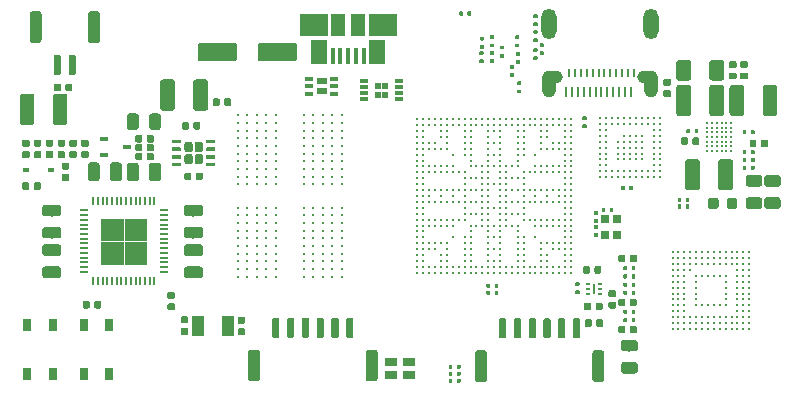
<source format=gtp>
G04 #@! TF.GenerationSoftware,KiCad,Pcbnew,(5.1.2-1)-1*
G04 #@! TF.CreationDate,2019-11-23T20:05:59-08:00*
G04 #@! TF.ProjectId,mxenc,6d78656e-632e-46b6-9963-61645f706362,rev?*
G04 #@! TF.SameCoordinates,Original*
G04 #@! TF.FileFunction,Paste,Top*
G04 #@! TF.FilePolarity,Positive*
%FSLAX46Y46*%
G04 Gerber Fmt 4.6, Leading zero omitted, Abs format (unit mm)*
G04 Created by KiCad (PCBNEW (5.1.2-1)-1) date 2019-11-23 20:05:59*
%MOMM*%
%LPD*%
G04 APERTURE LIST*
%ADD10C,0.100000*%
%ADD11C,0.318000*%
%ADD12C,0.975000*%
%ADD13C,0.590000*%
%ADD14R,0.600000X0.450000*%
%ADD15C,0.250000*%
%ADD16R,0.800000X0.200000*%
%ADD17R,0.200000X0.800000*%
%ADD18C,0.600000*%
%ADD19C,1.000000*%
%ADD20R,1.000000X0.800000*%
%ADD21R,0.820000X0.630000*%
%ADD22R,0.650000X0.350000*%
%ADD23R,0.500000X0.600000*%
%ADD24R,0.750000X0.300000*%
%ADD25C,0.320000*%
%ADD26C,1.250000*%
%ADD27C,0.875000*%
%ADD28C,0.240000*%
%ADD29R,0.700000X0.750000*%
%ADD30R,0.200000X0.880000*%
%ADD31R,0.350000X0.240000*%
%ADD32C,0.300000*%
%ADD33C,0.690000*%
%ADD34R,0.700000X0.450000*%
%ADD35C,1.600000*%
%ADD36O,1.650000X1.100000*%
%ADD37O,1.200000X2.300000*%
%ADD38R,0.270000X0.800000*%
%ADD39R,0.270000X0.900000*%
%ADD40O,1.300000X2.600000*%
%ADD41R,1.175000X1.900000*%
%ADD42R,2.375000X1.900000*%
%ADD43R,1.475000X2.100000*%
%ADD44R,0.450000X1.380000*%
%ADD45R,1.000000X1.800000*%
%ADD46R,0.650000X1.050000*%
G04 APERTURE END LIST*
D10*
G36*
X151190000Y-110712000D02*
G01*
X151190000Y-108912000D01*
X152990000Y-108912000D01*
X152990000Y-110712000D01*
X151190000Y-110712000D01*
G37*
X151190000Y-110712000D02*
X151190000Y-108912000D01*
X152990000Y-108912000D01*
X152990000Y-110712000D01*
X151190000Y-110712000D01*
G36*
X151190000Y-108712000D02*
G01*
X151190000Y-106912000D01*
X152990000Y-106912000D01*
X152990000Y-108712000D01*
X151190000Y-108712000D01*
G37*
X151190000Y-108712000D02*
X151190000Y-106912000D01*
X152990000Y-106912000D01*
X152990000Y-108712000D01*
X151190000Y-108712000D01*
G36*
X149190000Y-108712000D02*
G01*
X149190000Y-106912000D01*
X150990000Y-106912000D01*
X150990000Y-108712000D01*
X149190000Y-108712000D01*
G37*
X149190000Y-108712000D02*
X149190000Y-106912000D01*
X150990000Y-106912000D01*
X150990000Y-108712000D01*
X149190000Y-108712000D01*
G36*
X149190000Y-110712000D02*
G01*
X149190000Y-108912000D01*
X150990000Y-108912000D01*
X150990000Y-110712000D01*
X149190000Y-110712000D01*
G37*
X149190000Y-110712000D02*
X149190000Y-108912000D01*
X150990000Y-108912000D01*
X150990000Y-110712000D01*
X149190000Y-110712000D01*
G36*
X190208292Y-98246383D02*
G01*
X190216010Y-98247528D01*
X190223578Y-98249423D01*
X190230923Y-98252052D01*
X190237976Y-98255387D01*
X190244668Y-98259398D01*
X190250934Y-98264046D01*
X190256715Y-98269285D01*
X190261954Y-98275066D01*
X190266602Y-98281332D01*
X190270613Y-98288024D01*
X190273948Y-98295077D01*
X190276577Y-98302422D01*
X190278472Y-98309990D01*
X190279617Y-98317708D01*
X190280000Y-98325500D01*
X190280000Y-98484500D01*
X190279617Y-98492292D01*
X190278472Y-98500010D01*
X190276577Y-98507578D01*
X190273948Y-98514923D01*
X190270613Y-98521976D01*
X190266602Y-98528668D01*
X190261954Y-98534934D01*
X190256715Y-98540715D01*
X190250934Y-98545954D01*
X190244668Y-98550602D01*
X190237976Y-98554613D01*
X190230923Y-98557948D01*
X190223578Y-98560577D01*
X190216010Y-98562472D01*
X190208292Y-98563617D01*
X190200500Y-98564000D01*
X189999500Y-98564000D01*
X189991708Y-98563617D01*
X189983990Y-98562472D01*
X189976422Y-98560577D01*
X189969077Y-98557948D01*
X189962024Y-98554613D01*
X189955332Y-98550602D01*
X189949066Y-98545954D01*
X189943285Y-98540715D01*
X189938046Y-98534934D01*
X189933398Y-98528668D01*
X189929387Y-98521976D01*
X189926052Y-98514923D01*
X189923423Y-98507578D01*
X189921528Y-98500010D01*
X189920383Y-98492292D01*
X189920000Y-98484500D01*
X189920000Y-98325500D01*
X189920383Y-98317708D01*
X189921528Y-98309990D01*
X189923423Y-98302422D01*
X189926052Y-98295077D01*
X189929387Y-98288024D01*
X189933398Y-98281332D01*
X189938046Y-98275066D01*
X189943285Y-98269285D01*
X189949066Y-98264046D01*
X189955332Y-98259398D01*
X189962024Y-98255387D01*
X189969077Y-98252052D01*
X189976422Y-98249423D01*
X189983990Y-98247528D01*
X189991708Y-98246383D01*
X189999500Y-98246000D01*
X190200500Y-98246000D01*
X190208292Y-98246383D01*
X190208292Y-98246383D01*
G37*
D11*
X190100000Y-98405000D03*
D10*
G36*
X190208292Y-98936383D02*
G01*
X190216010Y-98937528D01*
X190223578Y-98939423D01*
X190230923Y-98942052D01*
X190237976Y-98945387D01*
X190244668Y-98949398D01*
X190250934Y-98954046D01*
X190256715Y-98959285D01*
X190261954Y-98965066D01*
X190266602Y-98971332D01*
X190270613Y-98978024D01*
X190273948Y-98985077D01*
X190276577Y-98992422D01*
X190278472Y-98999990D01*
X190279617Y-99007708D01*
X190280000Y-99015500D01*
X190280000Y-99174500D01*
X190279617Y-99182292D01*
X190278472Y-99190010D01*
X190276577Y-99197578D01*
X190273948Y-99204923D01*
X190270613Y-99211976D01*
X190266602Y-99218668D01*
X190261954Y-99224934D01*
X190256715Y-99230715D01*
X190250934Y-99235954D01*
X190244668Y-99240602D01*
X190237976Y-99244613D01*
X190230923Y-99247948D01*
X190223578Y-99250577D01*
X190216010Y-99252472D01*
X190208292Y-99253617D01*
X190200500Y-99254000D01*
X189999500Y-99254000D01*
X189991708Y-99253617D01*
X189983990Y-99252472D01*
X189976422Y-99250577D01*
X189969077Y-99247948D01*
X189962024Y-99244613D01*
X189955332Y-99240602D01*
X189949066Y-99235954D01*
X189943285Y-99230715D01*
X189938046Y-99224934D01*
X189933398Y-99218668D01*
X189929387Y-99211976D01*
X189926052Y-99204923D01*
X189923423Y-99197578D01*
X189921528Y-99190010D01*
X189920383Y-99182292D01*
X189920000Y-99174500D01*
X189920000Y-99015500D01*
X189920383Y-99007708D01*
X189921528Y-98999990D01*
X189923423Y-98992422D01*
X189926052Y-98985077D01*
X189929387Y-98978024D01*
X189933398Y-98971332D01*
X189938046Y-98965066D01*
X189943285Y-98959285D01*
X189949066Y-98954046D01*
X189955332Y-98949398D01*
X189962024Y-98945387D01*
X189969077Y-98942052D01*
X189976422Y-98939423D01*
X189983990Y-98937528D01*
X189991708Y-98936383D01*
X189999500Y-98936000D01*
X190200500Y-98936000D01*
X190208292Y-98936383D01*
X190208292Y-98936383D01*
G37*
D11*
X190100000Y-99095000D03*
D10*
G36*
X152130142Y-98001174D02*
G01*
X152153803Y-98004684D01*
X152177007Y-98010496D01*
X152199529Y-98018554D01*
X152221153Y-98028782D01*
X152241670Y-98041079D01*
X152260883Y-98055329D01*
X152278607Y-98071393D01*
X152294671Y-98089117D01*
X152308921Y-98108330D01*
X152321218Y-98128847D01*
X152331446Y-98150471D01*
X152339504Y-98172993D01*
X152345316Y-98196197D01*
X152348826Y-98219858D01*
X152350000Y-98243750D01*
X152350000Y-99156250D01*
X152348826Y-99180142D01*
X152345316Y-99203803D01*
X152339504Y-99227007D01*
X152331446Y-99249529D01*
X152321218Y-99271153D01*
X152308921Y-99291670D01*
X152294671Y-99310883D01*
X152278607Y-99328607D01*
X152260883Y-99344671D01*
X152241670Y-99358921D01*
X152221153Y-99371218D01*
X152199529Y-99381446D01*
X152177007Y-99389504D01*
X152153803Y-99395316D01*
X152130142Y-99398826D01*
X152106250Y-99400000D01*
X151618750Y-99400000D01*
X151594858Y-99398826D01*
X151571197Y-99395316D01*
X151547993Y-99389504D01*
X151525471Y-99381446D01*
X151503847Y-99371218D01*
X151483330Y-99358921D01*
X151464117Y-99344671D01*
X151446393Y-99328607D01*
X151430329Y-99310883D01*
X151416079Y-99291670D01*
X151403782Y-99271153D01*
X151393554Y-99249529D01*
X151385496Y-99227007D01*
X151379684Y-99203803D01*
X151376174Y-99180142D01*
X151375000Y-99156250D01*
X151375000Y-98243750D01*
X151376174Y-98219858D01*
X151379684Y-98196197D01*
X151385496Y-98172993D01*
X151393554Y-98150471D01*
X151403782Y-98128847D01*
X151416079Y-98108330D01*
X151430329Y-98089117D01*
X151446393Y-98071393D01*
X151464117Y-98055329D01*
X151483330Y-98041079D01*
X151503847Y-98028782D01*
X151525471Y-98018554D01*
X151547993Y-98010496D01*
X151571197Y-98004684D01*
X151594858Y-98001174D01*
X151618750Y-98000000D01*
X152106250Y-98000000D01*
X152130142Y-98001174D01*
X152130142Y-98001174D01*
G37*
D12*
X151862500Y-98700000D03*
D10*
G36*
X154005142Y-98001174D02*
G01*
X154028803Y-98004684D01*
X154052007Y-98010496D01*
X154074529Y-98018554D01*
X154096153Y-98028782D01*
X154116670Y-98041079D01*
X154135883Y-98055329D01*
X154153607Y-98071393D01*
X154169671Y-98089117D01*
X154183921Y-98108330D01*
X154196218Y-98128847D01*
X154206446Y-98150471D01*
X154214504Y-98172993D01*
X154220316Y-98196197D01*
X154223826Y-98219858D01*
X154225000Y-98243750D01*
X154225000Y-99156250D01*
X154223826Y-99180142D01*
X154220316Y-99203803D01*
X154214504Y-99227007D01*
X154206446Y-99249529D01*
X154196218Y-99271153D01*
X154183921Y-99291670D01*
X154169671Y-99310883D01*
X154153607Y-99328607D01*
X154135883Y-99344671D01*
X154116670Y-99358921D01*
X154096153Y-99371218D01*
X154074529Y-99381446D01*
X154052007Y-99389504D01*
X154028803Y-99395316D01*
X154005142Y-99398826D01*
X153981250Y-99400000D01*
X153493750Y-99400000D01*
X153469858Y-99398826D01*
X153446197Y-99395316D01*
X153422993Y-99389504D01*
X153400471Y-99381446D01*
X153378847Y-99371218D01*
X153358330Y-99358921D01*
X153339117Y-99344671D01*
X153321393Y-99328607D01*
X153305329Y-99310883D01*
X153291079Y-99291670D01*
X153278782Y-99271153D01*
X153268554Y-99249529D01*
X153260496Y-99227007D01*
X153254684Y-99203803D01*
X153251174Y-99180142D01*
X153250000Y-99156250D01*
X153250000Y-98243750D01*
X153251174Y-98219858D01*
X153254684Y-98196197D01*
X153260496Y-98172993D01*
X153268554Y-98150471D01*
X153278782Y-98128847D01*
X153291079Y-98108330D01*
X153305329Y-98089117D01*
X153321393Y-98071393D01*
X153339117Y-98055329D01*
X153358330Y-98041079D01*
X153378847Y-98028782D01*
X153400471Y-98018554D01*
X153422993Y-98010496D01*
X153446197Y-98004684D01*
X153469858Y-98001174D01*
X153493750Y-98000000D01*
X153981250Y-98000000D01*
X154005142Y-98001174D01*
X154005142Y-98001174D01*
G37*
D12*
X153737500Y-98700000D03*
D10*
G36*
X142986958Y-100220710D02*
G01*
X143001276Y-100222834D01*
X143015317Y-100226351D01*
X143028946Y-100231228D01*
X143042031Y-100237417D01*
X143054447Y-100244858D01*
X143066073Y-100253481D01*
X143076798Y-100263202D01*
X143086519Y-100273927D01*
X143095142Y-100285553D01*
X143102583Y-100297969D01*
X143108772Y-100311054D01*
X143113649Y-100324683D01*
X143117166Y-100338724D01*
X143119290Y-100353042D01*
X143120000Y-100367500D01*
X143120000Y-100662500D01*
X143119290Y-100676958D01*
X143117166Y-100691276D01*
X143113649Y-100705317D01*
X143108772Y-100718946D01*
X143102583Y-100732031D01*
X143095142Y-100744447D01*
X143086519Y-100756073D01*
X143076798Y-100766798D01*
X143066073Y-100776519D01*
X143054447Y-100785142D01*
X143042031Y-100792583D01*
X143028946Y-100798772D01*
X143015317Y-100803649D01*
X143001276Y-100807166D01*
X142986958Y-100809290D01*
X142972500Y-100810000D01*
X142627500Y-100810000D01*
X142613042Y-100809290D01*
X142598724Y-100807166D01*
X142584683Y-100803649D01*
X142571054Y-100798772D01*
X142557969Y-100792583D01*
X142545553Y-100785142D01*
X142533927Y-100776519D01*
X142523202Y-100766798D01*
X142513481Y-100756073D01*
X142504858Y-100744447D01*
X142497417Y-100732031D01*
X142491228Y-100718946D01*
X142486351Y-100705317D01*
X142482834Y-100691276D01*
X142480710Y-100676958D01*
X142480000Y-100662500D01*
X142480000Y-100367500D01*
X142480710Y-100353042D01*
X142482834Y-100338724D01*
X142486351Y-100324683D01*
X142491228Y-100311054D01*
X142497417Y-100297969D01*
X142504858Y-100285553D01*
X142513481Y-100273927D01*
X142523202Y-100263202D01*
X142533927Y-100253481D01*
X142545553Y-100244858D01*
X142557969Y-100237417D01*
X142571054Y-100231228D01*
X142584683Y-100226351D01*
X142598724Y-100222834D01*
X142613042Y-100220710D01*
X142627500Y-100220000D01*
X142972500Y-100220000D01*
X142986958Y-100220710D01*
X142986958Y-100220710D01*
G37*
D13*
X142800000Y-100515000D03*
D10*
G36*
X142986958Y-101190710D02*
G01*
X143001276Y-101192834D01*
X143015317Y-101196351D01*
X143028946Y-101201228D01*
X143042031Y-101207417D01*
X143054447Y-101214858D01*
X143066073Y-101223481D01*
X143076798Y-101233202D01*
X143086519Y-101243927D01*
X143095142Y-101255553D01*
X143102583Y-101267969D01*
X143108772Y-101281054D01*
X143113649Y-101294683D01*
X143117166Y-101308724D01*
X143119290Y-101323042D01*
X143120000Y-101337500D01*
X143120000Y-101632500D01*
X143119290Y-101646958D01*
X143117166Y-101661276D01*
X143113649Y-101675317D01*
X143108772Y-101688946D01*
X143102583Y-101702031D01*
X143095142Y-101714447D01*
X143086519Y-101726073D01*
X143076798Y-101736798D01*
X143066073Y-101746519D01*
X143054447Y-101755142D01*
X143042031Y-101762583D01*
X143028946Y-101768772D01*
X143015317Y-101773649D01*
X143001276Y-101777166D01*
X142986958Y-101779290D01*
X142972500Y-101780000D01*
X142627500Y-101780000D01*
X142613042Y-101779290D01*
X142598724Y-101777166D01*
X142584683Y-101773649D01*
X142571054Y-101768772D01*
X142557969Y-101762583D01*
X142545553Y-101755142D01*
X142533927Y-101746519D01*
X142523202Y-101736798D01*
X142513481Y-101726073D01*
X142504858Y-101714447D01*
X142497417Y-101702031D01*
X142491228Y-101688946D01*
X142486351Y-101675317D01*
X142482834Y-101661276D01*
X142480710Y-101646958D01*
X142480000Y-101632500D01*
X142480000Y-101337500D01*
X142480710Y-101323042D01*
X142482834Y-101308724D01*
X142486351Y-101294683D01*
X142491228Y-101281054D01*
X142497417Y-101267969D01*
X142504858Y-101255553D01*
X142513481Y-101243927D01*
X142523202Y-101233202D01*
X142533927Y-101223481D01*
X142545553Y-101214858D01*
X142557969Y-101207417D01*
X142571054Y-101201228D01*
X142584683Y-101196351D01*
X142598724Y-101192834D01*
X142613042Y-101190710D01*
X142627500Y-101190000D01*
X142972500Y-101190000D01*
X142986958Y-101190710D01*
X142986958Y-101190710D01*
G37*
D13*
X142800000Y-101485000D03*
D14*
X144900000Y-102800000D03*
X142800000Y-102800000D03*
D15*
X175950024Y-98500000D03*
X188950024Y-111496144D03*
X188950024Y-110996144D03*
X188950024Y-110496144D03*
X188950024Y-109996144D03*
X188950024Y-109496144D03*
X188950024Y-108996144D03*
X188950024Y-108496144D03*
X188950024Y-107996144D03*
X188950024Y-107496144D03*
X188950024Y-106996144D03*
X188950024Y-106496144D03*
X188950024Y-105996144D03*
X188950024Y-105496144D03*
X188950024Y-104996144D03*
X188950024Y-104496144D03*
X188950024Y-103996144D03*
X188950024Y-103496144D03*
X188950024Y-102996144D03*
X188950024Y-102496144D03*
X188950024Y-101996144D03*
X188950024Y-101496144D03*
X188950024Y-100996144D03*
X188950024Y-100496144D03*
X188950024Y-99996144D03*
X188950024Y-99496144D03*
X188950024Y-98996144D03*
X188950024Y-98496144D03*
X188450024Y-111496144D03*
X188450024Y-110996144D03*
X188450024Y-110496144D03*
X188450024Y-109996144D03*
X188450024Y-109496144D03*
X188450024Y-108996144D03*
X188450024Y-108496144D03*
X188450024Y-107996144D03*
X188450024Y-107496144D03*
X188450024Y-106996144D03*
X188450024Y-106496144D03*
X188450024Y-105996144D03*
X188450024Y-105496144D03*
X188450024Y-104996144D03*
X188450024Y-104496144D03*
X188450024Y-103996144D03*
X188450024Y-103496144D03*
X188450024Y-102996144D03*
X188450024Y-102496144D03*
X188450024Y-101996144D03*
X188450024Y-101496144D03*
X188450024Y-100996144D03*
X188450024Y-100496144D03*
X188450024Y-99996144D03*
X188450024Y-99496144D03*
X188450024Y-98996144D03*
X188450024Y-98496144D03*
X187950024Y-111496144D03*
X187950024Y-110996144D03*
X187950024Y-109496144D03*
X187950024Y-108996144D03*
X187950024Y-107496144D03*
X187950024Y-106996144D03*
X187950024Y-105496144D03*
X187950024Y-104996144D03*
X187950024Y-104496144D03*
X187950024Y-102996144D03*
X187950024Y-102496144D03*
X187950024Y-100996144D03*
X187950024Y-100496144D03*
X187950024Y-98996144D03*
X187950024Y-98496144D03*
X187450024Y-111496144D03*
X187450024Y-110996144D03*
X187450024Y-109496144D03*
X187450024Y-108996144D03*
X187450024Y-107496144D03*
X187450024Y-106996144D03*
X187450024Y-105496144D03*
X187450024Y-104496144D03*
X187450024Y-102996144D03*
X187450024Y-102496144D03*
X187450024Y-100996144D03*
X187450024Y-100496144D03*
X187450024Y-98996144D03*
X187450024Y-98496144D03*
X186950024Y-111496144D03*
X186950024Y-110996144D03*
X186950024Y-110496144D03*
X186950024Y-109996144D03*
X186950024Y-108996144D03*
X186950024Y-107496144D03*
X186950024Y-106996144D03*
X186950024Y-105496144D03*
X186950024Y-104996144D03*
X186950024Y-104496144D03*
X186950024Y-102996144D03*
X186950024Y-102496144D03*
X186950024Y-100996144D03*
X186950024Y-99996144D03*
X186950024Y-99496144D03*
X186950024Y-98996144D03*
X186950024Y-98496144D03*
X186450024Y-111496144D03*
X186450024Y-110996144D03*
X186450024Y-110496144D03*
X186450024Y-109996144D03*
X186450024Y-109496144D03*
X186450024Y-108996144D03*
X186450024Y-107496144D03*
X186450024Y-106996144D03*
X186450024Y-105496144D03*
X186450024Y-104496144D03*
X186450024Y-102996144D03*
X186450024Y-102496144D03*
X186450024Y-100996144D03*
X186450024Y-100496144D03*
X186450024Y-99996144D03*
X186450024Y-99496144D03*
X186450024Y-98996144D03*
X186450024Y-98496144D03*
X185950024Y-111496144D03*
X185950024Y-110996144D03*
X185950024Y-108496144D03*
X185950024Y-107496144D03*
X185950024Y-106996144D03*
X185950024Y-105496144D03*
X185950024Y-104996144D03*
X185950024Y-104496144D03*
X185950024Y-102996144D03*
X185950024Y-102496144D03*
X185950024Y-101496144D03*
X185950024Y-98996144D03*
X185950024Y-98496144D03*
X185450024Y-111496144D03*
X185450024Y-110996144D03*
X185450024Y-106996144D03*
X185450024Y-105496144D03*
X185450024Y-104496144D03*
X185450024Y-102996144D03*
X185450024Y-98996144D03*
X185450024Y-98496144D03*
X184950024Y-111496144D03*
X184950024Y-110996144D03*
X184950024Y-110496144D03*
X184950024Y-109996144D03*
X184950024Y-109496144D03*
X184950024Y-108996144D03*
X184950024Y-108496144D03*
X184950024Y-106996144D03*
X184950024Y-106496144D03*
X184950024Y-105996144D03*
X184950024Y-105496144D03*
X184950024Y-104996144D03*
X184950024Y-104496144D03*
X184950024Y-103996144D03*
X184950024Y-103496144D03*
X184950024Y-102996144D03*
X184950024Y-101496144D03*
X184950024Y-100996144D03*
X184950024Y-100496144D03*
X184950024Y-99996144D03*
X184950024Y-99496144D03*
X184950024Y-98996144D03*
X184950024Y-98496144D03*
X184450024Y-111496144D03*
X184450024Y-110996144D03*
X184450024Y-110496144D03*
X184450024Y-109996144D03*
X184450024Y-109496144D03*
X184450024Y-108996144D03*
X184450024Y-108496144D03*
X184450024Y-107996144D03*
X184450024Y-107496144D03*
X184450024Y-106496144D03*
X184450024Y-105496144D03*
X184450024Y-104496144D03*
X184450024Y-103496144D03*
X184450024Y-102496144D03*
X184450024Y-101996144D03*
X184450024Y-101496144D03*
X184450024Y-100996144D03*
X184450024Y-100496144D03*
X184450024Y-99996144D03*
X184450024Y-99496144D03*
X184450024Y-98996144D03*
X184450024Y-98496144D03*
X183950024Y-111496144D03*
X183950024Y-110996144D03*
X183950024Y-107496144D03*
X183950024Y-106496144D03*
X183950024Y-105496144D03*
X183950024Y-104496144D03*
X183950024Y-103496144D03*
X183950024Y-102496144D03*
X183950024Y-98996144D03*
X183950024Y-98496144D03*
X183450024Y-111496144D03*
X183450024Y-110996144D03*
X183450024Y-107496144D03*
X183450024Y-106996144D03*
X183450024Y-106496144D03*
X183450024Y-105996144D03*
X183450024Y-105496144D03*
X183450024Y-104996144D03*
X183450024Y-104496144D03*
X183450024Y-103996144D03*
X183450024Y-103496144D03*
X183450024Y-102996144D03*
X183450024Y-102496144D03*
X183450024Y-98996144D03*
X183450024Y-98496144D03*
X182950024Y-111496144D03*
X182950024Y-110996144D03*
X182950024Y-110496144D03*
X182950024Y-109996144D03*
X182950024Y-109496144D03*
X182950024Y-108996144D03*
X182950024Y-108496144D03*
X182950024Y-107996144D03*
X182950024Y-107496144D03*
X182950024Y-106996144D03*
X182950024Y-106496144D03*
X182950024Y-105996144D03*
X182950024Y-105496144D03*
X182950024Y-104996144D03*
X182950024Y-104496144D03*
X182950024Y-103996144D03*
X182950024Y-103496144D03*
X182950024Y-102996144D03*
X182950024Y-102496144D03*
X182950024Y-101996144D03*
X182950024Y-101496144D03*
X182950024Y-100996144D03*
X182950024Y-100496144D03*
X182950024Y-99996144D03*
X182950024Y-99496144D03*
X182950024Y-98996144D03*
X182950024Y-98496144D03*
X182450024Y-111496144D03*
X182450024Y-110996144D03*
X182450024Y-110496144D03*
X182450024Y-109496144D03*
X182450024Y-108496144D03*
X182450024Y-107496144D03*
X182450024Y-105996144D03*
X182450024Y-103996144D03*
X182450024Y-102496144D03*
X182450024Y-101496144D03*
X182450024Y-100496144D03*
X182450024Y-99496144D03*
X182450024Y-98996144D03*
X182450024Y-98496144D03*
X181950024Y-111496144D03*
X181950024Y-110996144D03*
X181950024Y-110496144D03*
X181950024Y-109996144D03*
X181950024Y-109496144D03*
X181950024Y-108996144D03*
X181950024Y-108496144D03*
X181950024Y-107996144D03*
X181950024Y-107496144D03*
X181950024Y-106996144D03*
X181950024Y-106496144D03*
X181950024Y-105996144D03*
X181950024Y-105496144D03*
X181950024Y-104996144D03*
X181950024Y-104496144D03*
X181950024Y-103996144D03*
X181950024Y-103496144D03*
X181950024Y-102996144D03*
X181950024Y-102496144D03*
X181950024Y-101996144D03*
X181950024Y-101496144D03*
X181950024Y-100996144D03*
X181950024Y-100496144D03*
X181950024Y-99996144D03*
X181950024Y-99496144D03*
X181950024Y-98996144D03*
X181950024Y-98496144D03*
X181450024Y-111496144D03*
X181450024Y-110996144D03*
X181450024Y-107496144D03*
X181450024Y-106996144D03*
X181450024Y-106496144D03*
X181450024Y-105996144D03*
X181450024Y-105496144D03*
X181450024Y-104996144D03*
X181450024Y-104496144D03*
X181450024Y-103996144D03*
X181450024Y-103496144D03*
X181450024Y-102996144D03*
X181450024Y-102496144D03*
X181450024Y-98996144D03*
X181450024Y-98496144D03*
X180950024Y-111496144D03*
X180950024Y-110996144D03*
X180950024Y-107496144D03*
X180950024Y-106496144D03*
X180950024Y-105496144D03*
X180950024Y-104496144D03*
X180950024Y-103496144D03*
X180950024Y-102496144D03*
X180950024Y-98996144D03*
X180950024Y-98496144D03*
X180450024Y-111496144D03*
X180450024Y-110996144D03*
X180450024Y-110496144D03*
X180450024Y-109996144D03*
X180450024Y-109496144D03*
X180450024Y-108996144D03*
X180450024Y-108496144D03*
X180450024Y-107996144D03*
X180450024Y-107496144D03*
X180450024Y-106496144D03*
X180450024Y-105496144D03*
X180450024Y-104496144D03*
X180450024Y-103496144D03*
X180450024Y-102496144D03*
X180450024Y-101996144D03*
X180450024Y-101496144D03*
X180450024Y-100996144D03*
X180450024Y-100496144D03*
X180450024Y-99996144D03*
X180450024Y-99496144D03*
X180450024Y-98996144D03*
X180450024Y-98496144D03*
X179950024Y-111496144D03*
X179950024Y-110996144D03*
X179950024Y-110496144D03*
X179950024Y-109996144D03*
X179950024Y-109496144D03*
X179950024Y-108996144D03*
X179950024Y-108496144D03*
X179950024Y-106996144D03*
X179950024Y-106496144D03*
X179950024Y-105996144D03*
X179950024Y-105496144D03*
X179950024Y-104996144D03*
X179950024Y-104496144D03*
X179950024Y-103996144D03*
X179950024Y-103496144D03*
X179950024Y-102996144D03*
X179950024Y-101496144D03*
X179950024Y-100996144D03*
X179950024Y-100496144D03*
X179950024Y-99996144D03*
X179950024Y-99496144D03*
X179950024Y-98996144D03*
X179950024Y-98496144D03*
X179450024Y-111496144D03*
X179450024Y-110996144D03*
X179450024Y-106996144D03*
X179450024Y-105496144D03*
X179450024Y-104496144D03*
X179450024Y-102996144D03*
X179450024Y-98996144D03*
X179450024Y-98496144D03*
X178950024Y-111496144D03*
X178950024Y-110996144D03*
X178950024Y-108496144D03*
X178950024Y-107496144D03*
X178950024Y-106996144D03*
X178950024Y-105496144D03*
X178950024Y-104996144D03*
X178950024Y-104496144D03*
X178950024Y-102996144D03*
X178950024Y-102496144D03*
X178950024Y-101496144D03*
X178950024Y-98996144D03*
X178950024Y-98496144D03*
X178450024Y-111496144D03*
X178450024Y-110996144D03*
X178450024Y-110496144D03*
X178450024Y-109996144D03*
X178450024Y-109496144D03*
X178450024Y-108996144D03*
X178450024Y-107496144D03*
X178450024Y-106996144D03*
X178450024Y-105496144D03*
X178450024Y-104496144D03*
X178450024Y-102996144D03*
X178450024Y-102496144D03*
X178450024Y-100996144D03*
X178450024Y-100496144D03*
X178450024Y-99996144D03*
X178450024Y-99496144D03*
X178450024Y-98996144D03*
X178450024Y-98496144D03*
X177950024Y-111496144D03*
X177950024Y-110996144D03*
X177950024Y-110496144D03*
X177950024Y-109996144D03*
X177950024Y-108996144D03*
X177950024Y-107496144D03*
X177950024Y-106996144D03*
X177950024Y-105496144D03*
X177950024Y-104996144D03*
X177950024Y-104496144D03*
X177950024Y-102996144D03*
X177950024Y-102496144D03*
X177950024Y-100996144D03*
X177950024Y-99996144D03*
X177950024Y-99496144D03*
X177950024Y-98996144D03*
X177950024Y-98496144D03*
X177450024Y-111496144D03*
X177450024Y-110996144D03*
X177450024Y-109496144D03*
X177450024Y-108996144D03*
X177450024Y-107496144D03*
X177450024Y-106996144D03*
X177450024Y-105496144D03*
X177450024Y-104496144D03*
X177450024Y-102996144D03*
X177450024Y-102496144D03*
X177450024Y-100996144D03*
X177450024Y-100496144D03*
X177450024Y-98996144D03*
X177450024Y-98496144D03*
X176950024Y-111496144D03*
X176950024Y-110996144D03*
X176950024Y-109496144D03*
X176950024Y-108996144D03*
X176950024Y-107496144D03*
X176950024Y-106996144D03*
X176950024Y-105496144D03*
X176950024Y-104996144D03*
X176950024Y-104496144D03*
X176950024Y-102996144D03*
X176950024Y-102496144D03*
X176950024Y-100996144D03*
X176950024Y-100496144D03*
X176950024Y-98996144D03*
X176950024Y-98496144D03*
X176450024Y-111496144D03*
X176450024Y-110996144D03*
X176450024Y-110496144D03*
X176450024Y-109996144D03*
X176450024Y-109496144D03*
X176450024Y-108996144D03*
X176450024Y-108496144D03*
X176450024Y-107996144D03*
X176450024Y-107496144D03*
X176450024Y-106996144D03*
X176450024Y-106496144D03*
X176450024Y-105996144D03*
X176450024Y-105496144D03*
X176450024Y-104996144D03*
X176450024Y-104496144D03*
X176450024Y-103996144D03*
X176450024Y-103496144D03*
X176450024Y-102996144D03*
X176450024Y-102496144D03*
X176450024Y-101996144D03*
X176450024Y-101496144D03*
X176450024Y-100996144D03*
X176450024Y-100496144D03*
X176450024Y-99996144D03*
X176450024Y-99496144D03*
X176450024Y-98996144D03*
X176450024Y-98496144D03*
X175950024Y-111496144D03*
X175950024Y-110996144D03*
X175950024Y-110496144D03*
X175950024Y-109996144D03*
X175950024Y-109496144D03*
X175950024Y-108996144D03*
X175950024Y-108496144D03*
X175950024Y-107996144D03*
X175950024Y-107496144D03*
X175950024Y-106996144D03*
X175950024Y-106496144D03*
X175950024Y-105996144D03*
X175950024Y-105496144D03*
X175950024Y-104996144D03*
X175950024Y-104496144D03*
X175950024Y-103996144D03*
X175950024Y-103496144D03*
X175950024Y-102996144D03*
X175950024Y-102496144D03*
X175950024Y-101996144D03*
X175950024Y-101496144D03*
X175950024Y-100996144D03*
X175950024Y-100496144D03*
X175950024Y-99996144D03*
X175950024Y-99496144D03*
X175950024Y-98996144D03*
D16*
X147690000Y-111412000D03*
X147690000Y-111012000D03*
X147690000Y-110612000D03*
X147690000Y-110212000D03*
X147690000Y-109812000D03*
X147690000Y-109412000D03*
X147690000Y-109012000D03*
X147690000Y-108612000D03*
X147690000Y-108212000D03*
X147690000Y-107812000D03*
X147690000Y-107412000D03*
X147690000Y-107012000D03*
X147690000Y-106612000D03*
X147690000Y-106212000D03*
D17*
X148490000Y-105412000D03*
X148890000Y-105412000D03*
X149290000Y-105412000D03*
X149690000Y-105412000D03*
X150090000Y-105412000D03*
X150490000Y-105412000D03*
X150890000Y-105412000D03*
X151290000Y-105412000D03*
X151690000Y-105412000D03*
X152090000Y-105412000D03*
X152490000Y-105412000D03*
X152890000Y-105412000D03*
X153290000Y-105412000D03*
X153690000Y-105412000D03*
D16*
X154490000Y-106212000D03*
X154490000Y-106612000D03*
X154490000Y-107012000D03*
X154490000Y-107412000D03*
X154490000Y-107812000D03*
X154490000Y-108212000D03*
X154490000Y-108612000D03*
X154490000Y-109012000D03*
X154490000Y-109412000D03*
X154490000Y-109812000D03*
X154490000Y-110212000D03*
X154490000Y-110612000D03*
X154490000Y-111012000D03*
X154490000Y-111412000D03*
D17*
X153690000Y-112212000D03*
X153290000Y-112212000D03*
X152890000Y-112212000D03*
X152490000Y-112212000D03*
X152090000Y-112212000D03*
X151690000Y-112212000D03*
X151290000Y-112212000D03*
X150890000Y-112212000D03*
X150490000Y-112212000D03*
X150090000Y-112212000D03*
X149690000Y-112212000D03*
X149290000Y-112212000D03*
X148890000Y-112212000D03*
X148490000Y-112212000D03*
D10*
G36*
X193442292Y-104160383D02*
G01*
X193450010Y-104161528D01*
X193457578Y-104163423D01*
X193464923Y-104166052D01*
X193471976Y-104169387D01*
X193478668Y-104173398D01*
X193484934Y-104178046D01*
X193490715Y-104183285D01*
X193495954Y-104189066D01*
X193500602Y-104195332D01*
X193504613Y-104202024D01*
X193507948Y-104209077D01*
X193510577Y-104216422D01*
X193512472Y-104223990D01*
X193513617Y-104231708D01*
X193514000Y-104239500D01*
X193514000Y-104440500D01*
X193513617Y-104448292D01*
X193512472Y-104456010D01*
X193510577Y-104463578D01*
X193507948Y-104470923D01*
X193504613Y-104477976D01*
X193500602Y-104484668D01*
X193495954Y-104490934D01*
X193490715Y-104496715D01*
X193484934Y-104501954D01*
X193478668Y-104506602D01*
X193471976Y-104510613D01*
X193464923Y-104513948D01*
X193457578Y-104516577D01*
X193450010Y-104518472D01*
X193442292Y-104519617D01*
X193434500Y-104520000D01*
X193275500Y-104520000D01*
X193267708Y-104519617D01*
X193259990Y-104518472D01*
X193252422Y-104516577D01*
X193245077Y-104513948D01*
X193238024Y-104510613D01*
X193231332Y-104506602D01*
X193225066Y-104501954D01*
X193219285Y-104496715D01*
X193214046Y-104490934D01*
X193209398Y-104484668D01*
X193205387Y-104477976D01*
X193202052Y-104470923D01*
X193199423Y-104463578D01*
X193197528Y-104456010D01*
X193196383Y-104448292D01*
X193196000Y-104440500D01*
X193196000Y-104239500D01*
X193196383Y-104231708D01*
X193197528Y-104223990D01*
X193199423Y-104216422D01*
X193202052Y-104209077D01*
X193205387Y-104202024D01*
X193209398Y-104195332D01*
X193214046Y-104189066D01*
X193219285Y-104183285D01*
X193225066Y-104178046D01*
X193231332Y-104173398D01*
X193238024Y-104169387D01*
X193245077Y-104166052D01*
X193252422Y-104163423D01*
X193259990Y-104161528D01*
X193267708Y-104160383D01*
X193275500Y-104160000D01*
X193434500Y-104160000D01*
X193442292Y-104160383D01*
X193442292Y-104160383D01*
G37*
D11*
X193355000Y-104340000D03*
D10*
G36*
X194132292Y-104160383D02*
G01*
X194140010Y-104161528D01*
X194147578Y-104163423D01*
X194154923Y-104166052D01*
X194161976Y-104169387D01*
X194168668Y-104173398D01*
X194174934Y-104178046D01*
X194180715Y-104183285D01*
X194185954Y-104189066D01*
X194190602Y-104195332D01*
X194194613Y-104202024D01*
X194197948Y-104209077D01*
X194200577Y-104216422D01*
X194202472Y-104223990D01*
X194203617Y-104231708D01*
X194204000Y-104239500D01*
X194204000Y-104440500D01*
X194203617Y-104448292D01*
X194202472Y-104456010D01*
X194200577Y-104463578D01*
X194197948Y-104470923D01*
X194194613Y-104477976D01*
X194190602Y-104484668D01*
X194185954Y-104490934D01*
X194180715Y-104496715D01*
X194174934Y-104501954D01*
X194168668Y-104506602D01*
X194161976Y-104510613D01*
X194154923Y-104513948D01*
X194147578Y-104516577D01*
X194140010Y-104518472D01*
X194132292Y-104519617D01*
X194124500Y-104520000D01*
X193965500Y-104520000D01*
X193957708Y-104519617D01*
X193949990Y-104518472D01*
X193942422Y-104516577D01*
X193935077Y-104513948D01*
X193928024Y-104510613D01*
X193921332Y-104506602D01*
X193915066Y-104501954D01*
X193909285Y-104496715D01*
X193904046Y-104490934D01*
X193899398Y-104484668D01*
X193895387Y-104477976D01*
X193892052Y-104470923D01*
X193889423Y-104463578D01*
X193887528Y-104456010D01*
X193886383Y-104448292D01*
X193886000Y-104440500D01*
X193886000Y-104239500D01*
X193886383Y-104231708D01*
X193887528Y-104223990D01*
X193889423Y-104216422D01*
X193892052Y-104209077D01*
X193895387Y-104202024D01*
X193899398Y-104195332D01*
X193904046Y-104189066D01*
X193909285Y-104183285D01*
X193915066Y-104178046D01*
X193921332Y-104173398D01*
X193928024Y-104169387D01*
X193935077Y-104166052D01*
X193942422Y-104163423D01*
X193949990Y-104161528D01*
X193957708Y-104160383D01*
X193965500Y-104160000D01*
X194124500Y-104160000D01*
X194132292Y-104160383D01*
X194132292Y-104160383D01*
G37*
D11*
X194045000Y-104340000D03*
D10*
G36*
X204432292Y-102420383D02*
G01*
X204440010Y-102421528D01*
X204447578Y-102423423D01*
X204454923Y-102426052D01*
X204461976Y-102429387D01*
X204468668Y-102433398D01*
X204474934Y-102438046D01*
X204480715Y-102443285D01*
X204485954Y-102449066D01*
X204490602Y-102455332D01*
X204494613Y-102462024D01*
X204497948Y-102469077D01*
X204500577Y-102476422D01*
X204502472Y-102483990D01*
X204503617Y-102491708D01*
X204504000Y-102499500D01*
X204504000Y-102700500D01*
X204503617Y-102708292D01*
X204502472Y-102716010D01*
X204500577Y-102723578D01*
X204497948Y-102730923D01*
X204494613Y-102737976D01*
X204490602Y-102744668D01*
X204485954Y-102750934D01*
X204480715Y-102756715D01*
X204474934Y-102761954D01*
X204468668Y-102766602D01*
X204461976Y-102770613D01*
X204454923Y-102773948D01*
X204447578Y-102776577D01*
X204440010Y-102778472D01*
X204432292Y-102779617D01*
X204424500Y-102780000D01*
X204265500Y-102780000D01*
X204257708Y-102779617D01*
X204249990Y-102778472D01*
X204242422Y-102776577D01*
X204235077Y-102773948D01*
X204228024Y-102770613D01*
X204221332Y-102766602D01*
X204215066Y-102761954D01*
X204209285Y-102756715D01*
X204204046Y-102750934D01*
X204199398Y-102744668D01*
X204195387Y-102737976D01*
X204192052Y-102730923D01*
X204189423Y-102723578D01*
X204187528Y-102716010D01*
X204186383Y-102708292D01*
X204186000Y-102700500D01*
X204186000Y-102499500D01*
X204186383Y-102491708D01*
X204187528Y-102483990D01*
X204189423Y-102476422D01*
X204192052Y-102469077D01*
X204195387Y-102462024D01*
X204199398Y-102455332D01*
X204204046Y-102449066D01*
X204209285Y-102443285D01*
X204215066Y-102438046D01*
X204221332Y-102433398D01*
X204228024Y-102429387D01*
X204235077Y-102426052D01*
X204242422Y-102423423D01*
X204249990Y-102421528D01*
X204257708Y-102420383D01*
X204265500Y-102420000D01*
X204424500Y-102420000D01*
X204432292Y-102420383D01*
X204432292Y-102420383D01*
G37*
D11*
X204345000Y-102600000D03*
D10*
G36*
X203742292Y-102420383D02*
G01*
X203750010Y-102421528D01*
X203757578Y-102423423D01*
X203764923Y-102426052D01*
X203771976Y-102429387D01*
X203778668Y-102433398D01*
X203784934Y-102438046D01*
X203790715Y-102443285D01*
X203795954Y-102449066D01*
X203800602Y-102455332D01*
X203804613Y-102462024D01*
X203807948Y-102469077D01*
X203810577Y-102476422D01*
X203812472Y-102483990D01*
X203813617Y-102491708D01*
X203814000Y-102499500D01*
X203814000Y-102700500D01*
X203813617Y-102708292D01*
X203812472Y-102716010D01*
X203810577Y-102723578D01*
X203807948Y-102730923D01*
X203804613Y-102737976D01*
X203800602Y-102744668D01*
X203795954Y-102750934D01*
X203790715Y-102756715D01*
X203784934Y-102761954D01*
X203778668Y-102766602D01*
X203771976Y-102770613D01*
X203764923Y-102773948D01*
X203757578Y-102776577D01*
X203750010Y-102778472D01*
X203742292Y-102779617D01*
X203734500Y-102780000D01*
X203575500Y-102780000D01*
X203567708Y-102779617D01*
X203559990Y-102778472D01*
X203552422Y-102776577D01*
X203545077Y-102773948D01*
X203538024Y-102770613D01*
X203531332Y-102766602D01*
X203525066Y-102761954D01*
X203519285Y-102756715D01*
X203514046Y-102750934D01*
X203509398Y-102744668D01*
X203505387Y-102737976D01*
X203502052Y-102730923D01*
X203499423Y-102723578D01*
X203497528Y-102716010D01*
X203496383Y-102708292D01*
X203496000Y-102700500D01*
X203496000Y-102499500D01*
X203496383Y-102491708D01*
X203497528Y-102483990D01*
X203499423Y-102476422D01*
X203502052Y-102469077D01*
X203505387Y-102462024D01*
X203509398Y-102455332D01*
X203514046Y-102449066D01*
X203519285Y-102443285D01*
X203525066Y-102438046D01*
X203531332Y-102433398D01*
X203538024Y-102429387D01*
X203545077Y-102426052D01*
X203552422Y-102423423D01*
X203559990Y-102421528D01*
X203567708Y-102420383D01*
X203575500Y-102420000D01*
X203734500Y-102420000D01*
X203742292Y-102420383D01*
X203742292Y-102420383D01*
G37*
D11*
X203655000Y-102600000D03*
D10*
G36*
X164139703Y-115300722D02*
G01*
X164154264Y-115302882D01*
X164168543Y-115306459D01*
X164182403Y-115311418D01*
X164195710Y-115317712D01*
X164208336Y-115325280D01*
X164220159Y-115334048D01*
X164231066Y-115343934D01*
X164240952Y-115354841D01*
X164249720Y-115366664D01*
X164257288Y-115379290D01*
X164263582Y-115392597D01*
X164268541Y-115406457D01*
X164272118Y-115420736D01*
X164274278Y-115435297D01*
X164275000Y-115450000D01*
X164275000Y-116850000D01*
X164274278Y-116864703D01*
X164272118Y-116879264D01*
X164268541Y-116893543D01*
X164263582Y-116907403D01*
X164257288Y-116920710D01*
X164249720Y-116933336D01*
X164240952Y-116945159D01*
X164231066Y-116956066D01*
X164220159Y-116965952D01*
X164208336Y-116974720D01*
X164195710Y-116982288D01*
X164182403Y-116988582D01*
X164168543Y-116993541D01*
X164154264Y-116997118D01*
X164139703Y-116999278D01*
X164125000Y-117000000D01*
X163825000Y-117000000D01*
X163810297Y-116999278D01*
X163795736Y-116997118D01*
X163781457Y-116993541D01*
X163767597Y-116988582D01*
X163754290Y-116982288D01*
X163741664Y-116974720D01*
X163729841Y-116965952D01*
X163718934Y-116956066D01*
X163709048Y-116945159D01*
X163700280Y-116933336D01*
X163692712Y-116920710D01*
X163686418Y-116907403D01*
X163681459Y-116893543D01*
X163677882Y-116879264D01*
X163675722Y-116864703D01*
X163675000Y-116850000D01*
X163675000Y-115450000D01*
X163675722Y-115435297D01*
X163677882Y-115420736D01*
X163681459Y-115406457D01*
X163686418Y-115392597D01*
X163692712Y-115379290D01*
X163700280Y-115366664D01*
X163709048Y-115354841D01*
X163718934Y-115343934D01*
X163729841Y-115334048D01*
X163741664Y-115325280D01*
X163754290Y-115317712D01*
X163767597Y-115311418D01*
X163781457Y-115306459D01*
X163795736Y-115302882D01*
X163810297Y-115300722D01*
X163825000Y-115300000D01*
X164125000Y-115300000D01*
X164139703Y-115300722D01*
X164139703Y-115300722D01*
G37*
D18*
X163975000Y-116150000D03*
D10*
G36*
X165389703Y-115300722D02*
G01*
X165404264Y-115302882D01*
X165418543Y-115306459D01*
X165432403Y-115311418D01*
X165445710Y-115317712D01*
X165458336Y-115325280D01*
X165470159Y-115334048D01*
X165481066Y-115343934D01*
X165490952Y-115354841D01*
X165499720Y-115366664D01*
X165507288Y-115379290D01*
X165513582Y-115392597D01*
X165518541Y-115406457D01*
X165522118Y-115420736D01*
X165524278Y-115435297D01*
X165525000Y-115450000D01*
X165525000Y-116850000D01*
X165524278Y-116864703D01*
X165522118Y-116879264D01*
X165518541Y-116893543D01*
X165513582Y-116907403D01*
X165507288Y-116920710D01*
X165499720Y-116933336D01*
X165490952Y-116945159D01*
X165481066Y-116956066D01*
X165470159Y-116965952D01*
X165458336Y-116974720D01*
X165445710Y-116982288D01*
X165432403Y-116988582D01*
X165418543Y-116993541D01*
X165404264Y-116997118D01*
X165389703Y-116999278D01*
X165375000Y-117000000D01*
X165075000Y-117000000D01*
X165060297Y-116999278D01*
X165045736Y-116997118D01*
X165031457Y-116993541D01*
X165017597Y-116988582D01*
X165004290Y-116982288D01*
X164991664Y-116974720D01*
X164979841Y-116965952D01*
X164968934Y-116956066D01*
X164959048Y-116945159D01*
X164950280Y-116933336D01*
X164942712Y-116920710D01*
X164936418Y-116907403D01*
X164931459Y-116893543D01*
X164927882Y-116879264D01*
X164925722Y-116864703D01*
X164925000Y-116850000D01*
X164925000Y-115450000D01*
X164925722Y-115435297D01*
X164927882Y-115420736D01*
X164931459Y-115406457D01*
X164936418Y-115392597D01*
X164942712Y-115379290D01*
X164950280Y-115366664D01*
X164959048Y-115354841D01*
X164968934Y-115343934D01*
X164979841Y-115334048D01*
X164991664Y-115325280D01*
X165004290Y-115317712D01*
X165017597Y-115311418D01*
X165031457Y-115306459D01*
X165045736Y-115302882D01*
X165060297Y-115300722D01*
X165075000Y-115300000D01*
X165375000Y-115300000D01*
X165389703Y-115300722D01*
X165389703Y-115300722D01*
G37*
D18*
X165225000Y-116150000D03*
D10*
G36*
X166639703Y-115300722D02*
G01*
X166654264Y-115302882D01*
X166668543Y-115306459D01*
X166682403Y-115311418D01*
X166695710Y-115317712D01*
X166708336Y-115325280D01*
X166720159Y-115334048D01*
X166731066Y-115343934D01*
X166740952Y-115354841D01*
X166749720Y-115366664D01*
X166757288Y-115379290D01*
X166763582Y-115392597D01*
X166768541Y-115406457D01*
X166772118Y-115420736D01*
X166774278Y-115435297D01*
X166775000Y-115450000D01*
X166775000Y-116850000D01*
X166774278Y-116864703D01*
X166772118Y-116879264D01*
X166768541Y-116893543D01*
X166763582Y-116907403D01*
X166757288Y-116920710D01*
X166749720Y-116933336D01*
X166740952Y-116945159D01*
X166731066Y-116956066D01*
X166720159Y-116965952D01*
X166708336Y-116974720D01*
X166695710Y-116982288D01*
X166682403Y-116988582D01*
X166668543Y-116993541D01*
X166654264Y-116997118D01*
X166639703Y-116999278D01*
X166625000Y-117000000D01*
X166325000Y-117000000D01*
X166310297Y-116999278D01*
X166295736Y-116997118D01*
X166281457Y-116993541D01*
X166267597Y-116988582D01*
X166254290Y-116982288D01*
X166241664Y-116974720D01*
X166229841Y-116965952D01*
X166218934Y-116956066D01*
X166209048Y-116945159D01*
X166200280Y-116933336D01*
X166192712Y-116920710D01*
X166186418Y-116907403D01*
X166181459Y-116893543D01*
X166177882Y-116879264D01*
X166175722Y-116864703D01*
X166175000Y-116850000D01*
X166175000Y-115450000D01*
X166175722Y-115435297D01*
X166177882Y-115420736D01*
X166181459Y-115406457D01*
X166186418Y-115392597D01*
X166192712Y-115379290D01*
X166200280Y-115366664D01*
X166209048Y-115354841D01*
X166218934Y-115343934D01*
X166229841Y-115334048D01*
X166241664Y-115325280D01*
X166254290Y-115317712D01*
X166267597Y-115311418D01*
X166281457Y-115306459D01*
X166295736Y-115302882D01*
X166310297Y-115300722D01*
X166325000Y-115300000D01*
X166625000Y-115300000D01*
X166639703Y-115300722D01*
X166639703Y-115300722D01*
G37*
D18*
X166475000Y-116150000D03*
D10*
G36*
X167889703Y-115300722D02*
G01*
X167904264Y-115302882D01*
X167918543Y-115306459D01*
X167932403Y-115311418D01*
X167945710Y-115317712D01*
X167958336Y-115325280D01*
X167970159Y-115334048D01*
X167981066Y-115343934D01*
X167990952Y-115354841D01*
X167999720Y-115366664D01*
X168007288Y-115379290D01*
X168013582Y-115392597D01*
X168018541Y-115406457D01*
X168022118Y-115420736D01*
X168024278Y-115435297D01*
X168025000Y-115450000D01*
X168025000Y-116850000D01*
X168024278Y-116864703D01*
X168022118Y-116879264D01*
X168018541Y-116893543D01*
X168013582Y-116907403D01*
X168007288Y-116920710D01*
X167999720Y-116933336D01*
X167990952Y-116945159D01*
X167981066Y-116956066D01*
X167970159Y-116965952D01*
X167958336Y-116974720D01*
X167945710Y-116982288D01*
X167932403Y-116988582D01*
X167918543Y-116993541D01*
X167904264Y-116997118D01*
X167889703Y-116999278D01*
X167875000Y-117000000D01*
X167575000Y-117000000D01*
X167560297Y-116999278D01*
X167545736Y-116997118D01*
X167531457Y-116993541D01*
X167517597Y-116988582D01*
X167504290Y-116982288D01*
X167491664Y-116974720D01*
X167479841Y-116965952D01*
X167468934Y-116956066D01*
X167459048Y-116945159D01*
X167450280Y-116933336D01*
X167442712Y-116920710D01*
X167436418Y-116907403D01*
X167431459Y-116893543D01*
X167427882Y-116879264D01*
X167425722Y-116864703D01*
X167425000Y-116850000D01*
X167425000Y-115450000D01*
X167425722Y-115435297D01*
X167427882Y-115420736D01*
X167431459Y-115406457D01*
X167436418Y-115392597D01*
X167442712Y-115379290D01*
X167450280Y-115366664D01*
X167459048Y-115354841D01*
X167468934Y-115343934D01*
X167479841Y-115334048D01*
X167491664Y-115325280D01*
X167504290Y-115317712D01*
X167517597Y-115311418D01*
X167531457Y-115306459D01*
X167545736Y-115302882D01*
X167560297Y-115300722D01*
X167575000Y-115300000D01*
X167875000Y-115300000D01*
X167889703Y-115300722D01*
X167889703Y-115300722D01*
G37*
D18*
X167725000Y-116150000D03*
D10*
G36*
X169139703Y-115300722D02*
G01*
X169154264Y-115302882D01*
X169168543Y-115306459D01*
X169182403Y-115311418D01*
X169195710Y-115317712D01*
X169208336Y-115325280D01*
X169220159Y-115334048D01*
X169231066Y-115343934D01*
X169240952Y-115354841D01*
X169249720Y-115366664D01*
X169257288Y-115379290D01*
X169263582Y-115392597D01*
X169268541Y-115406457D01*
X169272118Y-115420736D01*
X169274278Y-115435297D01*
X169275000Y-115450000D01*
X169275000Y-116850000D01*
X169274278Y-116864703D01*
X169272118Y-116879264D01*
X169268541Y-116893543D01*
X169263582Y-116907403D01*
X169257288Y-116920710D01*
X169249720Y-116933336D01*
X169240952Y-116945159D01*
X169231066Y-116956066D01*
X169220159Y-116965952D01*
X169208336Y-116974720D01*
X169195710Y-116982288D01*
X169182403Y-116988582D01*
X169168543Y-116993541D01*
X169154264Y-116997118D01*
X169139703Y-116999278D01*
X169125000Y-117000000D01*
X168825000Y-117000000D01*
X168810297Y-116999278D01*
X168795736Y-116997118D01*
X168781457Y-116993541D01*
X168767597Y-116988582D01*
X168754290Y-116982288D01*
X168741664Y-116974720D01*
X168729841Y-116965952D01*
X168718934Y-116956066D01*
X168709048Y-116945159D01*
X168700280Y-116933336D01*
X168692712Y-116920710D01*
X168686418Y-116907403D01*
X168681459Y-116893543D01*
X168677882Y-116879264D01*
X168675722Y-116864703D01*
X168675000Y-116850000D01*
X168675000Y-115450000D01*
X168675722Y-115435297D01*
X168677882Y-115420736D01*
X168681459Y-115406457D01*
X168686418Y-115392597D01*
X168692712Y-115379290D01*
X168700280Y-115366664D01*
X168709048Y-115354841D01*
X168718934Y-115343934D01*
X168729841Y-115334048D01*
X168741664Y-115325280D01*
X168754290Y-115317712D01*
X168767597Y-115311418D01*
X168781457Y-115306459D01*
X168795736Y-115302882D01*
X168810297Y-115300722D01*
X168825000Y-115300000D01*
X169125000Y-115300000D01*
X169139703Y-115300722D01*
X169139703Y-115300722D01*
G37*
D18*
X168975000Y-116150000D03*
D10*
G36*
X170389703Y-115300722D02*
G01*
X170404264Y-115302882D01*
X170418543Y-115306459D01*
X170432403Y-115311418D01*
X170445710Y-115317712D01*
X170458336Y-115325280D01*
X170470159Y-115334048D01*
X170481066Y-115343934D01*
X170490952Y-115354841D01*
X170499720Y-115366664D01*
X170507288Y-115379290D01*
X170513582Y-115392597D01*
X170518541Y-115406457D01*
X170522118Y-115420736D01*
X170524278Y-115435297D01*
X170525000Y-115450000D01*
X170525000Y-116850000D01*
X170524278Y-116864703D01*
X170522118Y-116879264D01*
X170518541Y-116893543D01*
X170513582Y-116907403D01*
X170507288Y-116920710D01*
X170499720Y-116933336D01*
X170490952Y-116945159D01*
X170481066Y-116956066D01*
X170470159Y-116965952D01*
X170458336Y-116974720D01*
X170445710Y-116982288D01*
X170432403Y-116988582D01*
X170418543Y-116993541D01*
X170404264Y-116997118D01*
X170389703Y-116999278D01*
X170375000Y-117000000D01*
X170075000Y-117000000D01*
X170060297Y-116999278D01*
X170045736Y-116997118D01*
X170031457Y-116993541D01*
X170017597Y-116988582D01*
X170004290Y-116982288D01*
X169991664Y-116974720D01*
X169979841Y-116965952D01*
X169968934Y-116956066D01*
X169959048Y-116945159D01*
X169950280Y-116933336D01*
X169942712Y-116920710D01*
X169936418Y-116907403D01*
X169931459Y-116893543D01*
X169927882Y-116879264D01*
X169925722Y-116864703D01*
X169925000Y-116850000D01*
X169925000Y-115450000D01*
X169925722Y-115435297D01*
X169927882Y-115420736D01*
X169931459Y-115406457D01*
X169936418Y-115392597D01*
X169942712Y-115379290D01*
X169950280Y-115366664D01*
X169959048Y-115354841D01*
X169968934Y-115343934D01*
X169979841Y-115334048D01*
X169991664Y-115325280D01*
X170004290Y-115317712D01*
X170017597Y-115311418D01*
X170031457Y-115306459D01*
X170045736Y-115302882D01*
X170060297Y-115300722D01*
X170075000Y-115300000D01*
X170375000Y-115300000D01*
X170389703Y-115300722D01*
X170389703Y-115300722D01*
G37*
D18*
X170225000Y-116150000D03*
D10*
G36*
X162399504Y-118001204D02*
G01*
X162423773Y-118004804D01*
X162447571Y-118010765D01*
X162470671Y-118019030D01*
X162492849Y-118029520D01*
X162513893Y-118042133D01*
X162533598Y-118056747D01*
X162551777Y-118073223D01*
X162568253Y-118091402D01*
X162582867Y-118111107D01*
X162595480Y-118132151D01*
X162605970Y-118154329D01*
X162614235Y-118177429D01*
X162620196Y-118201227D01*
X162623796Y-118225496D01*
X162625000Y-118250000D01*
X162625000Y-120450000D01*
X162623796Y-120474504D01*
X162620196Y-120498773D01*
X162614235Y-120522571D01*
X162605970Y-120545671D01*
X162595480Y-120567849D01*
X162582867Y-120588893D01*
X162568253Y-120608598D01*
X162551777Y-120626777D01*
X162533598Y-120643253D01*
X162513893Y-120657867D01*
X162492849Y-120670480D01*
X162470671Y-120680970D01*
X162447571Y-120689235D01*
X162423773Y-120695196D01*
X162399504Y-120698796D01*
X162375000Y-120700000D01*
X161875000Y-120700000D01*
X161850496Y-120698796D01*
X161826227Y-120695196D01*
X161802429Y-120689235D01*
X161779329Y-120680970D01*
X161757151Y-120670480D01*
X161736107Y-120657867D01*
X161716402Y-120643253D01*
X161698223Y-120626777D01*
X161681747Y-120608598D01*
X161667133Y-120588893D01*
X161654520Y-120567849D01*
X161644030Y-120545671D01*
X161635765Y-120522571D01*
X161629804Y-120498773D01*
X161626204Y-120474504D01*
X161625000Y-120450000D01*
X161625000Y-118250000D01*
X161626204Y-118225496D01*
X161629804Y-118201227D01*
X161635765Y-118177429D01*
X161644030Y-118154329D01*
X161654520Y-118132151D01*
X161667133Y-118111107D01*
X161681747Y-118091402D01*
X161698223Y-118073223D01*
X161716402Y-118056747D01*
X161736107Y-118042133D01*
X161757151Y-118029520D01*
X161779329Y-118019030D01*
X161802429Y-118010765D01*
X161826227Y-118004804D01*
X161850496Y-118001204D01*
X161875000Y-118000000D01*
X162375000Y-118000000D01*
X162399504Y-118001204D01*
X162399504Y-118001204D01*
G37*
D19*
X162125000Y-119350000D03*
D10*
G36*
X172349504Y-118001204D02*
G01*
X172373773Y-118004804D01*
X172397571Y-118010765D01*
X172420671Y-118019030D01*
X172442849Y-118029520D01*
X172463893Y-118042133D01*
X172483598Y-118056747D01*
X172501777Y-118073223D01*
X172518253Y-118091402D01*
X172532867Y-118111107D01*
X172545480Y-118132151D01*
X172555970Y-118154329D01*
X172564235Y-118177429D01*
X172570196Y-118201227D01*
X172573796Y-118225496D01*
X172575000Y-118250000D01*
X172575000Y-120450000D01*
X172573796Y-120474504D01*
X172570196Y-120498773D01*
X172564235Y-120522571D01*
X172555970Y-120545671D01*
X172545480Y-120567849D01*
X172532867Y-120588893D01*
X172518253Y-120608598D01*
X172501777Y-120626777D01*
X172483598Y-120643253D01*
X172463893Y-120657867D01*
X172442849Y-120670480D01*
X172420671Y-120680970D01*
X172397571Y-120689235D01*
X172373773Y-120695196D01*
X172349504Y-120698796D01*
X172325000Y-120700000D01*
X171825000Y-120700000D01*
X171800496Y-120698796D01*
X171776227Y-120695196D01*
X171752429Y-120689235D01*
X171729329Y-120680970D01*
X171707151Y-120670480D01*
X171686107Y-120657867D01*
X171666402Y-120643253D01*
X171648223Y-120626777D01*
X171631747Y-120608598D01*
X171617133Y-120588893D01*
X171604520Y-120567849D01*
X171594030Y-120545671D01*
X171585765Y-120522571D01*
X171579804Y-120498773D01*
X171576204Y-120474504D01*
X171575000Y-120450000D01*
X171575000Y-118250000D01*
X171576204Y-118225496D01*
X171579804Y-118201227D01*
X171585765Y-118177429D01*
X171594030Y-118154329D01*
X171604520Y-118132151D01*
X171617133Y-118111107D01*
X171631747Y-118091402D01*
X171648223Y-118073223D01*
X171666402Y-118056747D01*
X171686107Y-118042133D01*
X171707151Y-118029520D01*
X171729329Y-118019030D01*
X171752429Y-118010765D01*
X171776227Y-118004804D01*
X171800496Y-118001204D01*
X171825000Y-118000000D01*
X172325000Y-118000000D01*
X172349504Y-118001204D01*
X172349504Y-118001204D01*
G37*
D19*
X172075000Y-119350000D03*
D10*
G36*
X179532292Y-120470383D02*
G01*
X179540010Y-120471528D01*
X179547578Y-120473423D01*
X179554923Y-120476052D01*
X179561976Y-120479387D01*
X179568668Y-120483398D01*
X179574934Y-120488046D01*
X179580715Y-120493285D01*
X179585954Y-120499066D01*
X179590602Y-120505332D01*
X179594613Y-120512024D01*
X179597948Y-120519077D01*
X179600577Y-120526422D01*
X179602472Y-120533990D01*
X179603617Y-120541708D01*
X179604000Y-120549500D01*
X179604000Y-120750500D01*
X179603617Y-120758292D01*
X179602472Y-120766010D01*
X179600577Y-120773578D01*
X179597948Y-120780923D01*
X179594613Y-120787976D01*
X179590602Y-120794668D01*
X179585954Y-120800934D01*
X179580715Y-120806715D01*
X179574934Y-120811954D01*
X179568668Y-120816602D01*
X179561976Y-120820613D01*
X179554923Y-120823948D01*
X179547578Y-120826577D01*
X179540010Y-120828472D01*
X179532292Y-120829617D01*
X179524500Y-120830000D01*
X179365500Y-120830000D01*
X179357708Y-120829617D01*
X179349990Y-120828472D01*
X179342422Y-120826577D01*
X179335077Y-120823948D01*
X179328024Y-120820613D01*
X179321332Y-120816602D01*
X179315066Y-120811954D01*
X179309285Y-120806715D01*
X179304046Y-120800934D01*
X179299398Y-120794668D01*
X179295387Y-120787976D01*
X179292052Y-120780923D01*
X179289423Y-120773578D01*
X179287528Y-120766010D01*
X179286383Y-120758292D01*
X179286000Y-120750500D01*
X179286000Y-120549500D01*
X179286383Y-120541708D01*
X179287528Y-120533990D01*
X179289423Y-120526422D01*
X179292052Y-120519077D01*
X179295387Y-120512024D01*
X179299398Y-120505332D01*
X179304046Y-120499066D01*
X179309285Y-120493285D01*
X179315066Y-120488046D01*
X179321332Y-120483398D01*
X179328024Y-120479387D01*
X179335077Y-120476052D01*
X179342422Y-120473423D01*
X179349990Y-120471528D01*
X179357708Y-120470383D01*
X179365500Y-120470000D01*
X179524500Y-120470000D01*
X179532292Y-120470383D01*
X179532292Y-120470383D01*
G37*
D11*
X179445000Y-120650000D03*
D10*
G36*
X178842292Y-120470383D02*
G01*
X178850010Y-120471528D01*
X178857578Y-120473423D01*
X178864923Y-120476052D01*
X178871976Y-120479387D01*
X178878668Y-120483398D01*
X178884934Y-120488046D01*
X178890715Y-120493285D01*
X178895954Y-120499066D01*
X178900602Y-120505332D01*
X178904613Y-120512024D01*
X178907948Y-120519077D01*
X178910577Y-120526422D01*
X178912472Y-120533990D01*
X178913617Y-120541708D01*
X178914000Y-120549500D01*
X178914000Y-120750500D01*
X178913617Y-120758292D01*
X178912472Y-120766010D01*
X178910577Y-120773578D01*
X178907948Y-120780923D01*
X178904613Y-120787976D01*
X178900602Y-120794668D01*
X178895954Y-120800934D01*
X178890715Y-120806715D01*
X178884934Y-120811954D01*
X178878668Y-120816602D01*
X178871976Y-120820613D01*
X178864923Y-120823948D01*
X178857578Y-120826577D01*
X178850010Y-120828472D01*
X178842292Y-120829617D01*
X178834500Y-120830000D01*
X178675500Y-120830000D01*
X178667708Y-120829617D01*
X178659990Y-120828472D01*
X178652422Y-120826577D01*
X178645077Y-120823948D01*
X178638024Y-120820613D01*
X178631332Y-120816602D01*
X178625066Y-120811954D01*
X178619285Y-120806715D01*
X178614046Y-120800934D01*
X178609398Y-120794668D01*
X178605387Y-120787976D01*
X178602052Y-120780923D01*
X178599423Y-120773578D01*
X178597528Y-120766010D01*
X178596383Y-120758292D01*
X178596000Y-120750500D01*
X178596000Y-120549500D01*
X178596383Y-120541708D01*
X178597528Y-120533990D01*
X178599423Y-120526422D01*
X178602052Y-120519077D01*
X178605387Y-120512024D01*
X178609398Y-120505332D01*
X178614046Y-120499066D01*
X178619285Y-120493285D01*
X178625066Y-120488046D01*
X178631332Y-120483398D01*
X178638024Y-120479387D01*
X178645077Y-120476052D01*
X178652422Y-120473423D01*
X178659990Y-120471528D01*
X178667708Y-120470383D01*
X178675500Y-120470000D01*
X178834500Y-120470000D01*
X178842292Y-120470383D01*
X178842292Y-120470383D01*
G37*
D11*
X178755000Y-120650000D03*
D10*
G36*
X179532292Y-119870383D02*
G01*
X179540010Y-119871528D01*
X179547578Y-119873423D01*
X179554923Y-119876052D01*
X179561976Y-119879387D01*
X179568668Y-119883398D01*
X179574934Y-119888046D01*
X179580715Y-119893285D01*
X179585954Y-119899066D01*
X179590602Y-119905332D01*
X179594613Y-119912024D01*
X179597948Y-119919077D01*
X179600577Y-119926422D01*
X179602472Y-119933990D01*
X179603617Y-119941708D01*
X179604000Y-119949500D01*
X179604000Y-120150500D01*
X179603617Y-120158292D01*
X179602472Y-120166010D01*
X179600577Y-120173578D01*
X179597948Y-120180923D01*
X179594613Y-120187976D01*
X179590602Y-120194668D01*
X179585954Y-120200934D01*
X179580715Y-120206715D01*
X179574934Y-120211954D01*
X179568668Y-120216602D01*
X179561976Y-120220613D01*
X179554923Y-120223948D01*
X179547578Y-120226577D01*
X179540010Y-120228472D01*
X179532292Y-120229617D01*
X179524500Y-120230000D01*
X179365500Y-120230000D01*
X179357708Y-120229617D01*
X179349990Y-120228472D01*
X179342422Y-120226577D01*
X179335077Y-120223948D01*
X179328024Y-120220613D01*
X179321332Y-120216602D01*
X179315066Y-120211954D01*
X179309285Y-120206715D01*
X179304046Y-120200934D01*
X179299398Y-120194668D01*
X179295387Y-120187976D01*
X179292052Y-120180923D01*
X179289423Y-120173578D01*
X179287528Y-120166010D01*
X179286383Y-120158292D01*
X179286000Y-120150500D01*
X179286000Y-119949500D01*
X179286383Y-119941708D01*
X179287528Y-119933990D01*
X179289423Y-119926422D01*
X179292052Y-119919077D01*
X179295387Y-119912024D01*
X179299398Y-119905332D01*
X179304046Y-119899066D01*
X179309285Y-119893285D01*
X179315066Y-119888046D01*
X179321332Y-119883398D01*
X179328024Y-119879387D01*
X179335077Y-119876052D01*
X179342422Y-119873423D01*
X179349990Y-119871528D01*
X179357708Y-119870383D01*
X179365500Y-119870000D01*
X179524500Y-119870000D01*
X179532292Y-119870383D01*
X179532292Y-119870383D01*
G37*
D11*
X179445000Y-120050000D03*
D10*
G36*
X178842292Y-119870383D02*
G01*
X178850010Y-119871528D01*
X178857578Y-119873423D01*
X178864923Y-119876052D01*
X178871976Y-119879387D01*
X178878668Y-119883398D01*
X178884934Y-119888046D01*
X178890715Y-119893285D01*
X178895954Y-119899066D01*
X178900602Y-119905332D01*
X178904613Y-119912024D01*
X178907948Y-119919077D01*
X178910577Y-119926422D01*
X178912472Y-119933990D01*
X178913617Y-119941708D01*
X178914000Y-119949500D01*
X178914000Y-120150500D01*
X178913617Y-120158292D01*
X178912472Y-120166010D01*
X178910577Y-120173578D01*
X178907948Y-120180923D01*
X178904613Y-120187976D01*
X178900602Y-120194668D01*
X178895954Y-120200934D01*
X178890715Y-120206715D01*
X178884934Y-120211954D01*
X178878668Y-120216602D01*
X178871976Y-120220613D01*
X178864923Y-120223948D01*
X178857578Y-120226577D01*
X178850010Y-120228472D01*
X178842292Y-120229617D01*
X178834500Y-120230000D01*
X178675500Y-120230000D01*
X178667708Y-120229617D01*
X178659990Y-120228472D01*
X178652422Y-120226577D01*
X178645077Y-120223948D01*
X178638024Y-120220613D01*
X178631332Y-120216602D01*
X178625066Y-120211954D01*
X178619285Y-120206715D01*
X178614046Y-120200934D01*
X178609398Y-120194668D01*
X178605387Y-120187976D01*
X178602052Y-120180923D01*
X178599423Y-120173578D01*
X178597528Y-120166010D01*
X178596383Y-120158292D01*
X178596000Y-120150500D01*
X178596000Y-119949500D01*
X178596383Y-119941708D01*
X178597528Y-119933990D01*
X178599423Y-119926422D01*
X178602052Y-119919077D01*
X178605387Y-119912024D01*
X178609398Y-119905332D01*
X178614046Y-119899066D01*
X178619285Y-119893285D01*
X178625066Y-119888046D01*
X178631332Y-119883398D01*
X178638024Y-119879387D01*
X178645077Y-119876052D01*
X178652422Y-119873423D01*
X178659990Y-119871528D01*
X178667708Y-119870383D01*
X178675500Y-119870000D01*
X178834500Y-119870000D01*
X178842292Y-119870383D01*
X178842292Y-119870383D01*
G37*
D11*
X178755000Y-120050000D03*
D10*
G36*
X178842292Y-119270383D02*
G01*
X178850010Y-119271528D01*
X178857578Y-119273423D01*
X178864923Y-119276052D01*
X178871976Y-119279387D01*
X178878668Y-119283398D01*
X178884934Y-119288046D01*
X178890715Y-119293285D01*
X178895954Y-119299066D01*
X178900602Y-119305332D01*
X178904613Y-119312024D01*
X178907948Y-119319077D01*
X178910577Y-119326422D01*
X178912472Y-119333990D01*
X178913617Y-119341708D01*
X178914000Y-119349500D01*
X178914000Y-119550500D01*
X178913617Y-119558292D01*
X178912472Y-119566010D01*
X178910577Y-119573578D01*
X178907948Y-119580923D01*
X178904613Y-119587976D01*
X178900602Y-119594668D01*
X178895954Y-119600934D01*
X178890715Y-119606715D01*
X178884934Y-119611954D01*
X178878668Y-119616602D01*
X178871976Y-119620613D01*
X178864923Y-119623948D01*
X178857578Y-119626577D01*
X178850010Y-119628472D01*
X178842292Y-119629617D01*
X178834500Y-119630000D01*
X178675500Y-119630000D01*
X178667708Y-119629617D01*
X178659990Y-119628472D01*
X178652422Y-119626577D01*
X178645077Y-119623948D01*
X178638024Y-119620613D01*
X178631332Y-119616602D01*
X178625066Y-119611954D01*
X178619285Y-119606715D01*
X178614046Y-119600934D01*
X178609398Y-119594668D01*
X178605387Y-119587976D01*
X178602052Y-119580923D01*
X178599423Y-119573578D01*
X178597528Y-119566010D01*
X178596383Y-119558292D01*
X178596000Y-119550500D01*
X178596000Y-119349500D01*
X178596383Y-119341708D01*
X178597528Y-119333990D01*
X178599423Y-119326422D01*
X178602052Y-119319077D01*
X178605387Y-119312024D01*
X178609398Y-119305332D01*
X178614046Y-119299066D01*
X178619285Y-119293285D01*
X178625066Y-119288046D01*
X178631332Y-119283398D01*
X178638024Y-119279387D01*
X178645077Y-119276052D01*
X178652422Y-119273423D01*
X178659990Y-119271528D01*
X178667708Y-119270383D01*
X178675500Y-119270000D01*
X178834500Y-119270000D01*
X178842292Y-119270383D01*
X178842292Y-119270383D01*
G37*
D11*
X178755000Y-119450000D03*
D10*
G36*
X179532292Y-119270383D02*
G01*
X179540010Y-119271528D01*
X179547578Y-119273423D01*
X179554923Y-119276052D01*
X179561976Y-119279387D01*
X179568668Y-119283398D01*
X179574934Y-119288046D01*
X179580715Y-119293285D01*
X179585954Y-119299066D01*
X179590602Y-119305332D01*
X179594613Y-119312024D01*
X179597948Y-119319077D01*
X179600577Y-119326422D01*
X179602472Y-119333990D01*
X179603617Y-119341708D01*
X179604000Y-119349500D01*
X179604000Y-119550500D01*
X179603617Y-119558292D01*
X179602472Y-119566010D01*
X179600577Y-119573578D01*
X179597948Y-119580923D01*
X179594613Y-119587976D01*
X179590602Y-119594668D01*
X179585954Y-119600934D01*
X179580715Y-119606715D01*
X179574934Y-119611954D01*
X179568668Y-119616602D01*
X179561976Y-119620613D01*
X179554923Y-119623948D01*
X179547578Y-119626577D01*
X179540010Y-119628472D01*
X179532292Y-119629617D01*
X179524500Y-119630000D01*
X179365500Y-119630000D01*
X179357708Y-119629617D01*
X179349990Y-119628472D01*
X179342422Y-119626577D01*
X179335077Y-119623948D01*
X179328024Y-119620613D01*
X179321332Y-119616602D01*
X179315066Y-119611954D01*
X179309285Y-119606715D01*
X179304046Y-119600934D01*
X179299398Y-119594668D01*
X179295387Y-119587976D01*
X179292052Y-119580923D01*
X179289423Y-119573578D01*
X179287528Y-119566010D01*
X179286383Y-119558292D01*
X179286000Y-119550500D01*
X179286000Y-119349500D01*
X179286383Y-119341708D01*
X179287528Y-119333990D01*
X179289423Y-119326422D01*
X179292052Y-119319077D01*
X179295387Y-119312024D01*
X179299398Y-119305332D01*
X179304046Y-119299066D01*
X179309285Y-119293285D01*
X179315066Y-119288046D01*
X179321332Y-119283398D01*
X179328024Y-119279387D01*
X179335077Y-119276052D01*
X179342422Y-119273423D01*
X179349990Y-119271528D01*
X179357708Y-119270383D01*
X179365500Y-119270000D01*
X179524500Y-119270000D01*
X179532292Y-119270383D01*
X179532292Y-119270383D01*
G37*
D11*
X179445000Y-119450000D03*
D20*
X173700000Y-120150000D03*
X175200000Y-120150000D03*
X175200000Y-119050000D03*
X173700000Y-119050000D03*
D10*
G36*
X182042292Y-113020383D02*
G01*
X182050010Y-113021528D01*
X182057578Y-113023423D01*
X182064923Y-113026052D01*
X182071976Y-113029387D01*
X182078668Y-113033398D01*
X182084934Y-113038046D01*
X182090715Y-113043285D01*
X182095954Y-113049066D01*
X182100602Y-113055332D01*
X182104613Y-113062024D01*
X182107948Y-113069077D01*
X182110577Y-113076422D01*
X182112472Y-113083990D01*
X182113617Y-113091708D01*
X182114000Y-113099500D01*
X182114000Y-113300500D01*
X182113617Y-113308292D01*
X182112472Y-113316010D01*
X182110577Y-113323578D01*
X182107948Y-113330923D01*
X182104613Y-113337976D01*
X182100602Y-113344668D01*
X182095954Y-113350934D01*
X182090715Y-113356715D01*
X182084934Y-113361954D01*
X182078668Y-113366602D01*
X182071976Y-113370613D01*
X182064923Y-113373948D01*
X182057578Y-113376577D01*
X182050010Y-113378472D01*
X182042292Y-113379617D01*
X182034500Y-113380000D01*
X181875500Y-113380000D01*
X181867708Y-113379617D01*
X181859990Y-113378472D01*
X181852422Y-113376577D01*
X181845077Y-113373948D01*
X181838024Y-113370613D01*
X181831332Y-113366602D01*
X181825066Y-113361954D01*
X181819285Y-113356715D01*
X181814046Y-113350934D01*
X181809398Y-113344668D01*
X181805387Y-113337976D01*
X181802052Y-113330923D01*
X181799423Y-113323578D01*
X181797528Y-113316010D01*
X181796383Y-113308292D01*
X181796000Y-113300500D01*
X181796000Y-113099500D01*
X181796383Y-113091708D01*
X181797528Y-113083990D01*
X181799423Y-113076422D01*
X181802052Y-113069077D01*
X181805387Y-113062024D01*
X181809398Y-113055332D01*
X181814046Y-113049066D01*
X181819285Y-113043285D01*
X181825066Y-113038046D01*
X181831332Y-113033398D01*
X181838024Y-113029387D01*
X181845077Y-113026052D01*
X181852422Y-113023423D01*
X181859990Y-113021528D01*
X181867708Y-113020383D01*
X181875500Y-113020000D01*
X182034500Y-113020000D01*
X182042292Y-113020383D01*
X182042292Y-113020383D01*
G37*
D11*
X181955000Y-113200000D03*
D10*
G36*
X182732292Y-113020383D02*
G01*
X182740010Y-113021528D01*
X182747578Y-113023423D01*
X182754923Y-113026052D01*
X182761976Y-113029387D01*
X182768668Y-113033398D01*
X182774934Y-113038046D01*
X182780715Y-113043285D01*
X182785954Y-113049066D01*
X182790602Y-113055332D01*
X182794613Y-113062024D01*
X182797948Y-113069077D01*
X182800577Y-113076422D01*
X182802472Y-113083990D01*
X182803617Y-113091708D01*
X182804000Y-113099500D01*
X182804000Y-113300500D01*
X182803617Y-113308292D01*
X182802472Y-113316010D01*
X182800577Y-113323578D01*
X182797948Y-113330923D01*
X182794613Y-113337976D01*
X182790602Y-113344668D01*
X182785954Y-113350934D01*
X182780715Y-113356715D01*
X182774934Y-113361954D01*
X182768668Y-113366602D01*
X182761976Y-113370613D01*
X182754923Y-113373948D01*
X182747578Y-113376577D01*
X182740010Y-113378472D01*
X182732292Y-113379617D01*
X182724500Y-113380000D01*
X182565500Y-113380000D01*
X182557708Y-113379617D01*
X182549990Y-113378472D01*
X182542422Y-113376577D01*
X182535077Y-113373948D01*
X182528024Y-113370613D01*
X182521332Y-113366602D01*
X182515066Y-113361954D01*
X182509285Y-113356715D01*
X182504046Y-113350934D01*
X182499398Y-113344668D01*
X182495387Y-113337976D01*
X182492052Y-113330923D01*
X182489423Y-113323578D01*
X182487528Y-113316010D01*
X182486383Y-113308292D01*
X182486000Y-113300500D01*
X182486000Y-113099500D01*
X182486383Y-113091708D01*
X182487528Y-113083990D01*
X182489423Y-113076422D01*
X182492052Y-113069077D01*
X182495387Y-113062024D01*
X182499398Y-113055332D01*
X182504046Y-113049066D01*
X182509285Y-113043285D01*
X182515066Y-113038046D01*
X182521332Y-113033398D01*
X182528024Y-113029387D01*
X182535077Y-113026052D01*
X182542422Y-113023423D01*
X182549990Y-113021528D01*
X182557708Y-113020383D01*
X182565500Y-113020000D01*
X182724500Y-113020000D01*
X182732292Y-113020383D01*
X182732292Y-113020383D01*
G37*
D11*
X182645000Y-113200000D03*
D10*
G36*
X182042292Y-112420383D02*
G01*
X182050010Y-112421528D01*
X182057578Y-112423423D01*
X182064923Y-112426052D01*
X182071976Y-112429387D01*
X182078668Y-112433398D01*
X182084934Y-112438046D01*
X182090715Y-112443285D01*
X182095954Y-112449066D01*
X182100602Y-112455332D01*
X182104613Y-112462024D01*
X182107948Y-112469077D01*
X182110577Y-112476422D01*
X182112472Y-112483990D01*
X182113617Y-112491708D01*
X182114000Y-112499500D01*
X182114000Y-112700500D01*
X182113617Y-112708292D01*
X182112472Y-112716010D01*
X182110577Y-112723578D01*
X182107948Y-112730923D01*
X182104613Y-112737976D01*
X182100602Y-112744668D01*
X182095954Y-112750934D01*
X182090715Y-112756715D01*
X182084934Y-112761954D01*
X182078668Y-112766602D01*
X182071976Y-112770613D01*
X182064923Y-112773948D01*
X182057578Y-112776577D01*
X182050010Y-112778472D01*
X182042292Y-112779617D01*
X182034500Y-112780000D01*
X181875500Y-112780000D01*
X181867708Y-112779617D01*
X181859990Y-112778472D01*
X181852422Y-112776577D01*
X181845077Y-112773948D01*
X181838024Y-112770613D01*
X181831332Y-112766602D01*
X181825066Y-112761954D01*
X181819285Y-112756715D01*
X181814046Y-112750934D01*
X181809398Y-112744668D01*
X181805387Y-112737976D01*
X181802052Y-112730923D01*
X181799423Y-112723578D01*
X181797528Y-112716010D01*
X181796383Y-112708292D01*
X181796000Y-112700500D01*
X181796000Y-112499500D01*
X181796383Y-112491708D01*
X181797528Y-112483990D01*
X181799423Y-112476422D01*
X181802052Y-112469077D01*
X181805387Y-112462024D01*
X181809398Y-112455332D01*
X181814046Y-112449066D01*
X181819285Y-112443285D01*
X181825066Y-112438046D01*
X181831332Y-112433398D01*
X181838024Y-112429387D01*
X181845077Y-112426052D01*
X181852422Y-112423423D01*
X181859990Y-112421528D01*
X181867708Y-112420383D01*
X181875500Y-112420000D01*
X182034500Y-112420000D01*
X182042292Y-112420383D01*
X182042292Y-112420383D01*
G37*
D11*
X181955000Y-112600000D03*
D10*
G36*
X182732292Y-112420383D02*
G01*
X182740010Y-112421528D01*
X182747578Y-112423423D01*
X182754923Y-112426052D01*
X182761976Y-112429387D01*
X182768668Y-112433398D01*
X182774934Y-112438046D01*
X182780715Y-112443285D01*
X182785954Y-112449066D01*
X182790602Y-112455332D01*
X182794613Y-112462024D01*
X182797948Y-112469077D01*
X182800577Y-112476422D01*
X182802472Y-112483990D01*
X182803617Y-112491708D01*
X182804000Y-112499500D01*
X182804000Y-112700500D01*
X182803617Y-112708292D01*
X182802472Y-112716010D01*
X182800577Y-112723578D01*
X182797948Y-112730923D01*
X182794613Y-112737976D01*
X182790602Y-112744668D01*
X182785954Y-112750934D01*
X182780715Y-112756715D01*
X182774934Y-112761954D01*
X182768668Y-112766602D01*
X182761976Y-112770613D01*
X182754923Y-112773948D01*
X182747578Y-112776577D01*
X182740010Y-112778472D01*
X182732292Y-112779617D01*
X182724500Y-112780000D01*
X182565500Y-112780000D01*
X182557708Y-112779617D01*
X182549990Y-112778472D01*
X182542422Y-112776577D01*
X182535077Y-112773948D01*
X182528024Y-112770613D01*
X182521332Y-112766602D01*
X182515066Y-112761954D01*
X182509285Y-112756715D01*
X182504046Y-112750934D01*
X182499398Y-112744668D01*
X182495387Y-112737976D01*
X182492052Y-112730923D01*
X182489423Y-112723578D01*
X182487528Y-112716010D01*
X182486383Y-112708292D01*
X182486000Y-112700500D01*
X182486000Y-112499500D01*
X182486383Y-112491708D01*
X182487528Y-112483990D01*
X182489423Y-112476422D01*
X182492052Y-112469077D01*
X182495387Y-112462024D01*
X182499398Y-112455332D01*
X182504046Y-112449066D01*
X182509285Y-112443285D01*
X182515066Y-112438046D01*
X182521332Y-112433398D01*
X182528024Y-112429387D01*
X182535077Y-112426052D01*
X182542422Y-112423423D01*
X182549990Y-112421528D01*
X182557708Y-112420383D01*
X182565500Y-112420000D01*
X182724500Y-112420000D01*
X182732292Y-112420383D01*
X182732292Y-112420383D01*
G37*
D11*
X182645000Y-112600000D03*
D10*
G36*
X182364825Y-92725859D02*
G01*
X182372543Y-92727004D01*
X182380111Y-92728899D01*
X182387456Y-92731528D01*
X182394509Y-92734863D01*
X182401201Y-92738874D01*
X182407467Y-92743522D01*
X182413248Y-92748761D01*
X182418487Y-92754542D01*
X182423135Y-92760808D01*
X182427146Y-92767500D01*
X182430481Y-92774553D01*
X182433110Y-92781898D01*
X182435005Y-92789466D01*
X182436150Y-92797184D01*
X182436533Y-92804976D01*
X182436533Y-92963976D01*
X182436150Y-92971768D01*
X182435005Y-92979486D01*
X182433110Y-92987054D01*
X182430481Y-92994399D01*
X182427146Y-93001452D01*
X182423135Y-93008144D01*
X182418487Y-93014410D01*
X182413248Y-93020191D01*
X182407467Y-93025430D01*
X182401201Y-93030078D01*
X182394509Y-93034089D01*
X182387456Y-93037424D01*
X182380111Y-93040053D01*
X182372543Y-93041948D01*
X182364825Y-93043093D01*
X182357033Y-93043476D01*
X182156033Y-93043476D01*
X182148241Y-93043093D01*
X182140523Y-93041948D01*
X182132955Y-93040053D01*
X182125610Y-93037424D01*
X182118557Y-93034089D01*
X182111865Y-93030078D01*
X182105599Y-93025430D01*
X182099818Y-93020191D01*
X182094579Y-93014410D01*
X182089931Y-93008144D01*
X182085920Y-93001452D01*
X182082585Y-92994399D01*
X182079956Y-92987054D01*
X182078061Y-92979486D01*
X182076916Y-92971768D01*
X182076533Y-92963976D01*
X182076533Y-92804976D01*
X182076916Y-92797184D01*
X182078061Y-92789466D01*
X182079956Y-92781898D01*
X182082585Y-92774553D01*
X182085920Y-92767500D01*
X182089931Y-92760808D01*
X182094579Y-92754542D01*
X182099818Y-92748761D01*
X182105599Y-92743522D01*
X182111865Y-92738874D01*
X182118557Y-92734863D01*
X182125610Y-92731528D01*
X182132955Y-92728899D01*
X182140523Y-92727004D01*
X182148241Y-92725859D01*
X182156033Y-92725476D01*
X182357033Y-92725476D01*
X182364825Y-92725859D01*
X182364825Y-92725859D01*
G37*
D11*
X182256533Y-92884476D03*
D10*
G36*
X182364825Y-93415859D02*
G01*
X182372543Y-93417004D01*
X182380111Y-93418899D01*
X182387456Y-93421528D01*
X182394509Y-93424863D01*
X182401201Y-93428874D01*
X182407467Y-93433522D01*
X182413248Y-93438761D01*
X182418487Y-93444542D01*
X182423135Y-93450808D01*
X182427146Y-93457500D01*
X182430481Y-93464553D01*
X182433110Y-93471898D01*
X182435005Y-93479466D01*
X182436150Y-93487184D01*
X182436533Y-93494976D01*
X182436533Y-93653976D01*
X182436150Y-93661768D01*
X182435005Y-93669486D01*
X182433110Y-93677054D01*
X182430481Y-93684399D01*
X182427146Y-93691452D01*
X182423135Y-93698144D01*
X182418487Y-93704410D01*
X182413248Y-93710191D01*
X182407467Y-93715430D01*
X182401201Y-93720078D01*
X182394509Y-93724089D01*
X182387456Y-93727424D01*
X182380111Y-93730053D01*
X182372543Y-93731948D01*
X182364825Y-93733093D01*
X182357033Y-93733476D01*
X182156033Y-93733476D01*
X182148241Y-93733093D01*
X182140523Y-93731948D01*
X182132955Y-93730053D01*
X182125610Y-93727424D01*
X182118557Y-93724089D01*
X182111865Y-93720078D01*
X182105599Y-93715430D01*
X182099818Y-93710191D01*
X182094579Y-93704410D01*
X182089931Y-93698144D01*
X182085920Y-93691452D01*
X182082585Y-93684399D01*
X182079956Y-93677054D01*
X182078061Y-93669486D01*
X182076916Y-93661768D01*
X182076533Y-93653976D01*
X182076533Y-93494976D01*
X182076916Y-93487184D01*
X182078061Y-93479466D01*
X182079956Y-93471898D01*
X182082585Y-93464553D01*
X182085920Y-93457500D01*
X182089931Y-93450808D01*
X182094579Y-93444542D01*
X182099818Y-93438761D01*
X182105599Y-93433522D01*
X182111865Y-93428874D01*
X182118557Y-93424863D01*
X182125610Y-93421528D01*
X182132955Y-93418899D01*
X182140523Y-93417004D01*
X182148241Y-93415859D01*
X182156033Y-93415476D01*
X182357033Y-93415476D01*
X182364825Y-93415859D01*
X182364825Y-93415859D01*
G37*
D11*
X182256533Y-93574476D03*
D10*
G36*
X186588292Y-92066383D02*
G01*
X186596010Y-92067528D01*
X186603578Y-92069423D01*
X186610923Y-92072052D01*
X186617976Y-92075387D01*
X186624668Y-92079398D01*
X186630934Y-92084046D01*
X186636715Y-92089285D01*
X186641954Y-92095066D01*
X186646602Y-92101332D01*
X186650613Y-92108024D01*
X186653948Y-92115077D01*
X186656577Y-92122422D01*
X186658472Y-92129990D01*
X186659617Y-92137708D01*
X186660000Y-92145500D01*
X186660000Y-92304500D01*
X186659617Y-92312292D01*
X186658472Y-92320010D01*
X186656577Y-92327578D01*
X186653948Y-92334923D01*
X186650613Y-92341976D01*
X186646602Y-92348668D01*
X186641954Y-92354934D01*
X186636715Y-92360715D01*
X186630934Y-92365954D01*
X186624668Y-92370602D01*
X186617976Y-92374613D01*
X186610923Y-92377948D01*
X186603578Y-92380577D01*
X186596010Y-92382472D01*
X186588292Y-92383617D01*
X186580500Y-92384000D01*
X186379500Y-92384000D01*
X186371708Y-92383617D01*
X186363990Y-92382472D01*
X186356422Y-92380577D01*
X186349077Y-92377948D01*
X186342024Y-92374613D01*
X186335332Y-92370602D01*
X186329066Y-92365954D01*
X186323285Y-92360715D01*
X186318046Y-92354934D01*
X186313398Y-92348668D01*
X186309387Y-92341976D01*
X186306052Y-92334923D01*
X186303423Y-92327578D01*
X186301528Y-92320010D01*
X186300383Y-92312292D01*
X186300000Y-92304500D01*
X186300000Y-92145500D01*
X186300383Y-92137708D01*
X186301528Y-92129990D01*
X186303423Y-92122422D01*
X186306052Y-92115077D01*
X186309387Y-92108024D01*
X186313398Y-92101332D01*
X186318046Y-92095066D01*
X186323285Y-92089285D01*
X186329066Y-92084046D01*
X186335332Y-92079398D01*
X186342024Y-92075387D01*
X186349077Y-92072052D01*
X186356422Y-92069423D01*
X186363990Y-92067528D01*
X186371708Y-92066383D01*
X186379500Y-92066000D01*
X186580500Y-92066000D01*
X186588292Y-92066383D01*
X186588292Y-92066383D01*
G37*
D11*
X186480000Y-92225000D03*
D10*
G36*
X186588292Y-92756383D02*
G01*
X186596010Y-92757528D01*
X186603578Y-92759423D01*
X186610923Y-92762052D01*
X186617976Y-92765387D01*
X186624668Y-92769398D01*
X186630934Y-92774046D01*
X186636715Y-92779285D01*
X186641954Y-92785066D01*
X186646602Y-92791332D01*
X186650613Y-92798024D01*
X186653948Y-92805077D01*
X186656577Y-92812422D01*
X186658472Y-92819990D01*
X186659617Y-92827708D01*
X186660000Y-92835500D01*
X186660000Y-92994500D01*
X186659617Y-93002292D01*
X186658472Y-93010010D01*
X186656577Y-93017578D01*
X186653948Y-93024923D01*
X186650613Y-93031976D01*
X186646602Y-93038668D01*
X186641954Y-93044934D01*
X186636715Y-93050715D01*
X186630934Y-93055954D01*
X186624668Y-93060602D01*
X186617976Y-93064613D01*
X186610923Y-93067948D01*
X186603578Y-93070577D01*
X186596010Y-93072472D01*
X186588292Y-93073617D01*
X186580500Y-93074000D01*
X186379500Y-93074000D01*
X186371708Y-93073617D01*
X186363990Y-93072472D01*
X186356422Y-93070577D01*
X186349077Y-93067948D01*
X186342024Y-93064613D01*
X186335332Y-93060602D01*
X186329066Y-93055954D01*
X186323285Y-93050715D01*
X186318046Y-93044934D01*
X186313398Y-93038668D01*
X186309387Y-93031976D01*
X186306052Y-93024923D01*
X186303423Y-93017578D01*
X186301528Y-93010010D01*
X186300383Y-93002292D01*
X186300000Y-92994500D01*
X186300000Y-92835500D01*
X186300383Y-92827708D01*
X186301528Y-92819990D01*
X186303423Y-92812422D01*
X186306052Y-92805077D01*
X186309387Y-92798024D01*
X186313398Y-92791332D01*
X186318046Y-92785066D01*
X186323285Y-92779285D01*
X186329066Y-92774046D01*
X186335332Y-92769398D01*
X186342024Y-92765387D01*
X186349077Y-92762052D01*
X186356422Y-92759423D01*
X186363990Y-92757528D01*
X186371708Y-92756383D01*
X186379500Y-92756000D01*
X186580500Y-92756000D01*
X186588292Y-92756383D01*
X186588292Y-92756383D01*
G37*
D11*
X186480000Y-92915000D03*
D10*
G36*
X184058292Y-94586383D02*
G01*
X184066010Y-94587528D01*
X184073578Y-94589423D01*
X184080923Y-94592052D01*
X184087976Y-94595387D01*
X184094668Y-94599398D01*
X184100934Y-94604046D01*
X184106715Y-94609285D01*
X184111954Y-94615066D01*
X184116602Y-94621332D01*
X184120613Y-94628024D01*
X184123948Y-94635077D01*
X184126577Y-94642422D01*
X184128472Y-94649990D01*
X184129617Y-94657708D01*
X184130000Y-94665500D01*
X184130000Y-94824500D01*
X184129617Y-94832292D01*
X184128472Y-94840010D01*
X184126577Y-94847578D01*
X184123948Y-94854923D01*
X184120613Y-94861976D01*
X184116602Y-94868668D01*
X184111954Y-94874934D01*
X184106715Y-94880715D01*
X184100934Y-94885954D01*
X184094668Y-94890602D01*
X184087976Y-94894613D01*
X184080923Y-94897948D01*
X184073578Y-94900577D01*
X184066010Y-94902472D01*
X184058292Y-94903617D01*
X184050500Y-94904000D01*
X183849500Y-94904000D01*
X183841708Y-94903617D01*
X183833990Y-94902472D01*
X183826422Y-94900577D01*
X183819077Y-94897948D01*
X183812024Y-94894613D01*
X183805332Y-94890602D01*
X183799066Y-94885954D01*
X183793285Y-94880715D01*
X183788046Y-94874934D01*
X183783398Y-94868668D01*
X183779387Y-94861976D01*
X183776052Y-94854923D01*
X183773423Y-94847578D01*
X183771528Y-94840010D01*
X183770383Y-94832292D01*
X183770000Y-94824500D01*
X183770000Y-94665500D01*
X183770383Y-94657708D01*
X183771528Y-94649990D01*
X183773423Y-94642422D01*
X183776052Y-94635077D01*
X183779387Y-94628024D01*
X183783398Y-94621332D01*
X183788046Y-94615066D01*
X183793285Y-94609285D01*
X183799066Y-94604046D01*
X183805332Y-94599398D01*
X183812024Y-94595387D01*
X183819077Y-94592052D01*
X183826422Y-94589423D01*
X183833990Y-94587528D01*
X183841708Y-94586383D01*
X183849500Y-94586000D01*
X184050500Y-94586000D01*
X184058292Y-94586383D01*
X184058292Y-94586383D01*
G37*
D11*
X183950000Y-94745000D03*
D10*
G36*
X184058292Y-93896383D02*
G01*
X184066010Y-93897528D01*
X184073578Y-93899423D01*
X184080923Y-93902052D01*
X184087976Y-93905387D01*
X184094668Y-93909398D01*
X184100934Y-93914046D01*
X184106715Y-93919285D01*
X184111954Y-93925066D01*
X184116602Y-93931332D01*
X184120613Y-93938024D01*
X184123948Y-93945077D01*
X184126577Y-93952422D01*
X184128472Y-93959990D01*
X184129617Y-93967708D01*
X184130000Y-93975500D01*
X184130000Y-94134500D01*
X184129617Y-94142292D01*
X184128472Y-94150010D01*
X184126577Y-94157578D01*
X184123948Y-94164923D01*
X184120613Y-94171976D01*
X184116602Y-94178668D01*
X184111954Y-94184934D01*
X184106715Y-94190715D01*
X184100934Y-94195954D01*
X184094668Y-94200602D01*
X184087976Y-94204613D01*
X184080923Y-94207948D01*
X184073578Y-94210577D01*
X184066010Y-94212472D01*
X184058292Y-94213617D01*
X184050500Y-94214000D01*
X183849500Y-94214000D01*
X183841708Y-94213617D01*
X183833990Y-94212472D01*
X183826422Y-94210577D01*
X183819077Y-94207948D01*
X183812024Y-94204613D01*
X183805332Y-94200602D01*
X183799066Y-94195954D01*
X183793285Y-94190715D01*
X183788046Y-94184934D01*
X183783398Y-94178668D01*
X183779387Y-94171976D01*
X183776052Y-94164923D01*
X183773423Y-94157578D01*
X183771528Y-94150010D01*
X183770383Y-94142292D01*
X183770000Y-94134500D01*
X183770000Y-93975500D01*
X183770383Y-93967708D01*
X183771528Y-93959990D01*
X183773423Y-93952422D01*
X183776052Y-93945077D01*
X183779387Y-93938024D01*
X183783398Y-93931332D01*
X183788046Y-93925066D01*
X183793285Y-93919285D01*
X183799066Y-93914046D01*
X183805332Y-93909398D01*
X183812024Y-93905387D01*
X183819077Y-93902052D01*
X183826422Y-93899423D01*
X183833990Y-93897528D01*
X183841708Y-93896383D01*
X183849500Y-93896000D01*
X184050500Y-93896000D01*
X184058292Y-93896383D01*
X184058292Y-93896383D01*
G37*
D11*
X183950000Y-94055000D03*
D10*
G36*
X186048292Y-92486383D02*
G01*
X186056010Y-92487528D01*
X186063578Y-92489423D01*
X186070923Y-92492052D01*
X186077976Y-92495387D01*
X186084668Y-92499398D01*
X186090934Y-92504046D01*
X186096715Y-92509285D01*
X186101954Y-92515066D01*
X186106602Y-92521332D01*
X186110613Y-92528024D01*
X186113948Y-92535077D01*
X186116577Y-92542422D01*
X186118472Y-92549990D01*
X186119617Y-92557708D01*
X186120000Y-92565500D01*
X186120000Y-92724500D01*
X186119617Y-92732292D01*
X186118472Y-92740010D01*
X186116577Y-92747578D01*
X186113948Y-92754923D01*
X186110613Y-92761976D01*
X186106602Y-92768668D01*
X186101954Y-92774934D01*
X186096715Y-92780715D01*
X186090934Y-92785954D01*
X186084668Y-92790602D01*
X186077976Y-92794613D01*
X186070923Y-92797948D01*
X186063578Y-92800577D01*
X186056010Y-92802472D01*
X186048292Y-92803617D01*
X186040500Y-92804000D01*
X185839500Y-92804000D01*
X185831708Y-92803617D01*
X185823990Y-92802472D01*
X185816422Y-92800577D01*
X185809077Y-92797948D01*
X185802024Y-92794613D01*
X185795332Y-92790602D01*
X185789066Y-92785954D01*
X185783285Y-92780715D01*
X185778046Y-92774934D01*
X185773398Y-92768668D01*
X185769387Y-92761976D01*
X185766052Y-92754923D01*
X185763423Y-92747578D01*
X185761528Y-92740010D01*
X185760383Y-92732292D01*
X185760000Y-92724500D01*
X185760000Y-92565500D01*
X185760383Y-92557708D01*
X185761528Y-92549990D01*
X185763423Y-92542422D01*
X185766052Y-92535077D01*
X185769387Y-92528024D01*
X185773398Y-92521332D01*
X185778046Y-92515066D01*
X185783285Y-92509285D01*
X185789066Y-92504046D01*
X185795332Y-92499398D01*
X185802024Y-92495387D01*
X185809077Y-92492052D01*
X185816422Y-92489423D01*
X185823990Y-92487528D01*
X185831708Y-92486383D01*
X185839500Y-92486000D01*
X186040500Y-92486000D01*
X186048292Y-92486383D01*
X186048292Y-92486383D01*
G37*
D11*
X185940000Y-92645000D03*
D10*
G36*
X186048292Y-93176383D02*
G01*
X186056010Y-93177528D01*
X186063578Y-93179423D01*
X186070923Y-93182052D01*
X186077976Y-93185387D01*
X186084668Y-93189398D01*
X186090934Y-93194046D01*
X186096715Y-93199285D01*
X186101954Y-93205066D01*
X186106602Y-93211332D01*
X186110613Y-93218024D01*
X186113948Y-93225077D01*
X186116577Y-93232422D01*
X186118472Y-93239990D01*
X186119617Y-93247708D01*
X186120000Y-93255500D01*
X186120000Y-93414500D01*
X186119617Y-93422292D01*
X186118472Y-93430010D01*
X186116577Y-93437578D01*
X186113948Y-93444923D01*
X186110613Y-93451976D01*
X186106602Y-93458668D01*
X186101954Y-93464934D01*
X186096715Y-93470715D01*
X186090934Y-93475954D01*
X186084668Y-93480602D01*
X186077976Y-93484613D01*
X186070923Y-93487948D01*
X186063578Y-93490577D01*
X186056010Y-93492472D01*
X186048292Y-93493617D01*
X186040500Y-93494000D01*
X185839500Y-93494000D01*
X185831708Y-93493617D01*
X185823990Y-93492472D01*
X185816422Y-93490577D01*
X185809077Y-93487948D01*
X185802024Y-93484613D01*
X185795332Y-93480602D01*
X185789066Y-93475954D01*
X185783285Y-93470715D01*
X185778046Y-93464934D01*
X185773398Y-93458668D01*
X185769387Y-93451976D01*
X185766052Y-93444923D01*
X185763423Y-93437578D01*
X185761528Y-93430010D01*
X185760383Y-93422292D01*
X185760000Y-93414500D01*
X185760000Y-93255500D01*
X185760383Y-93247708D01*
X185761528Y-93239990D01*
X185763423Y-93232422D01*
X185766052Y-93225077D01*
X185769387Y-93218024D01*
X185773398Y-93211332D01*
X185778046Y-93205066D01*
X185783285Y-93199285D01*
X185789066Y-93194046D01*
X185795332Y-93189398D01*
X185802024Y-93185387D01*
X185809077Y-93182052D01*
X185816422Y-93179423D01*
X185823990Y-93177528D01*
X185831708Y-93176383D01*
X185839500Y-93176000D01*
X186040500Y-93176000D01*
X186048292Y-93176383D01*
X186048292Y-93176383D01*
G37*
D11*
X185940000Y-93335000D03*
D10*
G36*
X186058292Y-90946383D02*
G01*
X186066010Y-90947528D01*
X186073578Y-90949423D01*
X186080923Y-90952052D01*
X186087976Y-90955387D01*
X186094668Y-90959398D01*
X186100934Y-90964046D01*
X186106715Y-90969285D01*
X186111954Y-90975066D01*
X186116602Y-90981332D01*
X186120613Y-90988024D01*
X186123948Y-90995077D01*
X186126577Y-91002422D01*
X186128472Y-91009990D01*
X186129617Y-91017708D01*
X186130000Y-91025500D01*
X186130000Y-91184500D01*
X186129617Y-91192292D01*
X186128472Y-91200010D01*
X186126577Y-91207578D01*
X186123948Y-91214923D01*
X186120613Y-91221976D01*
X186116602Y-91228668D01*
X186111954Y-91234934D01*
X186106715Y-91240715D01*
X186100934Y-91245954D01*
X186094668Y-91250602D01*
X186087976Y-91254613D01*
X186080923Y-91257948D01*
X186073578Y-91260577D01*
X186066010Y-91262472D01*
X186058292Y-91263617D01*
X186050500Y-91264000D01*
X185849500Y-91264000D01*
X185841708Y-91263617D01*
X185833990Y-91262472D01*
X185826422Y-91260577D01*
X185819077Y-91257948D01*
X185812024Y-91254613D01*
X185805332Y-91250602D01*
X185799066Y-91245954D01*
X185793285Y-91240715D01*
X185788046Y-91234934D01*
X185783398Y-91228668D01*
X185779387Y-91221976D01*
X185776052Y-91214923D01*
X185773423Y-91207578D01*
X185771528Y-91200010D01*
X185770383Y-91192292D01*
X185770000Y-91184500D01*
X185770000Y-91025500D01*
X185770383Y-91017708D01*
X185771528Y-91009990D01*
X185773423Y-91002422D01*
X185776052Y-90995077D01*
X185779387Y-90988024D01*
X185783398Y-90981332D01*
X185788046Y-90975066D01*
X185793285Y-90969285D01*
X185799066Y-90964046D01*
X185805332Y-90959398D01*
X185812024Y-90955387D01*
X185819077Y-90952052D01*
X185826422Y-90949423D01*
X185833990Y-90947528D01*
X185841708Y-90946383D01*
X185849500Y-90946000D01*
X186050500Y-90946000D01*
X186058292Y-90946383D01*
X186058292Y-90946383D01*
G37*
D11*
X185950000Y-91105000D03*
D10*
G36*
X186058292Y-91636383D02*
G01*
X186066010Y-91637528D01*
X186073578Y-91639423D01*
X186080923Y-91642052D01*
X186087976Y-91645387D01*
X186094668Y-91649398D01*
X186100934Y-91654046D01*
X186106715Y-91659285D01*
X186111954Y-91665066D01*
X186116602Y-91671332D01*
X186120613Y-91678024D01*
X186123948Y-91685077D01*
X186126577Y-91692422D01*
X186128472Y-91699990D01*
X186129617Y-91707708D01*
X186130000Y-91715500D01*
X186130000Y-91874500D01*
X186129617Y-91882292D01*
X186128472Y-91890010D01*
X186126577Y-91897578D01*
X186123948Y-91904923D01*
X186120613Y-91911976D01*
X186116602Y-91918668D01*
X186111954Y-91924934D01*
X186106715Y-91930715D01*
X186100934Y-91935954D01*
X186094668Y-91940602D01*
X186087976Y-91944613D01*
X186080923Y-91947948D01*
X186073578Y-91950577D01*
X186066010Y-91952472D01*
X186058292Y-91953617D01*
X186050500Y-91954000D01*
X185849500Y-91954000D01*
X185841708Y-91953617D01*
X185833990Y-91952472D01*
X185826422Y-91950577D01*
X185819077Y-91947948D01*
X185812024Y-91944613D01*
X185805332Y-91940602D01*
X185799066Y-91935954D01*
X185793285Y-91930715D01*
X185788046Y-91924934D01*
X185783398Y-91918668D01*
X185779387Y-91911976D01*
X185776052Y-91904923D01*
X185773423Y-91897578D01*
X185771528Y-91890010D01*
X185770383Y-91882292D01*
X185770000Y-91874500D01*
X185770000Y-91715500D01*
X185770383Y-91707708D01*
X185771528Y-91699990D01*
X185773423Y-91692422D01*
X185776052Y-91685077D01*
X185779387Y-91678024D01*
X185783398Y-91671332D01*
X185788046Y-91665066D01*
X185793285Y-91659285D01*
X185799066Y-91654046D01*
X185805332Y-91649398D01*
X185812024Y-91645387D01*
X185819077Y-91642052D01*
X185826422Y-91639423D01*
X185833990Y-91637528D01*
X185841708Y-91636383D01*
X185849500Y-91636000D01*
X186050500Y-91636000D01*
X186058292Y-91636383D01*
X186058292Y-91636383D01*
G37*
D11*
X185950000Y-91795000D03*
D10*
G36*
X184668292Y-95986383D02*
G01*
X184676010Y-95987528D01*
X184683578Y-95989423D01*
X184690923Y-95992052D01*
X184697976Y-95995387D01*
X184704668Y-95999398D01*
X184710934Y-96004046D01*
X184716715Y-96009285D01*
X184721954Y-96015066D01*
X184726602Y-96021332D01*
X184730613Y-96028024D01*
X184733948Y-96035077D01*
X184736577Y-96042422D01*
X184738472Y-96049990D01*
X184739617Y-96057708D01*
X184740000Y-96065500D01*
X184740000Y-96224500D01*
X184739617Y-96232292D01*
X184738472Y-96240010D01*
X184736577Y-96247578D01*
X184733948Y-96254923D01*
X184730613Y-96261976D01*
X184726602Y-96268668D01*
X184721954Y-96274934D01*
X184716715Y-96280715D01*
X184710934Y-96285954D01*
X184704668Y-96290602D01*
X184697976Y-96294613D01*
X184690923Y-96297948D01*
X184683578Y-96300577D01*
X184676010Y-96302472D01*
X184668292Y-96303617D01*
X184660500Y-96304000D01*
X184459500Y-96304000D01*
X184451708Y-96303617D01*
X184443990Y-96302472D01*
X184436422Y-96300577D01*
X184429077Y-96297948D01*
X184422024Y-96294613D01*
X184415332Y-96290602D01*
X184409066Y-96285954D01*
X184403285Y-96280715D01*
X184398046Y-96274934D01*
X184393398Y-96268668D01*
X184389387Y-96261976D01*
X184386052Y-96254923D01*
X184383423Y-96247578D01*
X184381528Y-96240010D01*
X184380383Y-96232292D01*
X184380000Y-96224500D01*
X184380000Y-96065500D01*
X184380383Y-96057708D01*
X184381528Y-96049990D01*
X184383423Y-96042422D01*
X184386052Y-96035077D01*
X184389387Y-96028024D01*
X184393398Y-96021332D01*
X184398046Y-96015066D01*
X184403285Y-96009285D01*
X184409066Y-96004046D01*
X184415332Y-95999398D01*
X184422024Y-95995387D01*
X184429077Y-95992052D01*
X184436422Y-95989423D01*
X184443990Y-95987528D01*
X184451708Y-95986383D01*
X184459500Y-95986000D01*
X184660500Y-95986000D01*
X184668292Y-95986383D01*
X184668292Y-95986383D01*
G37*
D11*
X184560000Y-96145000D03*
D10*
G36*
X184668292Y-95296383D02*
G01*
X184676010Y-95297528D01*
X184683578Y-95299423D01*
X184690923Y-95302052D01*
X184697976Y-95305387D01*
X184704668Y-95309398D01*
X184710934Y-95314046D01*
X184716715Y-95319285D01*
X184721954Y-95325066D01*
X184726602Y-95331332D01*
X184730613Y-95338024D01*
X184733948Y-95345077D01*
X184736577Y-95352422D01*
X184738472Y-95359990D01*
X184739617Y-95367708D01*
X184740000Y-95375500D01*
X184740000Y-95534500D01*
X184739617Y-95542292D01*
X184738472Y-95550010D01*
X184736577Y-95557578D01*
X184733948Y-95564923D01*
X184730613Y-95571976D01*
X184726602Y-95578668D01*
X184721954Y-95584934D01*
X184716715Y-95590715D01*
X184710934Y-95595954D01*
X184704668Y-95600602D01*
X184697976Y-95604613D01*
X184690923Y-95607948D01*
X184683578Y-95610577D01*
X184676010Y-95612472D01*
X184668292Y-95613617D01*
X184660500Y-95614000D01*
X184459500Y-95614000D01*
X184451708Y-95613617D01*
X184443990Y-95612472D01*
X184436422Y-95610577D01*
X184429077Y-95607948D01*
X184422024Y-95604613D01*
X184415332Y-95600602D01*
X184409066Y-95595954D01*
X184403285Y-95590715D01*
X184398046Y-95584934D01*
X184393398Y-95578668D01*
X184389387Y-95571976D01*
X184386052Y-95564923D01*
X184383423Y-95557578D01*
X184381528Y-95550010D01*
X184380383Y-95542292D01*
X184380000Y-95534500D01*
X184380000Y-95375500D01*
X184380383Y-95367708D01*
X184381528Y-95359990D01*
X184383423Y-95352422D01*
X184386052Y-95345077D01*
X184389387Y-95338024D01*
X184393398Y-95331332D01*
X184398046Y-95325066D01*
X184403285Y-95319285D01*
X184409066Y-95314046D01*
X184415332Y-95309398D01*
X184422024Y-95305387D01*
X184429077Y-95302052D01*
X184436422Y-95299423D01*
X184443990Y-95297528D01*
X184451708Y-95296383D01*
X184459500Y-95296000D01*
X184660500Y-95296000D01*
X184668292Y-95296383D01*
X184668292Y-95296383D01*
G37*
D11*
X184560000Y-95455000D03*
D10*
G36*
X179742292Y-89370383D02*
G01*
X179750010Y-89371528D01*
X179757578Y-89373423D01*
X179764923Y-89376052D01*
X179771976Y-89379387D01*
X179778668Y-89383398D01*
X179784934Y-89388046D01*
X179790715Y-89393285D01*
X179795954Y-89399066D01*
X179800602Y-89405332D01*
X179804613Y-89412024D01*
X179807948Y-89419077D01*
X179810577Y-89426422D01*
X179812472Y-89433990D01*
X179813617Y-89441708D01*
X179814000Y-89449500D01*
X179814000Y-89650500D01*
X179813617Y-89658292D01*
X179812472Y-89666010D01*
X179810577Y-89673578D01*
X179807948Y-89680923D01*
X179804613Y-89687976D01*
X179800602Y-89694668D01*
X179795954Y-89700934D01*
X179790715Y-89706715D01*
X179784934Y-89711954D01*
X179778668Y-89716602D01*
X179771976Y-89720613D01*
X179764923Y-89723948D01*
X179757578Y-89726577D01*
X179750010Y-89728472D01*
X179742292Y-89729617D01*
X179734500Y-89730000D01*
X179575500Y-89730000D01*
X179567708Y-89729617D01*
X179559990Y-89728472D01*
X179552422Y-89726577D01*
X179545077Y-89723948D01*
X179538024Y-89720613D01*
X179531332Y-89716602D01*
X179525066Y-89711954D01*
X179519285Y-89706715D01*
X179514046Y-89700934D01*
X179509398Y-89694668D01*
X179505387Y-89687976D01*
X179502052Y-89680923D01*
X179499423Y-89673578D01*
X179497528Y-89666010D01*
X179496383Y-89658292D01*
X179496000Y-89650500D01*
X179496000Y-89449500D01*
X179496383Y-89441708D01*
X179497528Y-89433990D01*
X179499423Y-89426422D01*
X179502052Y-89419077D01*
X179505387Y-89412024D01*
X179509398Y-89405332D01*
X179514046Y-89399066D01*
X179519285Y-89393285D01*
X179525066Y-89388046D01*
X179531332Y-89383398D01*
X179538024Y-89379387D01*
X179545077Y-89376052D01*
X179552422Y-89373423D01*
X179559990Y-89371528D01*
X179567708Y-89370383D01*
X179575500Y-89370000D01*
X179734500Y-89370000D01*
X179742292Y-89370383D01*
X179742292Y-89370383D01*
G37*
D11*
X179655000Y-89550000D03*
D10*
G36*
X180432292Y-89370383D02*
G01*
X180440010Y-89371528D01*
X180447578Y-89373423D01*
X180454923Y-89376052D01*
X180461976Y-89379387D01*
X180468668Y-89383398D01*
X180474934Y-89388046D01*
X180480715Y-89393285D01*
X180485954Y-89399066D01*
X180490602Y-89405332D01*
X180494613Y-89412024D01*
X180497948Y-89419077D01*
X180500577Y-89426422D01*
X180502472Y-89433990D01*
X180503617Y-89441708D01*
X180504000Y-89449500D01*
X180504000Y-89650500D01*
X180503617Y-89658292D01*
X180502472Y-89666010D01*
X180500577Y-89673578D01*
X180497948Y-89680923D01*
X180494613Y-89687976D01*
X180490602Y-89694668D01*
X180485954Y-89700934D01*
X180480715Y-89706715D01*
X180474934Y-89711954D01*
X180468668Y-89716602D01*
X180461976Y-89720613D01*
X180454923Y-89723948D01*
X180447578Y-89726577D01*
X180440010Y-89728472D01*
X180432292Y-89729617D01*
X180424500Y-89730000D01*
X180265500Y-89730000D01*
X180257708Y-89729617D01*
X180249990Y-89728472D01*
X180242422Y-89726577D01*
X180235077Y-89723948D01*
X180228024Y-89720613D01*
X180221332Y-89716602D01*
X180215066Y-89711954D01*
X180209285Y-89706715D01*
X180204046Y-89700934D01*
X180199398Y-89694668D01*
X180195387Y-89687976D01*
X180192052Y-89680923D01*
X180189423Y-89673578D01*
X180187528Y-89666010D01*
X180186383Y-89658292D01*
X180186000Y-89650500D01*
X180186000Y-89449500D01*
X180186383Y-89441708D01*
X180187528Y-89433990D01*
X180189423Y-89426422D01*
X180192052Y-89419077D01*
X180195387Y-89412024D01*
X180199398Y-89405332D01*
X180204046Y-89399066D01*
X180209285Y-89393285D01*
X180215066Y-89388046D01*
X180221332Y-89383398D01*
X180228024Y-89379387D01*
X180235077Y-89376052D01*
X180242422Y-89373423D01*
X180249990Y-89371528D01*
X180257708Y-89370383D01*
X180265500Y-89370000D01*
X180424500Y-89370000D01*
X180432292Y-89370383D01*
X180432292Y-89370383D01*
G37*
D11*
X180345000Y-89550000D03*
D10*
G36*
X182364938Y-92085747D02*
G01*
X182372656Y-92086892D01*
X182380224Y-92088787D01*
X182387569Y-92091416D01*
X182394622Y-92094751D01*
X182401314Y-92098762D01*
X182407580Y-92103410D01*
X182413361Y-92108649D01*
X182418600Y-92114430D01*
X182423248Y-92120696D01*
X182427259Y-92127388D01*
X182430594Y-92134441D01*
X182433223Y-92141786D01*
X182435118Y-92149354D01*
X182436263Y-92157072D01*
X182436646Y-92164864D01*
X182436646Y-92323864D01*
X182436263Y-92331656D01*
X182435118Y-92339374D01*
X182433223Y-92346942D01*
X182430594Y-92354287D01*
X182427259Y-92361340D01*
X182423248Y-92368032D01*
X182418600Y-92374298D01*
X182413361Y-92380079D01*
X182407580Y-92385318D01*
X182401314Y-92389966D01*
X182394622Y-92393977D01*
X182387569Y-92397312D01*
X182380224Y-92399941D01*
X182372656Y-92401836D01*
X182364938Y-92402981D01*
X182357146Y-92403364D01*
X182156146Y-92403364D01*
X182148354Y-92402981D01*
X182140636Y-92401836D01*
X182133068Y-92399941D01*
X182125723Y-92397312D01*
X182118670Y-92393977D01*
X182111978Y-92389966D01*
X182105712Y-92385318D01*
X182099931Y-92380079D01*
X182094692Y-92374298D01*
X182090044Y-92368032D01*
X182086033Y-92361340D01*
X182082698Y-92354287D01*
X182080069Y-92346942D01*
X182078174Y-92339374D01*
X182077029Y-92331656D01*
X182076646Y-92323864D01*
X182076646Y-92164864D01*
X182077029Y-92157072D01*
X182078174Y-92149354D01*
X182080069Y-92141786D01*
X182082698Y-92134441D01*
X182086033Y-92127388D01*
X182090044Y-92120696D01*
X182094692Y-92114430D01*
X182099931Y-92108649D01*
X182105712Y-92103410D01*
X182111978Y-92098762D01*
X182118670Y-92094751D01*
X182125723Y-92091416D01*
X182133068Y-92088787D01*
X182140636Y-92086892D01*
X182148354Y-92085747D01*
X182156146Y-92085364D01*
X182357146Y-92085364D01*
X182364938Y-92085747D01*
X182364938Y-92085747D01*
G37*
D11*
X182256646Y-92244364D03*
D10*
G36*
X182364938Y-91395747D02*
G01*
X182372656Y-91396892D01*
X182380224Y-91398787D01*
X182387569Y-91401416D01*
X182394622Y-91404751D01*
X182401314Y-91408762D01*
X182407580Y-91413410D01*
X182413361Y-91418649D01*
X182418600Y-91424430D01*
X182423248Y-91430696D01*
X182427259Y-91437388D01*
X182430594Y-91444441D01*
X182433223Y-91451786D01*
X182435118Y-91459354D01*
X182436263Y-91467072D01*
X182436646Y-91474864D01*
X182436646Y-91633864D01*
X182436263Y-91641656D01*
X182435118Y-91649374D01*
X182433223Y-91656942D01*
X182430594Y-91664287D01*
X182427259Y-91671340D01*
X182423248Y-91678032D01*
X182418600Y-91684298D01*
X182413361Y-91690079D01*
X182407580Y-91695318D01*
X182401314Y-91699966D01*
X182394622Y-91703977D01*
X182387569Y-91707312D01*
X182380224Y-91709941D01*
X182372656Y-91711836D01*
X182364938Y-91712981D01*
X182357146Y-91713364D01*
X182156146Y-91713364D01*
X182148354Y-91712981D01*
X182140636Y-91711836D01*
X182133068Y-91709941D01*
X182125723Y-91707312D01*
X182118670Y-91703977D01*
X182111978Y-91699966D01*
X182105712Y-91695318D01*
X182099931Y-91690079D01*
X182094692Y-91684298D01*
X182090044Y-91678032D01*
X182086033Y-91671340D01*
X182082698Y-91664287D01*
X182080069Y-91656942D01*
X182078174Y-91649374D01*
X182077029Y-91641656D01*
X182076646Y-91633864D01*
X182076646Y-91474864D01*
X182077029Y-91467072D01*
X182078174Y-91459354D01*
X182080069Y-91451786D01*
X182082698Y-91444441D01*
X182086033Y-91437388D01*
X182090044Y-91430696D01*
X182094692Y-91424430D01*
X182099931Y-91418649D01*
X182105712Y-91413410D01*
X182111978Y-91408762D01*
X182118670Y-91404751D01*
X182125723Y-91401416D01*
X182133068Y-91398787D01*
X182140636Y-91396892D01*
X182148354Y-91395747D01*
X182156146Y-91395364D01*
X182357146Y-91395364D01*
X182364938Y-91395747D01*
X182364938Y-91395747D01*
G37*
D11*
X182256646Y-91554364D03*
D10*
G36*
X184508292Y-91396383D02*
G01*
X184516010Y-91397528D01*
X184523578Y-91399423D01*
X184530923Y-91402052D01*
X184537976Y-91405387D01*
X184544668Y-91409398D01*
X184550934Y-91414046D01*
X184556715Y-91419285D01*
X184561954Y-91425066D01*
X184566602Y-91431332D01*
X184570613Y-91438024D01*
X184573948Y-91445077D01*
X184576577Y-91452422D01*
X184578472Y-91459990D01*
X184579617Y-91467708D01*
X184580000Y-91475500D01*
X184580000Y-91634500D01*
X184579617Y-91642292D01*
X184578472Y-91650010D01*
X184576577Y-91657578D01*
X184573948Y-91664923D01*
X184570613Y-91671976D01*
X184566602Y-91678668D01*
X184561954Y-91684934D01*
X184556715Y-91690715D01*
X184550934Y-91695954D01*
X184544668Y-91700602D01*
X184537976Y-91704613D01*
X184530923Y-91707948D01*
X184523578Y-91710577D01*
X184516010Y-91712472D01*
X184508292Y-91713617D01*
X184500500Y-91714000D01*
X184299500Y-91714000D01*
X184291708Y-91713617D01*
X184283990Y-91712472D01*
X184276422Y-91710577D01*
X184269077Y-91707948D01*
X184262024Y-91704613D01*
X184255332Y-91700602D01*
X184249066Y-91695954D01*
X184243285Y-91690715D01*
X184238046Y-91684934D01*
X184233398Y-91678668D01*
X184229387Y-91671976D01*
X184226052Y-91664923D01*
X184223423Y-91657578D01*
X184221528Y-91650010D01*
X184220383Y-91642292D01*
X184220000Y-91634500D01*
X184220000Y-91475500D01*
X184220383Y-91467708D01*
X184221528Y-91459990D01*
X184223423Y-91452422D01*
X184226052Y-91445077D01*
X184229387Y-91438024D01*
X184233398Y-91431332D01*
X184238046Y-91425066D01*
X184243285Y-91419285D01*
X184249066Y-91414046D01*
X184255332Y-91409398D01*
X184262024Y-91405387D01*
X184269077Y-91402052D01*
X184276422Y-91399423D01*
X184283990Y-91397528D01*
X184291708Y-91396383D01*
X184299500Y-91396000D01*
X184500500Y-91396000D01*
X184508292Y-91396383D01*
X184508292Y-91396383D01*
G37*
D11*
X184400000Y-91555000D03*
D10*
G36*
X184508292Y-92086383D02*
G01*
X184516010Y-92087528D01*
X184523578Y-92089423D01*
X184530923Y-92092052D01*
X184537976Y-92095387D01*
X184544668Y-92099398D01*
X184550934Y-92104046D01*
X184556715Y-92109285D01*
X184561954Y-92115066D01*
X184566602Y-92121332D01*
X184570613Y-92128024D01*
X184573948Y-92135077D01*
X184576577Y-92142422D01*
X184578472Y-92149990D01*
X184579617Y-92157708D01*
X184580000Y-92165500D01*
X184580000Y-92324500D01*
X184579617Y-92332292D01*
X184578472Y-92340010D01*
X184576577Y-92347578D01*
X184573948Y-92354923D01*
X184570613Y-92361976D01*
X184566602Y-92368668D01*
X184561954Y-92374934D01*
X184556715Y-92380715D01*
X184550934Y-92385954D01*
X184544668Y-92390602D01*
X184537976Y-92394613D01*
X184530923Y-92397948D01*
X184523578Y-92400577D01*
X184516010Y-92402472D01*
X184508292Y-92403617D01*
X184500500Y-92404000D01*
X184299500Y-92404000D01*
X184291708Y-92403617D01*
X184283990Y-92402472D01*
X184276422Y-92400577D01*
X184269077Y-92397948D01*
X184262024Y-92394613D01*
X184255332Y-92390602D01*
X184249066Y-92385954D01*
X184243285Y-92380715D01*
X184238046Y-92374934D01*
X184233398Y-92368668D01*
X184229387Y-92361976D01*
X184226052Y-92354923D01*
X184223423Y-92347578D01*
X184221528Y-92340010D01*
X184220383Y-92332292D01*
X184220000Y-92324500D01*
X184220000Y-92165500D01*
X184220383Y-92157708D01*
X184221528Y-92149990D01*
X184223423Y-92142422D01*
X184226052Y-92135077D01*
X184229387Y-92128024D01*
X184233398Y-92121332D01*
X184238046Y-92115066D01*
X184243285Y-92109285D01*
X184249066Y-92104046D01*
X184255332Y-92099398D01*
X184262024Y-92095387D01*
X184269077Y-92092052D01*
X184276422Y-92089423D01*
X184283990Y-92087528D01*
X184291708Y-92086383D01*
X184299500Y-92086000D01*
X184500500Y-92086000D01*
X184508292Y-92086383D01*
X184508292Y-92086383D01*
G37*
D11*
X184400000Y-92245000D03*
D10*
G36*
X186058292Y-89606383D02*
G01*
X186066010Y-89607528D01*
X186073578Y-89609423D01*
X186080923Y-89612052D01*
X186087976Y-89615387D01*
X186094668Y-89619398D01*
X186100934Y-89624046D01*
X186106715Y-89629285D01*
X186111954Y-89635066D01*
X186116602Y-89641332D01*
X186120613Y-89648024D01*
X186123948Y-89655077D01*
X186126577Y-89662422D01*
X186128472Y-89669990D01*
X186129617Y-89677708D01*
X186130000Y-89685500D01*
X186130000Y-89844500D01*
X186129617Y-89852292D01*
X186128472Y-89860010D01*
X186126577Y-89867578D01*
X186123948Y-89874923D01*
X186120613Y-89881976D01*
X186116602Y-89888668D01*
X186111954Y-89894934D01*
X186106715Y-89900715D01*
X186100934Y-89905954D01*
X186094668Y-89910602D01*
X186087976Y-89914613D01*
X186080923Y-89917948D01*
X186073578Y-89920577D01*
X186066010Y-89922472D01*
X186058292Y-89923617D01*
X186050500Y-89924000D01*
X185849500Y-89924000D01*
X185841708Y-89923617D01*
X185833990Y-89922472D01*
X185826422Y-89920577D01*
X185819077Y-89917948D01*
X185812024Y-89914613D01*
X185805332Y-89910602D01*
X185799066Y-89905954D01*
X185793285Y-89900715D01*
X185788046Y-89894934D01*
X185783398Y-89888668D01*
X185779387Y-89881976D01*
X185776052Y-89874923D01*
X185773423Y-89867578D01*
X185771528Y-89860010D01*
X185770383Y-89852292D01*
X185770000Y-89844500D01*
X185770000Y-89685500D01*
X185770383Y-89677708D01*
X185771528Y-89669990D01*
X185773423Y-89662422D01*
X185776052Y-89655077D01*
X185779387Y-89648024D01*
X185783398Y-89641332D01*
X185788046Y-89635066D01*
X185793285Y-89629285D01*
X185799066Y-89624046D01*
X185805332Y-89619398D01*
X185812024Y-89615387D01*
X185819077Y-89612052D01*
X185826422Y-89609423D01*
X185833990Y-89607528D01*
X185841708Y-89606383D01*
X185849500Y-89606000D01*
X186050500Y-89606000D01*
X186058292Y-89606383D01*
X186058292Y-89606383D01*
G37*
D11*
X185950000Y-89765000D03*
D10*
G36*
X186058292Y-90296383D02*
G01*
X186066010Y-90297528D01*
X186073578Y-90299423D01*
X186080923Y-90302052D01*
X186087976Y-90305387D01*
X186094668Y-90309398D01*
X186100934Y-90314046D01*
X186106715Y-90319285D01*
X186111954Y-90325066D01*
X186116602Y-90331332D01*
X186120613Y-90338024D01*
X186123948Y-90345077D01*
X186126577Y-90352422D01*
X186128472Y-90359990D01*
X186129617Y-90367708D01*
X186130000Y-90375500D01*
X186130000Y-90534500D01*
X186129617Y-90542292D01*
X186128472Y-90550010D01*
X186126577Y-90557578D01*
X186123948Y-90564923D01*
X186120613Y-90571976D01*
X186116602Y-90578668D01*
X186111954Y-90584934D01*
X186106715Y-90590715D01*
X186100934Y-90595954D01*
X186094668Y-90600602D01*
X186087976Y-90604613D01*
X186080923Y-90607948D01*
X186073578Y-90610577D01*
X186066010Y-90612472D01*
X186058292Y-90613617D01*
X186050500Y-90614000D01*
X185849500Y-90614000D01*
X185841708Y-90613617D01*
X185833990Y-90612472D01*
X185826422Y-90610577D01*
X185819077Y-90607948D01*
X185812024Y-90604613D01*
X185805332Y-90600602D01*
X185799066Y-90595954D01*
X185793285Y-90590715D01*
X185788046Y-90584934D01*
X185783398Y-90578668D01*
X185779387Y-90571976D01*
X185776052Y-90564923D01*
X185773423Y-90557578D01*
X185771528Y-90550010D01*
X185770383Y-90542292D01*
X185770000Y-90534500D01*
X185770000Y-90375500D01*
X185770383Y-90367708D01*
X185771528Y-90359990D01*
X185773423Y-90352422D01*
X185776052Y-90345077D01*
X185779387Y-90338024D01*
X185783398Y-90331332D01*
X185788046Y-90325066D01*
X185793285Y-90319285D01*
X185799066Y-90314046D01*
X185805332Y-90309398D01*
X185812024Y-90305387D01*
X185819077Y-90302052D01*
X185826422Y-90299423D01*
X185833990Y-90297528D01*
X185841708Y-90296383D01*
X185849500Y-90296000D01*
X186050500Y-90296000D01*
X186058292Y-90296383D01*
X186058292Y-90296383D01*
G37*
D11*
X185950000Y-90455000D03*
D10*
G36*
X183218292Y-92271383D02*
G01*
X183226010Y-92272528D01*
X183233578Y-92274423D01*
X183240923Y-92277052D01*
X183247976Y-92280387D01*
X183254668Y-92284398D01*
X183260934Y-92289046D01*
X183266715Y-92294285D01*
X183271954Y-92300066D01*
X183276602Y-92306332D01*
X183280613Y-92313024D01*
X183283948Y-92320077D01*
X183286577Y-92327422D01*
X183288472Y-92334990D01*
X183289617Y-92342708D01*
X183290000Y-92350500D01*
X183290000Y-92509500D01*
X183289617Y-92517292D01*
X183288472Y-92525010D01*
X183286577Y-92532578D01*
X183283948Y-92539923D01*
X183280613Y-92546976D01*
X183276602Y-92553668D01*
X183271954Y-92559934D01*
X183266715Y-92565715D01*
X183260934Y-92570954D01*
X183254668Y-92575602D01*
X183247976Y-92579613D01*
X183240923Y-92582948D01*
X183233578Y-92585577D01*
X183226010Y-92587472D01*
X183218292Y-92588617D01*
X183210500Y-92589000D01*
X183009500Y-92589000D01*
X183001708Y-92588617D01*
X182993990Y-92587472D01*
X182986422Y-92585577D01*
X182979077Y-92582948D01*
X182972024Y-92579613D01*
X182965332Y-92575602D01*
X182959066Y-92570954D01*
X182953285Y-92565715D01*
X182948046Y-92559934D01*
X182943398Y-92553668D01*
X182939387Y-92546976D01*
X182936052Y-92539923D01*
X182933423Y-92532578D01*
X182931528Y-92525010D01*
X182930383Y-92517292D01*
X182930000Y-92509500D01*
X182930000Y-92350500D01*
X182930383Y-92342708D01*
X182931528Y-92334990D01*
X182933423Y-92327422D01*
X182936052Y-92320077D01*
X182939387Y-92313024D01*
X182943398Y-92306332D01*
X182948046Y-92300066D01*
X182953285Y-92294285D01*
X182959066Y-92289046D01*
X182965332Y-92284398D01*
X182972024Y-92280387D01*
X182979077Y-92277052D01*
X182986422Y-92274423D01*
X182993990Y-92272528D01*
X183001708Y-92271383D01*
X183009500Y-92271000D01*
X183210500Y-92271000D01*
X183218292Y-92271383D01*
X183218292Y-92271383D01*
G37*
D11*
X183110000Y-92430000D03*
D10*
G36*
X183218292Y-92961383D02*
G01*
X183226010Y-92962528D01*
X183233578Y-92964423D01*
X183240923Y-92967052D01*
X183247976Y-92970387D01*
X183254668Y-92974398D01*
X183260934Y-92979046D01*
X183266715Y-92984285D01*
X183271954Y-92990066D01*
X183276602Y-92996332D01*
X183280613Y-93003024D01*
X183283948Y-93010077D01*
X183286577Y-93017422D01*
X183288472Y-93024990D01*
X183289617Y-93032708D01*
X183290000Y-93040500D01*
X183290000Y-93199500D01*
X183289617Y-93207292D01*
X183288472Y-93215010D01*
X183286577Y-93222578D01*
X183283948Y-93229923D01*
X183280613Y-93236976D01*
X183276602Y-93243668D01*
X183271954Y-93249934D01*
X183266715Y-93255715D01*
X183260934Y-93260954D01*
X183254668Y-93265602D01*
X183247976Y-93269613D01*
X183240923Y-93272948D01*
X183233578Y-93275577D01*
X183226010Y-93277472D01*
X183218292Y-93278617D01*
X183210500Y-93279000D01*
X183009500Y-93279000D01*
X183001708Y-93278617D01*
X182993990Y-93277472D01*
X182986422Y-93275577D01*
X182979077Y-93272948D01*
X182972024Y-93269613D01*
X182965332Y-93265602D01*
X182959066Y-93260954D01*
X182953285Y-93255715D01*
X182948046Y-93249934D01*
X182943398Y-93243668D01*
X182939387Y-93236976D01*
X182936052Y-93229923D01*
X182933423Y-93222578D01*
X182931528Y-93215010D01*
X182930383Y-93207292D01*
X182930000Y-93199500D01*
X182930000Y-93040500D01*
X182930383Y-93032708D01*
X182931528Y-93024990D01*
X182933423Y-93017422D01*
X182936052Y-93010077D01*
X182939387Y-93003024D01*
X182943398Y-92996332D01*
X182948046Y-92990066D01*
X182953285Y-92984285D01*
X182959066Y-92979046D01*
X182965332Y-92974398D01*
X182972024Y-92970387D01*
X182979077Y-92967052D01*
X182986422Y-92964423D01*
X182993990Y-92962528D01*
X183001708Y-92961383D01*
X183009500Y-92961000D01*
X183210500Y-92961000D01*
X183218292Y-92961383D01*
X183218292Y-92961383D01*
G37*
D11*
X183110000Y-93120000D03*
D10*
G36*
X184558292Y-93486383D02*
G01*
X184566010Y-93487528D01*
X184573578Y-93489423D01*
X184580923Y-93492052D01*
X184587976Y-93495387D01*
X184594668Y-93499398D01*
X184600934Y-93504046D01*
X184606715Y-93509285D01*
X184611954Y-93515066D01*
X184616602Y-93521332D01*
X184620613Y-93528024D01*
X184623948Y-93535077D01*
X184626577Y-93542422D01*
X184628472Y-93549990D01*
X184629617Y-93557708D01*
X184630000Y-93565500D01*
X184630000Y-93724500D01*
X184629617Y-93732292D01*
X184628472Y-93740010D01*
X184626577Y-93747578D01*
X184623948Y-93754923D01*
X184620613Y-93761976D01*
X184616602Y-93768668D01*
X184611954Y-93774934D01*
X184606715Y-93780715D01*
X184600934Y-93785954D01*
X184594668Y-93790602D01*
X184587976Y-93794613D01*
X184580923Y-93797948D01*
X184573578Y-93800577D01*
X184566010Y-93802472D01*
X184558292Y-93803617D01*
X184550500Y-93804000D01*
X184349500Y-93804000D01*
X184341708Y-93803617D01*
X184333990Y-93802472D01*
X184326422Y-93800577D01*
X184319077Y-93797948D01*
X184312024Y-93794613D01*
X184305332Y-93790602D01*
X184299066Y-93785954D01*
X184293285Y-93780715D01*
X184288046Y-93774934D01*
X184283398Y-93768668D01*
X184279387Y-93761976D01*
X184276052Y-93754923D01*
X184273423Y-93747578D01*
X184271528Y-93740010D01*
X184270383Y-93732292D01*
X184270000Y-93724500D01*
X184270000Y-93565500D01*
X184270383Y-93557708D01*
X184271528Y-93549990D01*
X184273423Y-93542422D01*
X184276052Y-93535077D01*
X184279387Y-93528024D01*
X184283398Y-93521332D01*
X184288046Y-93515066D01*
X184293285Y-93509285D01*
X184299066Y-93504046D01*
X184305332Y-93499398D01*
X184312024Y-93495387D01*
X184319077Y-93492052D01*
X184326422Y-93489423D01*
X184333990Y-93487528D01*
X184341708Y-93486383D01*
X184349500Y-93486000D01*
X184550500Y-93486000D01*
X184558292Y-93486383D01*
X184558292Y-93486383D01*
G37*
D11*
X184450000Y-93645000D03*
D10*
G36*
X184558292Y-92796383D02*
G01*
X184566010Y-92797528D01*
X184573578Y-92799423D01*
X184580923Y-92802052D01*
X184587976Y-92805387D01*
X184594668Y-92809398D01*
X184600934Y-92814046D01*
X184606715Y-92819285D01*
X184611954Y-92825066D01*
X184616602Y-92831332D01*
X184620613Y-92838024D01*
X184623948Y-92845077D01*
X184626577Y-92852422D01*
X184628472Y-92859990D01*
X184629617Y-92867708D01*
X184630000Y-92875500D01*
X184630000Y-93034500D01*
X184629617Y-93042292D01*
X184628472Y-93050010D01*
X184626577Y-93057578D01*
X184623948Y-93064923D01*
X184620613Y-93071976D01*
X184616602Y-93078668D01*
X184611954Y-93084934D01*
X184606715Y-93090715D01*
X184600934Y-93095954D01*
X184594668Y-93100602D01*
X184587976Y-93104613D01*
X184580923Y-93107948D01*
X184573578Y-93110577D01*
X184566010Y-93112472D01*
X184558292Y-93113617D01*
X184550500Y-93114000D01*
X184349500Y-93114000D01*
X184341708Y-93113617D01*
X184333990Y-93112472D01*
X184326422Y-93110577D01*
X184319077Y-93107948D01*
X184312024Y-93104613D01*
X184305332Y-93100602D01*
X184299066Y-93095954D01*
X184293285Y-93090715D01*
X184288046Y-93084934D01*
X184283398Y-93078668D01*
X184279387Y-93071976D01*
X184276052Y-93064923D01*
X184273423Y-93057578D01*
X184271528Y-93050010D01*
X184270383Y-93042292D01*
X184270000Y-93034500D01*
X184270000Y-92875500D01*
X184270383Y-92867708D01*
X184271528Y-92859990D01*
X184273423Y-92852422D01*
X184276052Y-92845077D01*
X184279387Y-92838024D01*
X184283398Y-92831332D01*
X184288046Y-92825066D01*
X184293285Y-92819285D01*
X184299066Y-92814046D01*
X184305332Y-92809398D01*
X184312024Y-92805387D01*
X184319077Y-92802052D01*
X184326422Y-92799423D01*
X184333990Y-92797528D01*
X184341708Y-92796383D01*
X184349500Y-92796000D01*
X184550500Y-92796000D01*
X184558292Y-92796383D01*
X184558292Y-92796383D01*
G37*
D11*
X184450000Y-92955000D03*
D10*
G36*
X181478292Y-92746383D02*
G01*
X181486010Y-92747528D01*
X181493578Y-92749423D01*
X181500923Y-92752052D01*
X181507976Y-92755387D01*
X181514668Y-92759398D01*
X181520934Y-92764046D01*
X181526715Y-92769285D01*
X181531954Y-92775066D01*
X181536602Y-92781332D01*
X181540613Y-92788024D01*
X181543948Y-92795077D01*
X181546577Y-92802422D01*
X181548472Y-92809990D01*
X181549617Y-92817708D01*
X181550000Y-92825500D01*
X181550000Y-92984500D01*
X181549617Y-92992292D01*
X181548472Y-93000010D01*
X181546577Y-93007578D01*
X181543948Y-93014923D01*
X181540613Y-93021976D01*
X181536602Y-93028668D01*
X181531954Y-93034934D01*
X181526715Y-93040715D01*
X181520934Y-93045954D01*
X181514668Y-93050602D01*
X181507976Y-93054613D01*
X181500923Y-93057948D01*
X181493578Y-93060577D01*
X181486010Y-93062472D01*
X181478292Y-93063617D01*
X181470500Y-93064000D01*
X181269500Y-93064000D01*
X181261708Y-93063617D01*
X181253990Y-93062472D01*
X181246422Y-93060577D01*
X181239077Y-93057948D01*
X181232024Y-93054613D01*
X181225332Y-93050602D01*
X181219066Y-93045954D01*
X181213285Y-93040715D01*
X181208046Y-93034934D01*
X181203398Y-93028668D01*
X181199387Y-93021976D01*
X181196052Y-93014923D01*
X181193423Y-93007578D01*
X181191528Y-93000010D01*
X181190383Y-92992292D01*
X181190000Y-92984500D01*
X181190000Y-92825500D01*
X181190383Y-92817708D01*
X181191528Y-92809990D01*
X181193423Y-92802422D01*
X181196052Y-92795077D01*
X181199387Y-92788024D01*
X181203398Y-92781332D01*
X181208046Y-92775066D01*
X181213285Y-92769285D01*
X181219066Y-92764046D01*
X181225332Y-92759398D01*
X181232024Y-92755387D01*
X181239077Y-92752052D01*
X181246422Y-92749423D01*
X181253990Y-92747528D01*
X181261708Y-92746383D01*
X181269500Y-92746000D01*
X181470500Y-92746000D01*
X181478292Y-92746383D01*
X181478292Y-92746383D01*
G37*
D11*
X181370000Y-92905000D03*
D10*
G36*
X181478292Y-93436383D02*
G01*
X181486010Y-93437528D01*
X181493578Y-93439423D01*
X181500923Y-93442052D01*
X181507976Y-93445387D01*
X181514668Y-93449398D01*
X181520934Y-93454046D01*
X181526715Y-93459285D01*
X181531954Y-93465066D01*
X181536602Y-93471332D01*
X181540613Y-93478024D01*
X181543948Y-93485077D01*
X181546577Y-93492422D01*
X181548472Y-93499990D01*
X181549617Y-93507708D01*
X181550000Y-93515500D01*
X181550000Y-93674500D01*
X181549617Y-93682292D01*
X181548472Y-93690010D01*
X181546577Y-93697578D01*
X181543948Y-93704923D01*
X181540613Y-93711976D01*
X181536602Y-93718668D01*
X181531954Y-93724934D01*
X181526715Y-93730715D01*
X181520934Y-93735954D01*
X181514668Y-93740602D01*
X181507976Y-93744613D01*
X181500923Y-93747948D01*
X181493578Y-93750577D01*
X181486010Y-93752472D01*
X181478292Y-93753617D01*
X181470500Y-93754000D01*
X181269500Y-93754000D01*
X181261708Y-93753617D01*
X181253990Y-93752472D01*
X181246422Y-93750577D01*
X181239077Y-93747948D01*
X181232024Y-93744613D01*
X181225332Y-93740602D01*
X181219066Y-93735954D01*
X181213285Y-93730715D01*
X181208046Y-93724934D01*
X181203398Y-93718668D01*
X181199387Y-93711976D01*
X181196052Y-93704923D01*
X181193423Y-93697578D01*
X181191528Y-93690010D01*
X181190383Y-93682292D01*
X181190000Y-93674500D01*
X181190000Y-93515500D01*
X181190383Y-93507708D01*
X181191528Y-93499990D01*
X181193423Y-93492422D01*
X181196052Y-93485077D01*
X181199387Y-93478024D01*
X181203398Y-93471332D01*
X181208046Y-93465066D01*
X181213285Y-93459285D01*
X181219066Y-93454046D01*
X181225332Y-93449398D01*
X181232024Y-93445387D01*
X181239077Y-93442052D01*
X181246422Y-93439423D01*
X181253990Y-93437528D01*
X181261708Y-93436383D01*
X181269500Y-93436000D01*
X181470500Y-93436000D01*
X181478292Y-93436383D01*
X181478292Y-93436383D01*
G37*
D11*
X181370000Y-93595000D03*
D10*
G36*
X181529052Y-92202859D02*
G01*
X181536770Y-92204004D01*
X181544338Y-92205899D01*
X181551683Y-92208528D01*
X181558736Y-92211863D01*
X181565428Y-92215874D01*
X181571694Y-92220522D01*
X181577475Y-92225761D01*
X181582714Y-92231542D01*
X181587362Y-92237808D01*
X181591373Y-92244500D01*
X181594708Y-92251553D01*
X181597337Y-92258898D01*
X181599232Y-92266466D01*
X181600377Y-92274184D01*
X181600760Y-92281976D01*
X181600760Y-92440976D01*
X181600377Y-92448768D01*
X181599232Y-92456486D01*
X181597337Y-92464054D01*
X181594708Y-92471399D01*
X181591373Y-92478452D01*
X181587362Y-92485144D01*
X181582714Y-92491410D01*
X181577475Y-92497191D01*
X181571694Y-92502430D01*
X181565428Y-92507078D01*
X181558736Y-92511089D01*
X181551683Y-92514424D01*
X181544338Y-92517053D01*
X181536770Y-92518948D01*
X181529052Y-92520093D01*
X181521260Y-92520476D01*
X181320260Y-92520476D01*
X181312468Y-92520093D01*
X181304750Y-92518948D01*
X181297182Y-92517053D01*
X181289837Y-92514424D01*
X181282784Y-92511089D01*
X181276092Y-92507078D01*
X181269826Y-92502430D01*
X181264045Y-92497191D01*
X181258806Y-92491410D01*
X181254158Y-92485144D01*
X181250147Y-92478452D01*
X181246812Y-92471399D01*
X181244183Y-92464054D01*
X181242288Y-92456486D01*
X181241143Y-92448768D01*
X181240760Y-92440976D01*
X181240760Y-92281976D01*
X181241143Y-92274184D01*
X181242288Y-92266466D01*
X181244183Y-92258898D01*
X181246812Y-92251553D01*
X181250147Y-92244500D01*
X181254158Y-92237808D01*
X181258806Y-92231542D01*
X181264045Y-92225761D01*
X181269826Y-92220522D01*
X181276092Y-92215874D01*
X181282784Y-92211863D01*
X181289837Y-92208528D01*
X181297182Y-92205899D01*
X181304750Y-92204004D01*
X181312468Y-92202859D01*
X181320260Y-92202476D01*
X181521260Y-92202476D01*
X181529052Y-92202859D01*
X181529052Y-92202859D01*
G37*
D11*
X181420760Y-92361476D03*
D10*
G36*
X181529052Y-91512859D02*
G01*
X181536770Y-91514004D01*
X181544338Y-91515899D01*
X181551683Y-91518528D01*
X181558736Y-91521863D01*
X181565428Y-91525874D01*
X181571694Y-91530522D01*
X181577475Y-91535761D01*
X181582714Y-91541542D01*
X181587362Y-91547808D01*
X181591373Y-91554500D01*
X181594708Y-91561553D01*
X181597337Y-91568898D01*
X181599232Y-91576466D01*
X181600377Y-91584184D01*
X181600760Y-91591976D01*
X181600760Y-91750976D01*
X181600377Y-91758768D01*
X181599232Y-91766486D01*
X181597337Y-91774054D01*
X181594708Y-91781399D01*
X181591373Y-91788452D01*
X181587362Y-91795144D01*
X181582714Y-91801410D01*
X181577475Y-91807191D01*
X181571694Y-91812430D01*
X181565428Y-91817078D01*
X181558736Y-91821089D01*
X181551683Y-91824424D01*
X181544338Y-91827053D01*
X181536770Y-91828948D01*
X181529052Y-91830093D01*
X181521260Y-91830476D01*
X181320260Y-91830476D01*
X181312468Y-91830093D01*
X181304750Y-91828948D01*
X181297182Y-91827053D01*
X181289837Y-91824424D01*
X181282784Y-91821089D01*
X181276092Y-91817078D01*
X181269826Y-91812430D01*
X181264045Y-91807191D01*
X181258806Y-91801410D01*
X181254158Y-91795144D01*
X181250147Y-91788452D01*
X181246812Y-91781399D01*
X181244183Y-91774054D01*
X181242288Y-91766486D01*
X181241143Y-91758768D01*
X181240760Y-91750976D01*
X181240760Y-91591976D01*
X181241143Y-91584184D01*
X181242288Y-91576466D01*
X181244183Y-91568898D01*
X181246812Y-91561553D01*
X181250147Y-91554500D01*
X181254158Y-91547808D01*
X181258806Y-91541542D01*
X181264045Y-91535761D01*
X181269826Y-91530522D01*
X181276092Y-91525874D01*
X181282784Y-91521863D01*
X181289837Y-91518528D01*
X181297182Y-91515899D01*
X181304750Y-91514004D01*
X181312468Y-91512859D01*
X181320260Y-91512476D01*
X181521260Y-91512476D01*
X181529052Y-91512859D01*
X181529052Y-91512859D01*
G37*
D11*
X181420760Y-91671476D03*
D21*
X167850000Y-96100000D03*
X167850000Y-95300000D03*
D22*
X168900000Y-95050000D03*
X168900000Y-95700000D03*
X168900000Y-96350000D03*
X166800000Y-96350000D03*
X166800000Y-95700000D03*
X166800000Y-95050000D03*
D23*
X173225000Y-96425000D03*
X173225000Y-95675000D03*
X172575000Y-96425000D03*
X172575000Y-95675000D03*
D24*
X174400000Y-95300000D03*
X174400000Y-95800000D03*
X174400000Y-96300000D03*
X174400000Y-96800000D03*
X171400000Y-96800000D03*
X171400000Y-96300000D03*
X171400000Y-95800000D03*
X171400000Y-95300000D03*
D25*
X200500000Y-98800000D03*
X200500000Y-99200000D03*
X200500000Y-99600000D03*
X200500000Y-100000000D03*
X200500000Y-100400000D03*
X200500000Y-100800000D03*
X200500000Y-101200000D03*
X200900000Y-98800000D03*
X200900000Y-99200000D03*
X200900000Y-99600000D03*
X200900000Y-100000000D03*
X200900000Y-100400000D03*
X200900000Y-100800000D03*
X200900000Y-101200000D03*
X201300000Y-98800000D03*
X201300000Y-99200000D03*
X201300000Y-99600000D03*
X201300000Y-100000000D03*
X201300000Y-100400000D03*
X201300000Y-100800000D03*
X201300000Y-101200000D03*
X201700000Y-98800000D03*
X201700000Y-99200000D03*
X201700000Y-99600000D03*
X201700000Y-100000000D03*
X201700000Y-100400000D03*
X201700000Y-100800000D03*
X201700000Y-101200000D03*
X202100000Y-98800000D03*
X202100000Y-99200000D03*
X202100000Y-99600000D03*
X202100000Y-100000000D03*
X202100000Y-100400000D03*
X202100000Y-100800000D03*
X202100000Y-101200000D03*
X202500000Y-98800000D03*
X202500000Y-99200000D03*
X202500000Y-99600000D03*
X202500000Y-100000000D03*
X202500000Y-100400000D03*
X202500000Y-100800000D03*
X202500000Y-101200000D03*
D10*
G36*
X198972292Y-99320383D02*
G01*
X198980010Y-99321528D01*
X198987578Y-99323423D01*
X198994923Y-99326052D01*
X199001976Y-99329387D01*
X199008668Y-99333398D01*
X199014934Y-99338046D01*
X199020715Y-99343285D01*
X199025954Y-99349066D01*
X199030602Y-99355332D01*
X199034613Y-99362024D01*
X199037948Y-99369077D01*
X199040577Y-99376422D01*
X199042472Y-99383990D01*
X199043617Y-99391708D01*
X199044000Y-99399500D01*
X199044000Y-99600500D01*
X199043617Y-99608292D01*
X199042472Y-99616010D01*
X199040577Y-99623578D01*
X199037948Y-99630923D01*
X199034613Y-99637976D01*
X199030602Y-99644668D01*
X199025954Y-99650934D01*
X199020715Y-99656715D01*
X199014934Y-99661954D01*
X199008668Y-99666602D01*
X199001976Y-99670613D01*
X198994923Y-99673948D01*
X198987578Y-99676577D01*
X198980010Y-99678472D01*
X198972292Y-99679617D01*
X198964500Y-99680000D01*
X198805500Y-99680000D01*
X198797708Y-99679617D01*
X198789990Y-99678472D01*
X198782422Y-99676577D01*
X198775077Y-99673948D01*
X198768024Y-99670613D01*
X198761332Y-99666602D01*
X198755066Y-99661954D01*
X198749285Y-99656715D01*
X198744046Y-99650934D01*
X198739398Y-99644668D01*
X198735387Y-99637976D01*
X198732052Y-99630923D01*
X198729423Y-99623578D01*
X198727528Y-99616010D01*
X198726383Y-99608292D01*
X198726000Y-99600500D01*
X198726000Y-99399500D01*
X198726383Y-99391708D01*
X198727528Y-99383990D01*
X198729423Y-99376422D01*
X198732052Y-99369077D01*
X198735387Y-99362024D01*
X198739398Y-99355332D01*
X198744046Y-99349066D01*
X198749285Y-99343285D01*
X198755066Y-99338046D01*
X198761332Y-99333398D01*
X198768024Y-99329387D01*
X198775077Y-99326052D01*
X198782422Y-99323423D01*
X198789990Y-99321528D01*
X198797708Y-99320383D01*
X198805500Y-99320000D01*
X198964500Y-99320000D01*
X198972292Y-99320383D01*
X198972292Y-99320383D01*
G37*
D11*
X198885000Y-99500000D03*
D10*
G36*
X199662292Y-99320383D02*
G01*
X199670010Y-99321528D01*
X199677578Y-99323423D01*
X199684923Y-99326052D01*
X199691976Y-99329387D01*
X199698668Y-99333398D01*
X199704934Y-99338046D01*
X199710715Y-99343285D01*
X199715954Y-99349066D01*
X199720602Y-99355332D01*
X199724613Y-99362024D01*
X199727948Y-99369077D01*
X199730577Y-99376422D01*
X199732472Y-99383990D01*
X199733617Y-99391708D01*
X199734000Y-99399500D01*
X199734000Y-99600500D01*
X199733617Y-99608292D01*
X199732472Y-99616010D01*
X199730577Y-99623578D01*
X199727948Y-99630923D01*
X199724613Y-99637976D01*
X199720602Y-99644668D01*
X199715954Y-99650934D01*
X199710715Y-99656715D01*
X199704934Y-99661954D01*
X199698668Y-99666602D01*
X199691976Y-99670613D01*
X199684923Y-99673948D01*
X199677578Y-99676577D01*
X199670010Y-99678472D01*
X199662292Y-99679617D01*
X199654500Y-99680000D01*
X199495500Y-99680000D01*
X199487708Y-99679617D01*
X199479990Y-99678472D01*
X199472422Y-99676577D01*
X199465077Y-99673948D01*
X199458024Y-99670613D01*
X199451332Y-99666602D01*
X199445066Y-99661954D01*
X199439285Y-99656715D01*
X199434046Y-99650934D01*
X199429398Y-99644668D01*
X199425387Y-99637976D01*
X199422052Y-99630923D01*
X199419423Y-99623578D01*
X199417528Y-99616010D01*
X199416383Y-99608292D01*
X199416000Y-99600500D01*
X199416000Y-99399500D01*
X199416383Y-99391708D01*
X199417528Y-99383990D01*
X199419423Y-99376422D01*
X199422052Y-99369077D01*
X199425387Y-99362024D01*
X199429398Y-99355332D01*
X199434046Y-99349066D01*
X199439285Y-99343285D01*
X199445066Y-99338046D01*
X199451332Y-99333398D01*
X199458024Y-99329387D01*
X199465077Y-99326052D01*
X199472422Y-99323423D01*
X199479990Y-99321528D01*
X199487708Y-99320383D01*
X199495500Y-99320000D01*
X199654500Y-99320000D01*
X199662292Y-99320383D01*
X199662292Y-99320383D01*
G37*
D11*
X199575000Y-99500000D03*
D10*
G36*
X204432292Y-101770383D02*
G01*
X204440010Y-101771528D01*
X204447578Y-101773423D01*
X204454923Y-101776052D01*
X204461976Y-101779387D01*
X204468668Y-101783398D01*
X204474934Y-101788046D01*
X204480715Y-101793285D01*
X204485954Y-101799066D01*
X204490602Y-101805332D01*
X204494613Y-101812024D01*
X204497948Y-101819077D01*
X204500577Y-101826422D01*
X204502472Y-101833990D01*
X204503617Y-101841708D01*
X204504000Y-101849500D01*
X204504000Y-102050500D01*
X204503617Y-102058292D01*
X204502472Y-102066010D01*
X204500577Y-102073578D01*
X204497948Y-102080923D01*
X204494613Y-102087976D01*
X204490602Y-102094668D01*
X204485954Y-102100934D01*
X204480715Y-102106715D01*
X204474934Y-102111954D01*
X204468668Y-102116602D01*
X204461976Y-102120613D01*
X204454923Y-102123948D01*
X204447578Y-102126577D01*
X204440010Y-102128472D01*
X204432292Y-102129617D01*
X204424500Y-102130000D01*
X204265500Y-102130000D01*
X204257708Y-102129617D01*
X204249990Y-102128472D01*
X204242422Y-102126577D01*
X204235077Y-102123948D01*
X204228024Y-102120613D01*
X204221332Y-102116602D01*
X204215066Y-102111954D01*
X204209285Y-102106715D01*
X204204046Y-102100934D01*
X204199398Y-102094668D01*
X204195387Y-102087976D01*
X204192052Y-102080923D01*
X204189423Y-102073578D01*
X204187528Y-102066010D01*
X204186383Y-102058292D01*
X204186000Y-102050500D01*
X204186000Y-101849500D01*
X204186383Y-101841708D01*
X204187528Y-101833990D01*
X204189423Y-101826422D01*
X204192052Y-101819077D01*
X204195387Y-101812024D01*
X204199398Y-101805332D01*
X204204046Y-101799066D01*
X204209285Y-101793285D01*
X204215066Y-101788046D01*
X204221332Y-101783398D01*
X204228024Y-101779387D01*
X204235077Y-101776052D01*
X204242422Y-101773423D01*
X204249990Y-101771528D01*
X204257708Y-101770383D01*
X204265500Y-101770000D01*
X204424500Y-101770000D01*
X204432292Y-101770383D01*
X204432292Y-101770383D01*
G37*
D11*
X204345000Y-101950000D03*
D10*
G36*
X203742292Y-101770383D02*
G01*
X203750010Y-101771528D01*
X203757578Y-101773423D01*
X203764923Y-101776052D01*
X203771976Y-101779387D01*
X203778668Y-101783398D01*
X203784934Y-101788046D01*
X203790715Y-101793285D01*
X203795954Y-101799066D01*
X203800602Y-101805332D01*
X203804613Y-101812024D01*
X203807948Y-101819077D01*
X203810577Y-101826422D01*
X203812472Y-101833990D01*
X203813617Y-101841708D01*
X203814000Y-101849500D01*
X203814000Y-102050500D01*
X203813617Y-102058292D01*
X203812472Y-102066010D01*
X203810577Y-102073578D01*
X203807948Y-102080923D01*
X203804613Y-102087976D01*
X203800602Y-102094668D01*
X203795954Y-102100934D01*
X203790715Y-102106715D01*
X203784934Y-102111954D01*
X203778668Y-102116602D01*
X203771976Y-102120613D01*
X203764923Y-102123948D01*
X203757578Y-102126577D01*
X203750010Y-102128472D01*
X203742292Y-102129617D01*
X203734500Y-102130000D01*
X203575500Y-102130000D01*
X203567708Y-102129617D01*
X203559990Y-102128472D01*
X203552422Y-102126577D01*
X203545077Y-102123948D01*
X203538024Y-102120613D01*
X203531332Y-102116602D01*
X203525066Y-102111954D01*
X203519285Y-102106715D01*
X203514046Y-102100934D01*
X203509398Y-102094668D01*
X203505387Y-102087976D01*
X203502052Y-102080923D01*
X203499423Y-102073578D01*
X203497528Y-102066010D01*
X203496383Y-102058292D01*
X203496000Y-102050500D01*
X203496000Y-101849500D01*
X203496383Y-101841708D01*
X203497528Y-101833990D01*
X203499423Y-101826422D01*
X203502052Y-101819077D01*
X203505387Y-101812024D01*
X203509398Y-101805332D01*
X203514046Y-101799066D01*
X203519285Y-101793285D01*
X203525066Y-101788046D01*
X203531332Y-101783398D01*
X203538024Y-101779387D01*
X203545077Y-101776052D01*
X203552422Y-101773423D01*
X203559990Y-101771528D01*
X203567708Y-101770383D01*
X203575500Y-101770000D01*
X203734500Y-101770000D01*
X203742292Y-101770383D01*
X203742292Y-101770383D01*
G37*
D11*
X203655000Y-101950000D03*
D10*
G36*
X204432292Y-99420383D02*
G01*
X204440010Y-99421528D01*
X204447578Y-99423423D01*
X204454923Y-99426052D01*
X204461976Y-99429387D01*
X204468668Y-99433398D01*
X204474934Y-99438046D01*
X204480715Y-99443285D01*
X204485954Y-99449066D01*
X204490602Y-99455332D01*
X204494613Y-99462024D01*
X204497948Y-99469077D01*
X204500577Y-99476422D01*
X204502472Y-99483990D01*
X204503617Y-99491708D01*
X204504000Y-99499500D01*
X204504000Y-99700500D01*
X204503617Y-99708292D01*
X204502472Y-99716010D01*
X204500577Y-99723578D01*
X204497948Y-99730923D01*
X204494613Y-99737976D01*
X204490602Y-99744668D01*
X204485954Y-99750934D01*
X204480715Y-99756715D01*
X204474934Y-99761954D01*
X204468668Y-99766602D01*
X204461976Y-99770613D01*
X204454923Y-99773948D01*
X204447578Y-99776577D01*
X204440010Y-99778472D01*
X204432292Y-99779617D01*
X204424500Y-99780000D01*
X204265500Y-99780000D01*
X204257708Y-99779617D01*
X204249990Y-99778472D01*
X204242422Y-99776577D01*
X204235077Y-99773948D01*
X204228024Y-99770613D01*
X204221332Y-99766602D01*
X204215066Y-99761954D01*
X204209285Y-99756715D01*
X204204046Y-99750934D01*
X204199398Y-99744668D01*
X204195387Y-99737976D01*
X204192052Y-99730923D01*
X204189423Y-99723578D01*
X204187528Y-99716010D01*
X204186383Y-99708292D01*
X204186000Y-99700500D01*
X204186000Y-99499500D01*
X204186383Y-99491708D01*
X204187528Y-99483990D01*
X204189423Y-99476422D01*
X204192052Y-99469077D01*
X204195387Y-99462024D01*
X204199398Y-99455332D01*
X204204046Y-99449066D01*
X204209285Y-99443285D01*
X204215066Y-99438046D01*
X204221332Y-99433398D01*
X204228024Y-99429387D01*
X204235077Y-99426052D01*
X204242422Y-99423423D01*
X204249990Y-99421528D01*
X204257708Y-99420383D01*
X204265500Y-99420000D01*
X204424500Y-99420000D01*
X204432292Y-99420383D01*
X204432292Y-99420383D01*
G37*
D11*
X204345000Y-99600000D03*
D10*
G36*
X203742292Y-99420383D02*
G01*
X203750010Y-99421528D01*
X203757578Y-99423423D01*
X203764923Y-99426052D01*
X203771976Y-99429387D01*
X203778668Y-99433398D01*
X203784934Y-99438046D01*
X203790715Y-99443285D01*
X203795954Y-99449066D01*
X203800602Y-99455332D01*
X203804613Y-99462024D01*
X203807948Y-99469077D01*
X203810577Y-99476422D01*
X203812472Y-99483990D01*
X203813617Y-99491708D01*
X203814000Y-99499500D01*
X203814000Y-99700500D01*
X203813617Y-99708292D01*
X203812472Y-99716010D01*
X203810577Y-99723578D01*
X203807948Y-99730923D01*
X203804613Y-99737976D01*
X203800602Y-99744668D01*
X203795954Y-99750934D01*
X203790715Y-99756715D01*
X203784934Y-99761954D01*
X203778668Y-99766602D01*
X203771976Y-99770613D01*
X203764923Y-99773948D01*
X203757578Y-99776577D01*
X203750010Y-99778472D01*
X203742292Y-99779617D01*
X203734500Y-99780000D01*
X203575500Y-99780000D01*
X203567708Y-99779617D01*
X203559990Y-99778472D01*
X203552422Y-99776577D01*
X203545077Y-99773948D01*
X203538024Y-99770613D01*
X203531332Y-99766602D01*
X203525066Y-99761954D01*
X203519285Y-99756715D01*
X203514046Y-99750934D01*
X203509398Y-99744668D01*
X203505387Y-99737976D01*
X203502052Y-99730923D01*
X203499423Y-99723578D01*
X203497528Y-99716010D01*
X203496383Y-99708292D01*
X203496000Y-99700500D01*
X203496000Y-99499500D01*
X203496383Y-99491708D01*
X203497528Y-99483990D01*
X203499423Y-99476422D01*
X203502052Y-99469077D01*
X203505387Y-99462024D01*
X203509398Y-99455332D01*
X203514046Y-99449066D01*
X203519285Y-99443285D01*
X203525066Y-99438046D01*
X203531332Y-99433398D01*
X203538024Y-99429387D01*
X203545077Y-99426052D01*
X203552422Y-99423423D01*
X203559990Y-99421528D01*
X203567708Y-99420383D01*
X203575500Y-99420000D01*
X203734500Y-99420000D01*
X203742292Y-99420383D01*
X203742292Y-99420383D01*
G37*
D11*
X203655000Y-99600000D03*
D10*
G36*
X204432292Y-101120383D02*
G01*
X204440010Y-101121528D01*
X204447578Y-101123423D01*
X204454923Y-101126052D01*
X204461976Y-101129387D01*
X204468668Y-101133398D01*
X204474934Y-101138046D01*
X204480715Y-101143285D01*
X204485954Y-101149066D01*
X204490602Y-101155332D01*
X204494613Y-101162024D01*
X204497948Y-101169077D01*
X204500577Y-101176422D01*
X204502472Y-101183990D01*
X204503617Y-101191708D01*
X204504000Y-101199500D01*
X204504000Y-101400500D01*
X204503617Y-101408292D01*
X204502472Y-101416010D01*
X204500577Y-101423578D01*
X204497948Y-101430923D01*
X204494613Y-101437976D01*
X204490602Y-101444668D01*
X204485954Y-101450934D01*
X204480715Y-101456715D01*
X204474934Y-101461954D01*
X204468668Y-101466602D01*
X204461976Y-101470613D01*
X204454923Y-101473948D01*
X204447578Y-101476577D01*
X204440010Y-101478472D01*
X204432292Y-101479617D01*
X204424500Y-101480000D01*
X204265500Y-101480000D01*
X204257708Y-101479617D01*
X204249990Y-101478472D01*
X204242422Y-101476577D01*
X204235077Y-101473948D01*
X204228024Y-101470613D01*
X204221332Y-101466602D01*
X204215066Y-101461954D01*
X204209285Y-101456715D01*
X204204046Y-101450934D01*
X204199398Y-101444668D01*
X204195387Y-101437976D01*
X204192052Y-101430923D01*
X204189423Y-101423578D01*
X204187528Y-101416010D01*
X204186383Y-101408292D01*
X204186000Y-101400500D01*
X204186000Y-101199500D01*
X204186383Y-101191708D01*
X204187528Y-101183990D01*
X204189423Y-101176422D01*
X204192052Y-101169077D01*
X204195387Y-101162024D01*
X204199398Y-101155332D01*
X204204046Y-101149066D01*
X204209285Y-101143285D01*
X204215066Y-101138046D01*
X204221332Y-101133398D01*
X204228024Y-101129387D01*
X204235077Y-101126052D01*
X204242422Y-101123423D01*
X204249990Y-101121528D01*
X204257708Y-101120383D01*
X204265500Y-101120000D01*
X204424500Y-101120000D01*
X204432292Y-101120383D01*
X204432292Y-101120383D01*
G37*
D11*
X204345000Y-101300000D03*
D10*
G36*
X203742292Y-101120383D02*
G01*
X203750010Y-101121528D01*
X203757578Y-101123423D01*
X203764923Y-101126052D01*
X203771976Y-101129387D01*
X203778668Y-101133398D01*
X203784934Y-101138046D01*
X203790715Y-101143285D01*
X203795954Y-101149066D01*
X203800602Y-101155332D01*
X203804613Y-101162024D01*
X203807948Y-101169077D01*
X203810577Y-101176422D01*
X203812472Y-101183990D01*
X203813617Y-101191708D01*
X203814000Y-101199500D01*
X203814000Y-101400500D01*
X203813617Y-101408292D01*
X203812472Y-101416010D01*
X203810577Y-101423578D01*
X203807948Y-101430923D01*
X203804613Y-101437976D01*
X203800602Y-101444668D01*
X203795954Y-101450934D01*
X203790715Y-101456715D01*
X203784934Y-101461954D01*
X203778668Y-101466602D01*
X203771976Y-101470613D01*
X203764923Y-101473948D01*
X203757578Y-101476577D01*
X203750010Y-101478472D01*
X203742292Y-101479617D01*
X203734500Y-101480000D01*
X203575500Y-101480000D01*
X203567708Y-101479617D01*
X203559990Y-101478472D01*
X203552422Y-101476577D01*
X203545077Y-101473948D01*
X203538024Y-101470613D01*
X203531332Y-101466602D01*
X203525066Y-101461954D01*
X203519285Y-101456715D01*
X203514046Y-101450934D01*
X203509398Y-101444668D01*
X203505387Y-101437976D01*
X203502052Y-101430923D01*
X203499423Y-101423578D01*
X203497528Y-101416010D01*
X203496383Y-101408292D01*
X203496000Y-101400500D01*
X203496000Y-101199500D01*
X203496383Y-101191708D01*
X203497528Y-101183990D01*
X203499423Y-101176422D01*
X203502052Y-101169077D01*
X203505387Y-101162024D01*
X203509398Y-101155332D01*
X203514046Y-101149066D01*
X203519285Y-101143285D01*
X203525066Y-101138046D01*
X203531332Y-101133398D01*
X203538024Y-101129387D01*
X203545077Y-101126052D01*
X203552422Y-101123423D01*
X203559990Y-101121528D01*
X203567708Y-101120383D01*
X203575500Y-101120000D01*
X203734500Y-101120000D01*
X203742292Y-101120383D01*
X203742292Y-101120383D01*
G37*
D11*
X203655000Y-101300000D03*
D10*
G36*
X201699504Y-93476204D02*
G01*
X201723773Y-93479804D01*
X201747571Y-93485765D01*
X201770671Y-93494030D01*
X201792849Y-93504520D01*
X201813893Y-93517133D01*
X201833598Y-93531747D01*
X201851777Y-93548223D01*
X201868253Y-93566402D01*
X201882867Y-93586107D01*
X201895480Y-93607151D01*
X201905970Y-93629329D01*
X201914235Y-93652429D01*
X201920196Y-93676227D01*
X201923796Y-93700496D01*
X201925000Y-93725000D01*
X201925000Y-94975000D01*
X201923796Y-94999504D01*
X201920196Y-95023773D01*
X201914235Y-95047571D01*
X201905970Y-95070671D01*
X201895480Y-95092849D01*
X201882867Y-95113893D01*
X201868253Y-95133598D01*
X201851777Y-95151777D01*
X201833598Y-95168253D01*
X201813893Y-95182867D01*
X201792849Y-95195480D01*
X201770671Y-95205970D01*
X201747571Y-95214235D01*
X201723773Y-95220196D01*
X201699504Y-95223796D01*
X201675000Y-95225000D01*
X200925000Y-95225000D01*
X200900496Y-95223796D01*
X200876227Y-95220196D01*
X200852429Y-95214235D01*
X200829329Y-95205970D01*
X200807151Y-95195480D01*
X200786107Y-95182867D01*
X200766402Y-95168253D01*
X200748223Y-95151777D01*
X200731747Y-95133598D01*
X200717133Y-95113893D01*
X200704520Y-95092849D01*
X200694030Y-95070671D01*
X200685765Y-95047571D01*
X200679804Y-95023773D01*
X200676204Y-94999504D01*
X200675000Y-94975000D01*
X200675000Y-93725000D01*
X200676204Y-93700496D01*
X200679804Y-93676227D01*
X200685765Y-93652429D01*
X200694030Y-93629329D01*
X200704520Y-93607151D01*
X200717133Y-93586107D01*
X200731747Y-93566402D01*
X200748223Y-93548223D01*
X200766402Y-93531747D01*
X200786107Y-93517133D01*
X200807151Y-93504520D01*
X200829329Y-93494030D01*
X200852429Y-93485765D01*
X200876227Y-93479804D01*
X200900496Y-93476204D01*
X200925000Y-93475000D01*
X201675000Y-93475000D01*
X201699504Y-93476204D01*
X201699504Y-93476204D01*
G37*
D26*
X201300000Y-94350000D03*
D10*
G36*
X198899504Y-93476204D02*
G01*
X198923773Y-93479804D01*
X198947571Y-93485765D01*
X198970671Y-93494030D01*
X198992849Y-93504520D01*
X199013893Y-93517133D01*
X199033598Y-93531747D01*
X199051777Y-93548223D01*
X199068253Y-93566402D01*
X199082867Y-93586107D01*
X199095480Y-93607151D01*
X199105970Y-93629329D01*
X199114235Y-93652429D01*
X199120196Y-93676227D01*
X199123796Y-93700496D01*
X199125000Y-93725000D01*
X199125000Y-94975000D01*
X199123796Y-94999504D01*
X199120196Y-95023773D01*
X199114235Y-95047571D01*
X199105970Y-95070671D01*
X199095480Y-95092849D01*
X199082867Y-95113893D01*
X199068253Y-95133598D01*
X199051777Y-95151777D01*
X199033598Y-95168253D01*
X199013893Y-95182867D01*
X198992849Y-95195480D01*
X198970671Y-95205970D01*
X198947571Y-95214235D01*
X198923773Y-95220196D01*
X198899504Y-95223796D01*
X198875000Y-95225000D01*
X198125000Y-95225000D01*
X198100496Y-95223796D01*
X198076227Y-95220196D01*
X198052429Y-95214235D01*
X198029329Y-95205970D01*
X198007151Y-95195480D01*
X197986107Y-95182867D01*
X197966402Y-95168253D01*
X197948223Y-95151777D01*
X197931747Y-95133598D01*
X197917133Y-95113893D01*
X197904520Y-95092849D01*
X197894030Y-95070671D01*
X197885765Y-95047571D01*
X197879804Y-95023773D01*
X197876204Y-94999504D01*
X197875000Y-94975000D01*
X197875000Y-93725000D01*
X197876204Y-93700496D01*
X197879804Y-93676227D01*
X197885765Y-93652429D01*
X197894030Y-93629329D01*
X197904520Y-93607151D01*
X197917133Y-93586107D01*
X197931747Y-93566402D01*
X197948223Y-93548223D01*
X197966402Y-93531747D01*
X197986107Y-93517133D01*
X198007151Y-93504520D01*
X198029329Y-93494030D01*
X198052429Y-93485765D01*
X198076227Y-93479804D01*
X198100496Y-93476204D01*
X198125000Y-93475000D01*
X198875000Y-93475000D01*
X198899504Y-93476204D01*
X198899504Y-93476204D01*
G37*
D26*
X198500000Y-94350000D03*
D10*
G36*
X202827691Y-105138553D02*
G01*
X202848926Y-105141703D01*
X202869750Y-105146919D01*
X202889962Y-105154151D01*
X202909368Y-105163330D01*
X202927781Y-105174366D01*
X202945024Y-105187154D01*
X202960930Y-105201570D01*
X202975346Y-105217476D01*
X202988134Y-105234719D01*
X202999170Y-105253132D01*
X203008349Y-105272538D01*
X203015581Y-105292750D01*
X203020797Y-105313574D01*
X203023947Y-105334809D01*
X203025000Y-105356250D01*
X203025000Y-105868750D01*
X203023947Y-105890191D01*
X203020797Y-105911426D01*
X203015581Y-105932250D01*
X203008349Y-105952462D01*
X202999170Y-105971868D01*
X202988134Y-105990281D01*
X202975346Y-106007524D01*
X202960930Y-106023430D01*
X202945024Y-106037846D01*
X202927781Y-106050634D01*
X202909368Y-106061670D01*
X202889962Y-106070849D01*
X202869750Y-106078081D01*
X202848926Y-106083297D01*
X202827691Y-106086447D01*
X202806250Y-106087500D01*
X202368750Y-106087500D01*
X202347309Y-106086447D01*
X202326074Y-106083297D01*
X202305250Y-106078081D01*
X202285038Y-106070849D01*
X202265632Y-106061670D01*
X202247219Y-106050634D01*
X202229976Y-106037846D01*
X202214070Y-106023430D01*
X202199654Y-106007524D01*
X202186866Y-105990281D01*
X202175830Y-105971868D01*
X202166651Y-105952462D01*
X202159419Y-105932250D01*
X202154203Y-105911426D01*
X202151053Y-105890191D01*
X202150000Y-105868750D01*
X202150000Y-105356250D01*
X202151053Y-105334809D01*
X202154203Y-105313574D01*
X202159419Y-105292750D01*
X202166651Y-105272538D01*
X202175830Y-105253132D01*
X202186866Y-105234719D01*
X202199654Y-105217476D01*
X202214070Y-105201570D01*
X202229976Y-105187154D01*
X202247219Y-105174366D01*
X202265632Y-105163330D01*
X202285038Y-105154151D01*
X202305250Y-105146919D01*
X202326074Y-105141703D01*
X202347309Y-105138553D01*
X202368750Y-105137500D01*
X202806250Y-105137500D01*
X202827691Y-105138553D01*
X202827691Y-105138553D01*
G37*
D27*
X202587500Y-105612500D03*
D10*
G36*
X201252691Y-105138553D02*
G01*
X201273926Y-105141703D01*
X201294750Y-105146919D01*
X201314962Y-105154151D01*
X201334368Y-105163330D01*
X201352781Y-105174366D01*
X201370024Y-105187154D01*
X201385930Y-105201570D01*
X201400346Y-105217476D01*
X201413134Y-105234719D01*
X201424170Y-105253132D01*
X201433349Y-105272538D01*
X201440581Y-105292750D01*
X201445797Y-105313574D01*
X201448947Y-105334809D01*
X201450000Y-105356250D01*
X201450000Y-105868750D01*
X201448947Y-105890191D01*
X201445797Y-105911426D01*
X201440581Y-105932250D01*
X201433349Y-105952462D01*
X201424170Y-105971868D01*
X201413134Y-105990281D01*
X201400346Y-106007524D01*
X201385930Y-106023430D01*
X201370024Y-106037846D01*
X201352781Y-106050634D01*
X201334368Y-106061670D01*
X201314962Y-106070849D01*
X201294750Y-106078081D01*
X201273926Y-106083297D01*
X201252691Y-106086447D01*
X201231250Y-106087500D01*
X200793750Y-106087500D01*
X200772309Y-106086447D01*
X200751074Y-106083297D01*
X200730250Y-106078081D01*
X200710038Y-106070849D01*
X200690632Y-106061670D01*
X200672219Y-106050634D01*
X200654976Y-106037846D01*
X200639070Y-106023430D01*
X200624654Y-106007524D01*
X200611866Y-105990281D01*
X200600830Y-105971868D01*
X200591651Y-105952462D01*
X200584419Y-105932250D01*
X200579203Y-105911426D01*
X200576053Y-105890191D01*
X200575000Y-105868750D01*
X200575000Y-105356250D01*
X200576053Y-105334809D01*
X200579203Y-105313574D01*
X200584419Y-105292750D01*
X200591651Y-105272538D01*
X200600830Y-105253132D01*
X200611866Y-105234719D01*
X200624654Y-105217476D01*
X200639070Y-105201570D01*
X200654976Y-105187154D01*
X200672219Y-105174366D01*
X200690632Y-105163330D01*
X200710038Y-105154151D01*
X200730250Y-105146919D01*
X200751074Y-105141703D01*
X200772309Y-105138553D01*
X200793750Y-105137500D01*
X201231250Y-105137500D01*
X201252691Y-105138553D01*
X201252691Y-105138553D01*
G37*
D27*
X201012500Y-105612500D03*
D10*
G36*
X205496958Y-100230710D02*
G01*
X205511276Y-100232834D01*
X205525317Y-100236351D01*
X205538946Y-100241228D01*
X205552031Y-100247417D01*
X205564447Y-100254858D01*
X205576073Y-100263481D01*
X205586798Y-100273202D01*
X205596519Y-100283927D01*
X205605142Y-100295553D01*
X205612583Y-100307969D01*
X205618772Y-100321054D01*
X205623649Y-100334683D01*
X205627166Y-100348724D01*
X205629290Y-100363042D01*
X205630000Y-100377500D01*
X205630000Y-100722500D01*
X205629290Y-100736958D01*
X205627166Y-100751276D01*
X205623649Y-100765317D01*
X205618772Y-100778946D01*
X205612583Y-100792031D01*
X205605142Y-100804447D01*
X205596519Y-100816073D01*
X205586798Y-100826798D01*
X205576073Y-100836519D01*
X205564447Y-100845142D01*
X205552031Y-100852583D01*
X205538946Y-100858772D01*
X205525317Y-100863649D01*
X205511276Y-100867166D01*
X205496958Y-100869290D01*
X205482500Y-100870000D01*
X205187500Y-100870000D01*
X205173042Y-100869290D01*
X205158724Y-100867166D01*
X205144683Y-100863649D01*
X205131054Y-100858772D01*
X205117969Y-100852583D01*
X205105553Y-100845142D01*
X205093927Y-100836519D01*
X205083202Y-100826798D01*
X205073481Y-100816073D01*
X205064858Y-100804447D01*
X205057417Y-100792031D01*
X205051228Y-100778946D01*
X205046351Y-100765317D01*
X205042834Y-100751276D01*
X205040710Y-100736958D01*
X205040000Y-100722500D01*
X205040000Y-100377500D01*
X205040710Y-100363042D01*
X205042834Y-100348724D01*
X205046351Y-100334683D01*
X205051228Y-100321054D01*
X205057417Y-100307969D01*
X205064858Y-100295553D01*
X205073481Y-100283927D01*
X205083202Y-100273202D01*
X205093927Y-100263481D01*
X205105553Y-100254858D01*
X205117969Y-100247417D01*
X205131054Y-100241228D01*
X205144683Y-100236351D01*
X205158724Y-100232834D01*
X205173042Y-100230710D01*
X205187500Y-100230000D01*
X205482500Y-100230000D01*
X205496958Y-100230710D01*
X205496958Y-100230710D01*
G37*
D13*
X205335000Y-100550000D03*
D10*
G36*
X204526958Y-100230710D02*
G01*
X204541276Y-100232834D01*
X204555317Y-100236351D01*
X204568946Y-100241228D01*
X204582031Y-100247417D01*
X204594447Y-100254858D01*
X204606073Y-100263481D01*
X204616798Y-100273202D01*
X204626519Y-100283927D01*
X204635142Y-100295553D01*
X204642583Y-100307969D01*
X204648772Y-100321054D01*
X204653649Y-100334683D01*
X204657166Y-100348724D01*
X204659290Y-100363042D01*
X204660000Y-100377500D01*
X204660000Y-100722500D01*
X204659290Y-100736958D01*
X204657166Y-100751276D01*
X204653649Y-100765317D01*
X204648772Y-100778946D01*
X204642583Y-100792031D01*
X204635142Y-100804447D01*
X204626519Y-100816073D01*
X204616798Y-100826798D01*
X204606073Y-100836519D01*
X204594447Y-100845142D01*
X204582031Y-100852583D01*
X204568946Y-100858772D01*
X204555317Y-100863649D01*
X204541276Y-100867166D01*
X204526958Y-100869290D01*
X204512500Y-100870000D01*
X204217500Y-100870000D01*
X204203042Y-100869290D01*
X204188724Y-100867166D01*
X204174683Y-100863649D01*
X204161054Y-100858772D01*
X204147969Y-100852583D01*
X204135553Y-100845142D01*
X204123927Y-100836519D01*
X204113202Y-100826798D01*
X204103481Y-100816073D01*
X204094858Y-100804447D01*
X204087417Y-100792031D01*
X204081228Y-100778946D01*
X204076351Y-100765317D01*
X204072834Y-100751276D01*
X204070710Y-100736958D01*
X204070000Y-100722500D01*
X204070000Y-100377500D01*
X204070710Y-100363042D01*
X204072834Y-100348724D01*
X204076351Y-100334683D01*
X204081228Y-100321054D01*
X204087417Y-100307969D01*
X204094858Y-100295553D01*
X204103481Y-100283927D01*
X204113202Y-100273202D01*
X204123927Y-100263481D01*
X204135553Y-100254858D01*
X204147969Y-100247417D01*
X204161054Y-100241228D01*
X204174683Y-100236351D01*
X204188724Y-100232834D01*
X204203042Y-100230710D01*
X204217500Y-100230000D01*
X204512500Y-100230000D01*
X204526958Y-100230710D01*
X204526958Y-100230710D01*
G37*
D13*
X204365000Y-100550000D03*
D10*
G36*
X203786958Y-93570710D02*
G01*
X203801276Y-93572834D01*
X203815317Y-93576351D01*
X203828946Y-93581228D01*
X203842031Y-93587417D01*
X203854447Y-93594858D01*
X203866073Y-93603481D01*
X203876798Y-93613202D01*
X203886519Y-93623927D01*
X203895142Y-93635553D01*
X203902583Y-93647969D01*
X203908772Y-93661054D01*
X203913649Y-93674683D01*
X203917166Y-93688724D01*
X203919290Y-93703042D01*
X203920000Y-93717500D01*
X203920000Y-94012500D01*
X203919290Y-94026958D01*
X203917166Y-94041276D01*
X203913649Y-94055317D01*
X203908772Y-94068946D01*
X203902583Y-94082031D01*
X203895142Y-94094447D01*
X203886519Y-94106073D01*
X203876798Y-94116798D01*
X203866073Y-94126519D01*
X203854447Y-94135142D01*
X203842031Y-94142583D01*
X203828946Y-94148772D01*
X203815317Y-94153649D01*
X203801276Y-94157166D01*
X203786958Y-94159290D01*
X203772500Y-94160000D01*
X203427500Y-94160000D01*
X203413042Y-94159290D01*
X203398724Y-94157166D01*
X203384683Y-94153649D01*
X203371054Y-94148772D01*
X203357969Y-94142583D01*
X203345553Y-94135142D01*
X203333927Y-94126519D01*
X203323202Y-94116798D01*
X203313481Y-94106073D01*
X203304858Y-94094447D01*
X203297417Y-94082031D01*
X203291228Y-94068946D01*
X203286351Y-94055317D01*
X203282834Y-94041276D01*
X203280710Y-94026958D01*
X203280000Y-94012500D01*
X203280000Y-93717500D01*
X203280710Y-93703042D01*
X203282834Y-93688724D01*
X203286351Y-93674683D01*
X203291228Y-93661054D01*
X203297417Y-93647969D01*
X203304858Y-93635553D01*
X203313481Y-93623927D01*
X203323202Y-93613202D01*
X203333927Y-93603481D01*
X203345553Y-93594858D01*
X203357969Y-93587417D01*
X203371054Y-93581228D01*
X203384683Y-93576351D01*
X203398724Y-93572834D01*
X203413042Y-93570710D01*
X203427500Y-93570000D01*
X203772500Y-93570000D01*
X203786958Y-93570710D01*
X203786958Y-93570710D01*
G37*
D13*
X203600000Y-93865000D03*
D10*
G36*
X203786958Y-94540710D02*
G01*
X203801276Y-94542834D01*
X203815317Y-94546351D01*
X203828946Y-94551228D01*
X203842031Y-94557417D01*
X203854447Y-94564858D01*
X203866073Y-94573481D01*
X203876798Y-94583202D01*
X203886519Y-94593927D01*
X203895142Y-94605553D01*
X203902583Y-94617969D01*
X203908772Y-94631054D01*
X203913649Y-94644683D01*
X203917166Y-94658724D01*
X203919290Y-94673042D01*
X203920000Y-94687500D01*
X203920000Y-94982500D01*
X203919290Y-94996958D01*
X203917166Y-95011276D01*
X203913649Y-95025317D01*
X203908772Y-95038946D01*
X203902583Y-95052031D01*
X203895142Y-95064447D01*
X203886519Y-95076073D01*
X203876798Y-95086798D01*
X203866073Y-95096519D01*
X203854447Y-95105142D01*
X203842031Y-95112583D01*
X203828946Y-95118772D01*
X203815317Y-95123649D01*
X203801276Y-95127166D01*
X203786958Y-95129290D01*
X203772500Y-95130000D01*
X203427500Y-95130000D01*
X203413042Y-95129290D01*
X203398724Y-95127166D01*
X203384683Y-95123649D01*
X203371054Y-95118772D01*
X203357969Y-95112583D01*
X203345553Y-95105142D01*
X203333927Y-95096519D01*
X203323202Y-95086798D01*
X203313481Y-95076073D01*
X203304858Y-95064447D01*
X203297417Y-95052031D01*
X203291228Y-95038946D01*
X203286351Y-95025317D01*
X203282834Y-95011276D01*
X203280710Y-94996958D01*
X203280000Y-94982500D01*
X203280000Y-94687500D01*
X203280710Y-94673042D01*
X203282834Y-94658724D01*
X203286351Y-94644683D01*
X203291228Y-94631054D01*
X203297417Y-94617969D01*
X203304858Y-94605553D01*
X203313481Y-94593927D01*
X203323202Y-94583202D01*
X203333927Y-94573481D01*
X203345553Y-94564858D01*
X203357969Y-94557417D01*
X203371054Y-94551228D01*
X203384683Y-94546351D01*
X203398724Y-94542834D01*
X203413042Y-94540710D01*
X203427500Y-94540000D01*
X203772500Y-94540000D01*
X203786958Y-94540710D01*
X203786958Y-94540710D01*
G37*
D13*
X203600000Y-94835000D03*
D10*
G36*
X206199504Y-95576204D02*
G01*
X206223773Y-95579804D01*
X206247571Y-95585765D01*
X206270671Y-95594030D01*
X206292849Y-95604520D01*
X206313893Y-95617133D01*
X206333598Y-95631747D01*
X206351777Y-95648223D01*
X206368253Y-95666402D01*
X206382867Y-95686107D01*
X206395480Y-95707151D01*
X206405970Y-95729329D01*
X206414235Y-95752429D01*
X206420196Y-95776227D01*
X206423796Y-95800496D01*
X206425000Y-95825000D01*
X206425000Y-97975000D01*
X206423796Y-97999504D01*
X206420196Y-98023773D01*
X206414235Y-98047571D01*
X206405970Y-98070671D01*
X206395480Y-98092849D01*
X206382867Y-98113893D01*
X206368253Y-98133598D01*
X206351777Y-98151777D01*
X206333598Y-98168253D01*
X206313893Y-98182867D01*
X206292849Y-98195480D01*
X206270671Y-98205970D01*
X206247571Y-98214235D01*
X206223773Y-98220196D01*
X206199504Y-98223796D01*
X206175000Y-98225000D01*
X205425000Y-98225000D01*
X205400496Y-98223796D01*
X205376227Y-98220196D01*
X205352429Y-98214235D01*
X205329329Y-98205970D01*
X205307151Y-98195480D01*
X205286107Y-98182867D01*
X205266402Y-98168253D01*
X205248223Y-98151777D01*
X205231747Y-98133598D01*
X205217133Y-98113893D01*
X205204520Y-98092849D01*
X205194030Y-98070671D01*
X205185765Y-98047571D01*
X205179804Y-98023773D01*
X205176204Y-97999504D01*
X205175000Y-97975000D01*
X205175000Y-95825000D01*
X205176204Y-95800496D01*
X205179804Y-95776227D01*
X205185765Y-95752429D01*
X205194030Y-95729329D01*
X205204520Y-95707151D01*
X205217133Y-95686107D01*
X205231747Y-95666402D01*
X205248223Y-95648223D01*
X205266402Y-95631747D01*
X205286107Y-95617133D01*
X205307151Y-95604520D01*
X205329329Y-95594030D01*
X205352429Y-95585765D01*
X205376227Y-95579804D01*
X205400496Y-95576204D01*
X205425000Y-95575000D01*
X206175000Y-95575000D01*
X206199504Y-95576204D01*
X206199504Y-95576204D01*
G37*
D26*
X205800000Y-96900000D03*
D10*
G36*
X203399504Y-95576204D02*
G01*
X203423773Y-95579804D01*
X203447571Y-95585765D01*
X203470671Y-95594030D01*
X203492849Y-95604520D01*
X203513893Y-95617133D01*
X203533598Y-95631747D01*
X203551777Y-95648223D01*
X203568253Y-95666402D01*
X203582867Y-95686107D01*
X203595480Y-95707151D01*
X203605970Y-95729329D01*
X203614235Y-95752429D01*
X203620196Y-95776227D01*
X203623796Y-95800496D01*
X203625000Y-95825000D01*
X203625000Y-97975000D01*
X203623796Y-97999504D01*
X203620196Y-98023773D01*
X203614235Y-98047571D01*
X203605970Y-98070671D01*
X203595480Y-98092849D01*
X203582867Y-98113893D01*
X203568253Y-98133598D01*
X203551777Y-98151777D01*
X203533598Y-98168253D01*
X203513893Y-98182867D01*
X203492849Y-98195480D01*
X203470671Y-98205970D01*
X203447571Y-98214235D01*
X203423773Y-98220196D01*
X203399504Y-98223796D01*
X203375000Y-98225000D01*
X202625000Y-98225000D01*
X202600496Y-98223796D01*
X202576227Y-98220196D01*
X202552429Y-98214235D01*
X202529329Y-98205970D01*
X202507151Y-98195480D01*
X202486107Y-98182867D01*
X202466402Y-98168253D01*
X202448223Y-98151777D01*
X202431747Y-98133598D01*
X202417133Y-98113893D01*
X202404520Y-98092849D01*
X202394030Y-98070671D01*
X202385765Y-98047571D01*
X202379804Y-98023773D01*
X202376204Y-97999504D01*
X202375000Y-97975000D01*
X202375000Y-95825000D01*
X202376204Y-95800496D01*
X202379804Y-95776227D01*
X202385765Y-95752429D01*
X202394030Y-95729329D01*
X202404520Y-95707151D01*
X202417133Y-95686107D01*
X202431747Y-95666402D01*
X202448223Y-95648223D01*
X202466402Y-95631747D01*
X202486107Y-95617133D01*
X202507151Y-95604520D01*
X202529329Y-95594030D01*
X202552429Y-95585765D01*
X202576227Y-95579804D01*
X202600496Y-95576204D01*
X202625000Y-95575000D01*
X203375000Y-95575000D01*
X203399504Y-95576204D01*
X203399504Y-95576204D01*
G37*
D26*
X203000000Y-96900000D03*
D10*
G36*
X202836958Y-93570710D02*
G01*
X202851276Y-93572834D01*
X202865317Y-93576351D01*
X202878946Y-93581228D01*
X202892031Y-93587417D01*
X202904447Y-93594858D01*
X202916073Y-93603481D01*
X202926798Y-93613202D01*
X202936519Y-93623927D01*
X202945142Y-93635553D01*
X202952583Y-93647969D01*
X202958772Y-93661054D01*
X202963649Y-93674683D01*
X202967166Y-93688724D01*
X202969290Y-93703042D01*
X202970000Y-93717500D01*
X202970000Y-94012500D01*
X202969290Y-94026958D01*
X202967166Y-94041276D01*
X202963649Y-94055317D01*
X202958772Y-94068946D01*
X202952583Y-94082031D01*
X202945142Y-94094447D01*
X202936519Y-94106073D01*
X202926798Y-94116798D01*
X202916073Y-94126519D01*
X202904447Y-94135142D01*
X202892031Y-94142583D01*
X202878946Y-94148772D01*
X202865317Y-94153649D01*
X202851276Y-94157166D01*
X202836958Y-94159290D01*
X202822500Y-94160000D01*
X202477500Y-94160000D01*
X202463042Y-94159290D01*
X202448724Y-94157166D01*
X202434683Y-94153649D01*
X202421054Y-94148772D01*
X202407969Y-94142583D01*
X202395553Y-94135142D01*
X202383927Y-94126519D01*
X202373202Y-94116798D01*
X202363481Y-94106073D01*
X202354858Y-94094447D01*
X202347417Y-94082031D01*
X202341228Y-94068946D01*
X202336351Y-94055317D01*
X202332834Y-94041276D01*
X202330710Y-94026958D01*
X202330000Y-94012500D01*
X202330000Y-93717500D01*
X202330710Y-93703042D01*
X202332834Y-93688724D01*
X202336351Y-93674683D01*
X202341228Y-93661054D01*
X202347417Y-93647969D01*
X202354858Y-93635553D01*
X202363481Y-93623927D01*
X202373202Y-93613202D01*
X202383927Y-93603481D01*
X202395553Y-93594858D01*
X202407969Y-93587417D01*
X202421054Y-93581228D01*
X202434683Y-93576351D01*
X202448724Y-93572834D01*
X202463042Y-93570710D01*
X202477500Y-93570000D01*
X202822500Y-93570000D01*
X202836958Y-93570710D01*
X202836958Y-93570710D01*
G37*
D13*
X202650000Y-93865000D03*
D10*
G36*
X202836958Y-94540710D02*
G01*
X202851276Y-94542834D01*
X202865317Y-94546351D01*
X202878946Y-94551228D01*
X202892031Y-94557417D01*
X202904447Y-94564858D01*
X202916073Y-94573481D01*
X202926798Y-94583202D01*
X202936519Y-94593927D01*
X202945142Y-94605553D01*
X202952583Y-94617969D01*
X202958772Y-94631054D01*
X202963649Y-94644683D01*
X202967166Y-94658724D01*
X202969290Y-94673042D01*
X202970000Y-94687500D01*
X202970000Y-94982500D01*
X202969290Y-94996958D01*
X202967166Y-95011276D01*
X202963649Y-95025317D01*
X202958772Y-95038946D01*
X202952583Y-95052031D01*
X202945142Y-95064447D01*
X202936519Y-95076073D01*
X202926798Y-95086798D01*
X202916073Y-95096519D01*
X202904447Y-95105142D01*
X202892031Y-95112583D01*
X202878946Y-95118772D01*
X202865317Y-95123649D01*
X202851276Y-95127166D01*
X202836958Y-95129290D01*
X202822500Y-95130000D01*
X202477500Y-95130000D01*
X202463042Y-95129290D01*
X202448724Y-95127166D01*
X202434683Y-95123649D01*
X202421054Y-95118772D01*
X202407969Y-95112583D01*
X202395553Y-95105142D01*
X202383927Y-95096519D01*
X202373202Y-95086798D01*
X202363481Y-95076073D01*
X202354858Y-95064447D01*
X202347417Y-95052031D01*
X202341228Y-95038946D01*
X202336351Y-95025317D01*
X202332834Y-95011276D01*
X202330710Y-94996958D01*
X202330000Y-94982500D01*
X202330000Y-94687500D01*
X202330710Y-94673042D01*
X202332834Y-94658724D01*
X202336351Y-94644683D01*
X202341228Y-94631054D01*
X202347417Y-94617969D01*
X202354858Y-94605553D01*
X202363481Y-94593927D01*
X202373202Y-94583202D01*
X202383927Y-94573481D01*
X202395553Y-94564858D01*
X202407969Y-94557417D01*
X202421054Y-94551228D01*
X202434683Y-94546351D01*
X202448724Y-94542834D01*
X202463042Y-94540710D01*
X202477500Y-94540000D01*
X202822500Y-94540000D01*
X202836958Y-94540710D01*
X202836958Y-94540710D01*
G37*
D13*
X202650000Y-94835000D03*
D10*
G36*
X198899504Y-95576204D02*
G01*
X198923773Y-95579804D01*
X198947571Y-95585765D01*
X198970671Y-95594030D01*
X198992849Y-95604520D01*
X199013893Y-95617133D01*
X199033598Y-95631747D01*
X199051777Y-95648223D01*
X199068253Y-95666402D01*
X199082867Y-95686107D01*
X199095480Y-95707151D01*
X199105970Y-95729329D01*
X199114235Y-95752429D01*
X199120196Y-95776227D01*
X199123796Y-95800496D01*
X199125000Y-95825000D01*
X199125000Y-97975000D01*
X199123796Y-97999504D01*
X199120196Y-98023773D01*
X199114235Y-98047571D01*
X199105970Y-98070671D01*
X199095480Y-98092849D01*
X199082867Y-98113893D01*
X199068253Y-98133598D01*
X199051777Y-98151777D01*
X199033598Y-98168253D01*
X199013893Y-98182867D01*
X198992849Y-98195480D01*
X198970671Y-98205970D01*
X198947571Y-98214235D01*
X198923773Y-98220196D01*
X198899504Y-98223796D01*
X198875000Y-98225000D01*
X198125000Y-98225000D01*
X198100496Y-98223796D01*
X198076227Y-98220196D01*
X198052429Y-98214235D01*
X198029329Y-98205970D01*
X198007151Y-98195480D01*
X197986107Y-98182867D01*
X197966402Y-98168253D01*
X197948223Y-98151777D01*
X197931747Y-98133598D01*
X197917133Y-98113893D01*
X197904520Y-98092849D01*
X197894030Y-98070671D01*
X197885765Y-98047571D01*
X197879804Y-98023773D01*
X197876204Y-97999504D01*
X197875000Y-97975000D01*
X197875000Y-95825000D01*
X197876204Y-95800496D01*
X197879804Y-95776227D01*
X197885765Y-95752429D01*
X197894030Y-95729329D01*
X197904520Y-95707151D01*
X197917133Y-95686107D01*
X197931747Y-95666402D01*
X197948223Y-95648223D01*
X197966402Y-95631747D01*
X197986107Y-95617133D01*
X198007151Y-95604520D01*
X198029329Y-95594030D01*
X198052429Y-95585765D01*
X198076227Y-95579804D01*
X198100496Y-95576204D01*
X198125000Y-95575000D01*
X198875000Y-95575000D01*
X198899504Y-95576204D01*
X198899504Y-95576204D01*
G37*
D26*
X198500000Y-96900000D03*
D10*
G36*
X201699504Y-95576204D02*
G01*
X201723773Y-95579804D01*
X201747571Y-95585765D01*
X201770671Y-95594030D01*
X201792849Y-95604520D01*
X201813893Y-95617133D01*
X201833598Y-95631747D01*
X201851777Y-95648223D01*
X201868253Y-95666402D01*
X201882867Y-95686107D01*
X201895480Y-95707151D01*
X201905970Y-95729329D01*
X201914235Y-95752429D01*
X201920196Y-95776227D01*
X201923796Y-95800496D01*
X201925000Y-95825000D01*
X201925000Y-97975000D01*
X201923796Y-97999504D01*
X201920196Y-98023773D01*
X201914235Y-98047571D01*
X201905970Y-98070671D01*
X201895480Y-98092849D01*
X201882867Y-98113893D01*
X201868253Y-98133598D01*
X201851777Y-98151777D01*
X201833598Y-98168253D01*
X201813893Y-98182867D01*
X201792849Y-98195480D01*
X201770671Y-98205970D01*
X201747571Y-98214235D01*
X201723773Y-98220196D01*
X201699504Y-98223796D01*
X201675000Y-98225000D01*
X200925000Y-98225000D01*
X200900496Y-98223796D01*
X200876227Y-98220196D01*
X200852429Y-98214235D01*
X200829329Y-98205970D01*
X200807151Y-98195480D01*
X200786107Y-98182867D01*
X200766402Y-98168253D01*
X200748223Y-98151777D01*
X200731747Y-98133598D01*
X200717133Y-98113893D01*
X200704520Y-98092849D01*
X200694030Y-98070671D01*
X200685765Y-98047571D01*
X200679804Y-98023773D01*
X200676204Y-97999504D01*
X200675000Y-97975000D01*
X200675000Y-95825000D01*
X200676204Y-95800496D01*
X200679804Y-95776227D01*
X200685765Y-95752429D01*
X200694030Y-95729329D01*
X200704520Y-95707151D01*
X200717133Y-95686107D01*
X200731747Y-95666402D01*
X200748223Y-95648223D01*
X200766402Y-95631747D01*
X200786107Y-95617133D01*
X200807151Y-95604520D01*
X200829329Y-95594030D01*
X200852429Y-95585765D01*
X200876227Y-95579804D01*
X200900496Y-95576204D01*
X200925000Y-95575000D01*
X201675000Y-95575000D01*
X201699504Y-95576204D01*
X201699504Y-95576204D01*
G37*
D26*
X201300000Y-96900000D03*
D10*
G36*
X198726958Y-100030710D02*
G01*
X198741276Y-100032834D01*
X198755317Y-100036351D01*
X198768946Y-100041228D01*
X198782031Y-100047417D01*
X198794447Y-100054858D01*
X198806073Y-100063481D01*
X198816798Y-100073202D01*
X198826519Y-100083927D01*
X198835142Y-100095553D01*
X198842583Y-100107969D01*
X198848772Y-100121054D01*
X198853649Y-100134683D01*
X198857166Y-100148724D01*
X198859290Y-100163042D01*
X198860000Y-100177500D01*
X198860000Y-100522500D01*
X198859290Y-100536958D01*
X198857166Y-100551276D01*
X198853649Y-100565317D01*
X198848772Y-100578946D01*
X198842583Y-100592031D01*
X198835142Y-100604447D01*
X198826519Y-100616073D01*
X198816798Y-100626798D01*
X198806073Y-100636519D01*
X198794447Y-100645142D01*
X198782031Y-100652583D01*
X198768946Y-100658772D01*
X198755317Y-100663649D01*
X198741276Y-100667166D01*
X198726958Y-100669290D01*
X198712500Y-100670000D01*
X198417500Y-100670000D01*
X198403042Y-100669290D01*
X198388724Y-100667166D01*
X198374683Y-100663649D01*
X198361054Y-100658772D01*
X198347969Y-100652583D01*
X198335553Y-100645142D01*
X198323927Y-100636519D01*
X198313202Y-100626798D01*
X198303481Y-100616073D01*
X198294858Y-100604447D01*
X198287417Y-100592031D01*
X198281228Y-100578946D01*
X198276351Y-100565317D01*
X198272834Y-100551276D01*
X198270710Y-100536958D01*
X198270000Y-100522500D01*
X198270000Y-100177500D01*
X198270710Y-100163042D01*
X198272834Y-100148724D01*
X198276351Y-100134683D01*
X198281228Y-100121054D01*
X198287417Y-100107969D01*
X198294858Y-100095553D01*
X198303481Y-100083927D01*
X198313202Y-100073202D01*
X198323927Y-100063481D01*
X198335553Y-100054858D01*
X198347969Y-100047417D01*
X198361054Y-100041228D01*
X198374683Y-100036351D01*
X198388724Y-100032834D01*
X198403042Y-100030710D01*
X198417500Y-100030000D01*
X198712500Y-100030000D01*
X198726958Y-100030710D01*
X198726958Y-100030710D01*
G37*
D13*
X198565000Y-100350000D03*
D10*
G36*
X199696958Y-100030710D02*
G01*
X199711276Y-100032834D01*
X199725317Y-100036351D01*
X199738946Y-100041228D01*
X199752031Y-100047417D01*
X199764447Y-100054858D01*
X199776073Y-100063481D01*
X199786798Y-100073202D01*
X199796519Y-100083927D01*
X199805142Y-100095553D01*
X199812583Y-100107969D01*
X199818772Y-100121054D01*
X199823649Y-100134683D01*
X199827166Y-100148724D01*
X199829290Y-100163042D01*
X199830000Y-100177500D01*
X199830000Y-100522500D01*
X199829290Y-100536958D01*
X199827166Y-100551276D01*
X199823649Y-100565317D01*
X199818772Y-100578946D01*
X199812583Y-100592031D01*
X199805142Y-100604447D01*
X199796519Y-100616073D01*
X199786798Y-100626798D01*
X199776073Y-100636519D01*
X199764447Y-100645142D01*
X199752031Y-100652583D01*
X199738946Y-100658772D01*
X199725317Y-100663649D01*
X199711276Y-100667166D01*
X199696958Y-100669290D01*
X199682500Y-100670000D01*
X199387500Y-100670000D01*
X199373042Y-100669290D01*
X199358724Y-100667166D01*
X199344683Y-100663649D01*
X199331054Y-100658772D01*
X199317969Y-100652583D01*
X199305553Y-100645142D01*
X199293927Y-100636519D01*
X199283202Y-100626798D01*
X199273481Y-100616073D01*
X199264858Y-100604447D01*
X199257417Y-100592031D01*
X199251228Y-100578946D01*
X199246351Y-100565317D01*
X199242834Y-100551276D01*
X199240710Y-100536958D01*
X199240000Y-100522500D01*
X199240000Y-100177500D01*
X199240710Y-100163042D01*
X199242834Y-100148724D01*
X199246351Y-100134683D01*
X199251228Y-100121054D01*
X199257417Y-100107969D01*
X199264858Y-100095553D01*
X199273481Y-100083927D01*
X199283202Y-100073202D01*
X199293927Y-100063481D01*
X199305553Y-100054858D01*
X199317969Y-100047417D01*
X199331054Y-100041228D01*
X199344683Y-100036351D01*
X199358724Y-100032834D01*
X199373042Y-100030710D01*
X199387500Y-100030000D01*
X199682500Y-100030000D01*
X199696958Y-100030710D01*
X199696958Y-100030710D01*
G37*
D13*
X199535000Y-100350000D03*
D10*
G36*
X202449504Y-101876204D02*
G01*
X202473773Y-101879804D01*
X202497571Y-101885765D01*
X202520671Y-101894030D01*
X202542849Y-101904520D01*
X202563893Y-101917133D01*
X202583598Y-101931747D01*
X202601777Y-101948223D01*
X202618253Y-101966402D01*
X202632867Y-101986107D01*
X202645480Y-102007151D01*
X202655970Y-102029329D01*
X202664235Y-102052429D01*
X202670196Y-102076227D01*
X202673796Y-102100496D01*
X202675000Y-102125000D01*
X202675000Y-104275000D01*
X202673796Y-104299504D01*
X202670196Y-104323773D01*
X202664235Y-104347571D01*
X202655970Y-104370671D01*
X202645480Y-104392849D01*
X202632867Y-104413893D01*
X202618253Y-104433598D01*
X202601777Y-104451777D01*
X202583598Y-104468253D01*
X202563893Y-104482867D01*
X202542849Y-104495480D01*
X202520671Y-104505970D01*
X202497571Y-104514235D01*
X202473773Y-104520196D01*
X202449504Y-104523796D01*
X202425000Y-104525000D01*
X201675000Y-104525000D01*
X201650496Y-104523796D01*
X201626227Y-104520196D01*
X201602429Y-104514235D01*
X201579329Y-104505970D01*
X201557151Y-104495480D01*
X201536107Y-104482867D01*
X201516402Y-104468253D01*
X201498223Y-104451777D01*
X201481747Y-104433598D01*
X201467133Y-104413893D01*
X201454520Y-104392849D01*
X201444030Y-104370671D01*
X201435765Y-104347571D01*
X201429804Y-104323773D01*
X201426204Y-104299504D01*
X201425000Y-104275000D01*
X201425000Y-102125000D01*
X201426204Y-102100496D01*
X201429804Y-102076227D01*
X201435765Y-102052429D01*
X201444030Y-102029329D01*
X201454520Y-102007151D01*
X201467133Y-101986107D01*
X201481747Y-101966402D01*
X201498223Y-101948223D01*
X201516402Y-101931747D01*
X201536107Y-101917133D01*
X201557151Y-101904520D01*
X201579329Y-101894030D01*
X201602429Y-101885765D01*
X201626227Y-101879804D01*
X201650496Y-101876204D01*
X201675000Y-101875000D01*
X202425000Y-101875000D01*
X202449504Y-101876204D01*
X202449504Y-101876204D01*
G37*
D26*
X202050000Y-103200000D03*
D10*
G36*
X199649504Y-101876204D02*
G01*
X199673773Y-101879804D01*
X199697571Y-101885765D01*
X199720671Y-101894030D01*
X199742849Y-101904520D01*
X199763893Y-101917133D01*
X199783598Y-101931747D01*
X199801777Y-101948223D01*
X199818253Y-101966402D01*
X199832867Y-101986107D01*
X199845480Y-102007151D01*
X199855970Y-102029329D01*
X199864235Y-102052429D01*
X199870196Y-102076227D01*
X199873796Y-102100496D01*
X199875000Y-102125000D01*
X199875000Y-104275000D01*
X199873796Y-104299504D01*
X199870196Y-104323773D01*
X199864235Y-104347571D01*
X199855970Y-104370671D01*
X199845480Y-104392849D01*
X199832867Y-104413893D01*
X199818253Y-104433598D01*
X199801777Y-104451777D01*
X199783598Y-104468253D01*
X199763893Y-104482867D01*
X199742849Y-104495480D01*
X199720671Y-104505970D01*
X199697571Y-104514235D01*
X199673773Y-104520196D01*
X199649504Y-104523796D01*
X199625000Y-104525000D01*
X198875000Y-104525000D01*
X198850496Y-104523796D01*
X198826227Y-104520196D01*
X198802429Y-104514235D01*
X198779329Y-104505970D01*
X198757151Y-104495480D01*
X198736107Y-104482867D01*
X198716402Y-104468253D01*
X198698223Y-104451777D01*
X198681747Y-104433598D01*
X198667133Y-104413893D01*
X198654520Y-104392849D01*
X198644030Y-104370671D01*
X198635765Y-104347571D01*
X198629804Y-104323773D01*
X198626204Y-104299504D01*
X198625000Y-104275000D01*
X198625000Y-102125000D01*
X198626204Y-102100496D01*
X198629804Y-102076227D01*
X198635765Y-102052429D01*
X198644030Y-102029329D01*
X198654520Y-102007151D01*
X198667133Y-101986107D01*
X198681747Y-101966402D01*
X198698223Y-101948223D01*
X198716402Y-101931747D01*
X198736107Y-101917133D01*
X198757151Y-101904520D01*
X198779329Y-101894030D01*
X198802429Y-101885765D01*
X198826227Y-101879804D01*
X198850496Y-101876204D01*
X198875000Y-101875000D01*
X199625000Y-101875000D01*
X199649504Y-101876204D01*
X199649504Y-101876204D01*
G37*
D26*
X199250000Y-103200000D03*
D15*
X160740000Y-98170000D03*
X161540000Y-98170000D03*
X162340000Y-98170000D03*
X163140000Y-98170000D03*
X163940000Y-98170000D03*
X166340000Y-98170000D03*
X167140000Y-98170000D03*
X167940000Y-98170000D03*
X168740000Y-98170000D03*
X160740000Y-98820000D03*
X161540000Y-98820000D03*
X162340000Y-98820000D03*
X163140000Y-98820000D03*
X163940000Y-98820000D03*
X166340000Y-98820000D03*
X167140000Y-98820000D03*
X167940000Y-98820000D03*
X168740000Y-98820000D03*
X160740000Y-99470000D03*
X161540000Y-99470000D03*
X162340000Y-99470000D03*
X163140000Y-99470000D03*
X163940000Y-99470000D03*
X166340000Y-99470000D03*
X167140000Y-99470000D03*
X167940000Y-99470000D03*
X168740000Y-99470000D03*
X160740000Y-100120000D03*
X161540000Y-100120000D03*
X162340000Y-100120000D03*
X163140000Y-100120000D03*
X163940000Y-100120000D03*
X166340000Y-100120000D03*
X167140000Y-100120000D03*
X167940000Y-100120000D03*
X168740000Y-100120000D03*
X160740000Y-100770000D03*
X161540000Y-100770000D03*
X162340000Y-100770000D03*
X163140000Y-100770000D03*
X163940000Y-100770000D03*
X166340000Y-100770000D03*
X167140000Y-100770000D03*
X167940000Y-100770000D03*
X168740000Y-100770000D03*
X160740000Y-101420000D03*
X161540000Y-101420000D03*
X162340000Y-101420000D03*
X163140000Y-101420000D03*
X163940000Y-101420000D03*
X166340000Y-101420000D03*
X167140000Y-101420000D03*
X167940000Y-101420000D03*
X168740000Y-101420000D03*
X160740000Y-102070000D03*
X161540000Y-102070000D03*
X162340000Y-102070000D03*
X163140000Y-102070000D03*
X163940000Y-102070000D03*
X166340000Y-102070000D03*
X167140000Y-102070000D03*
X167940000Y-102070000D03*
X168740000Y-102070000D03*
X160740000Y-102720000D03*
X161540000Y-102720000D03*
X162340000Y-102720000D03*
X163140000Y-102720000D03*
X163940000Y-102720000D03*
X166340000Y-102720000D03*
X167140000Y-102720000D03*
X167940000Y-102720000D03*
X168740000Y-102720000D03*
X160740000Y-103370000D03*
X161540000Y-103370000D03*
X162340000Y-103370000D03*
X163140000Y-103370000D03*
X163940000Y-103370000D03*
X166340000Y-103370000D03*
X167140000Y-103370000D03*
X167940000Y-103370000D03*
X168740000Y-103370000D03*
X160740000Y-104020000D03*
X161540000Y-104020000D03*
X162340000Y-104020000D03*
X163140000Y-104020000D03*
X163940000Y-104020000D03*
X166340000Y-104020000D03*
X167140000Y-104020000D03*
X167940000Y-104020000D03*
X168740000Y-104020000D03*
X160740000Y-105970000D03*
X161540000Y-105970000D03*
X162340000Y-105970000D03*
X163140000Y-105970000D03*
X163940000Y-105970000D03*
X166340000Y-105970000D03*
X167140000Y-105970000D03*
X167940000Y-105970000D03*
X168740000Y-105970000D03*
X160740000Y-106620000D03*
X161540000Y-106620000D03*
X162340000Y-106620000D03*
X163140000Y-106620000D03*
X163940000Y-106620000D03*
X166340000Y-106620000D03*
X167140000Y-106620000D03*
X167940000Y-106620000D03*
X168740000Y-106620000D03*
X160740000Y-107270000D03*
X161540000Y-107270000D03*
X162340000Y-107270000D03*
X163140000Y-107270000D03*
X163940000Y-107270000D03*
X166340000Y-107270000D03*
X167140000Y-107270000D03*
X167940000Y-107270000D03*
X168740000Y-107270000D03*
X160740000Y-107920000D03*
X161540000Y-107920000D03*
X162340000Y-107920000D03*
X163140000Y-107920000D03*
X163940000Y-107920000D03*
X166340000Y-107920000D03*
X167140000Y-107920000D03*
X167940000Y-107920000D03*
X168740000Y-107920000D03*
X160740000Y-108570000D03*
X161540000Y-108570000D03*
X162340000Y-108570000D03*
X163140000Y-108570000D03*
X163940000Y-108570000D03*
X166340000Y-108570000D03*
X167140000Y-108570000D03*
X167940000Y-108570000D03*
X168740000Y-108570000D03*
X160740000Y-109220000D03*
X161540000Y-109220000D03*
X162340000Y-109220000D03*
X163140000Y-109220000D03*
X163940000Y-109220000D03*
X166340000Y-109220000D03*
X167140000Y-109220000D03*
X167940000Y-109220000D03*
X168740000Y-109220000D03*
X160740000Y-109870000D03*
X161540000Y-109870000D03*
X162340000Y-109870000D03*
X163140000Y-109870000D03*
X163940000Y-109870000D03*
X166340000Y-109870000D03*
X167140000Y-109870000D03*
X167940000Y-109870000D03*
X168740000Y-109870000D03*
X160740000Y-110520000D03*
X161540000Y-110520000D03*
X162340000Y-110520000D03*
X163140000Y-110520000D03*
X163940000Y-110520000D03*
X166340000Y-110520000D03*
X167140000Y-110520000D03*
X167940000Y-110520000D03*
X168740000Y-110520000D03*
X169540000Y-98170000D03*
X169540000Y-98820000D03*
X169540000Y-99470000D03*
X169540000Y-100120000D03*
X169540000Y-100770000D03*
X169540000Y-101420000D03*
X169540000Y-102070000D03*
X169540000Y-102720000D03*
X169540000Y-103370000D03*
X169540000Y-104020000D03*
X169540000Y-105970000D03*
X169540000Y-106620000D03*
X169540000Y-107270000D03*
X169540000Y-107920000D03*
X169540000Y-108570000D03*
X169540000Y-109220000D03*
X169540000Y-109870000D03*
X169540000Y-110520000D03*
X160740000Y-111170000D03*
X161540000Y-111170000D03*
X162340000Y-111170000D03*
X163140000Y-111170000D03*
X163940000Y-111170000D03*
X166340000Y-111170000D03*
X167140000Y-111170000D03*
X167940000Y-111170000D03*
X168740000Y-111170000D03*
X169540000Y-111170000D03*
X160740000Y-111820000D03*
X161540000Y-111820000D03*
X162340000Y-111820000D03*
X163140000Y-111820000D03*
X163940000Y-111820000D03*
X166340000Y-111820000D03*
X167140000Y-111820000D03*
X167940000Y-111820000D03*
X168740000Y-111820000D03*
X169540000Y-111820000D03*
D28*
X204050000Y-116250000D03*
X203550000Y-116250000D03*
X203050000Y-116250000D03*
X202550000Y-116250000D03*
X202050000Y-116250000D03*
X201550000Y-116250000D03*
X201050000Y-116250000D03*
X200550000Y-116250000D03*
X200050000Y-116250000D03*
X199550000Y-116250000D03*
X199050000Y-116250000D03*
X198550000Y-116250000D03*
X198050000Y-116250000D03*
X197550000Y-116250000D03*
X204050000Y-115750000D03*
X203550000Y-115750000D03*
X203050000Y-115750000D03*
X202550000Y-115750000D03*
X202050000Y-115750000D03*
X201550000Y-115750000D03*
X201050000Y-115750000D03*
X200550000Y-115750000D03*
X200050000Y-115750000D03*
X199550000Y-115750000D03*
X199050000Y-115750000D03*
X198550000Y-115750000D03*
X198050000Y-115750000D03*
X197550000Y-115750000D03*
X204050000Y-115250000D03*
X203550000Y-115250000D03*
X203050000Y-115250000D03*
X202550000Y-115250000D03*
X202050000Y-115250000D03*
X201550000Y-115250000D03*
X201050000Y-115250000D03*
X200550000Y-115250000D03*
X200050000Y-115250000D03*
X199550000Y-115250000D03*
X199050000Y-115250000D03*
X198550000Y-115250000D03*
X198050000Y-115250000D03*
X197550000Y-115250000D03*
X204050000Y-114750000D03*
X203550000Y-114750000D03*
X203050000Y-114750000D03*
X198550000Y-114750000D03*
X198050000Y-114750000D03*
X197550000Y-114750000D03*
X204050000Y-114250000D03*
X203550000Y-114250000D03*
X203050000Y-114250000D03*
X202050000Y-114250000D03*
X201550000Y-114250000D03*
X201050000Y-114250000D03*
X200550000Y-114250000D03*
X200050000Y-114250000D03*
X199550000Y-114250000D03*
X198550000Y-114250000D03*
X198050000Y-114250000D03*
X197550000Y-114250000D03*
X204050000Y-113750000D03*
X203550000Y-113750000D03*
X203050000Y-113750000D03*
X202050000Y-113750000D03*
X199550000Y-113750000D03*
X198550000Y-113750000D03*
X198050000Y-113750000D03*
X197550000Y-113750000D03*
X204050000Y-113250000D03*
X203550000Y-113250000D03*
X203050000Y-113250000D03*
X202050000Y-113250000D03*
X199550000Y-113250000D03*
X198550000Y-113250000D03*
X198050000Y-113250000D03*
X197550000Y-113250000D03*
X204050000Y-112750000D03*
X203550000Y-112750000D03*
X203050000Y-112750000D03*
X202050000Y-112750000D03*
X199550000Y-112750000D03*
X198550000Y-112750000D03*
X198050000Y-112750000D03*
X197550000Y-112750000D03*
X204050000Y-112250000D03*
X203550000Y-112250000D03*
X203050000Y-112250000D03*
X202050000Y-112250000D03*
X199550000Y-112250000D03*
X198550000Y-112250000D03*
X198050000Y-112250000D03*
X197550000Y-112250000D03*
X204050000Y-111750000D03*
X203550000Y-111750000D03*
X203050000Y-111750000D03*
X202050000Y-111750000D03*
X201550000Y-111750000D03*
X201050000Y-111750000D03*
X200550000Y-111750000D03*
X200050000Y-111750000D03*
X199550000Y-111750000D03*
X198550000Y-111750000D03*
X198050000Y-111750000D03*
X197550000Y-111750000D03*
X204050000Y-111250000D03*
X203550000Y-111250000D03*
X203050000Y-111250000D03*
X199050000Y-111250000D03*
X198550000Y-111250000D03*
X198050000Y-111250000D03*
X197550000Y-111250000D03*
X204050000Y-110750000D03*
X203550000Y-110750000D03*
X203050000Y-110750000D03*
X202550000Y-110750000D03*
X202050000Y-110750000D03*
X201550000Y-110750000D03*
X201050000Y-110750000D03*
X200550000Y-110750000D03*
X200050000Y-110750000D03*
X199550000Y-110750000D03*
X199050000Y-110750000D03*
X198550000Y-110750000D03*
X198050000Y-110750000D03*
X197550000Y-110750000D03*
X204050000Y-110250000D03*
X203550000Y-110250000D03*
X203050000Y-110250000D03*
X202550000Y-110250000D03*
X202050000Y-110250000D03*
X201550000Y-110250000D03*
X201050000Y-110250000D03*
X200550000Y-110250000D03*
X200050000Y-110250000D03*
X199550000Y-110250000D03*
X199050000Y-110250000D03*
X198550000Y-110250000D03*
X198050000Y-110250000D03*
X197550000Y-110250000D03*
X204050000Y-109750000D03*
X203550000Y-109750000D03*
X203050000Y-109750000D03*
X202550000Y-109750000D03*
X202050000Y-109750000D03*
X201550000Y-109750000D03*
X201050000Y-109750000D03*
X200550000Y-109750000D03*
X200050000Y-109750000D03*
X199550000Y-109750000D03*
X199050000Y-109750000D03*
X198550000Y-109750000D03*
X198050000Y-109750000D03*
X197550000Y-109750000D03*
D29*
X192810000Y-106945000D03*
X192810000Y-108295000D03*
X191810000Y-106945000D03*
X191810000Y-108295000D03*
D10*
G36*
X191168292Y-106266383D02*
G01*
X191176010Y-106267528D01*
X191183578Y-106269423D01*
X191190923Y-106272052D01*
X191197976Y-106275387D01*
X191204668Y-106279398D01*
X191210934Y-106284046D01*
X191216715Y-106289285D01*
X191221954Y-106295066D01*
X191226602Y-106301332D01*
X191230613Y-106308024D01*
X191233948Y-106315077D01*
X191236577Y-106322422D01*
X191238472Y-106329990D01*
X191239617Y-106337708D01*
X191240000Y-106345500D01*
X191240000Y-106504500D01*
X191239617Y-106512292D01*
X191238472Y-106520010D01*
X191236577Y-106527578D01*
X191233948Y-106534923D01*
X191230613Y-106541976D01*
X191226602Y-106548668D01*
X191221954Y-106554934D01*
X191216715Y-106560715D01*
X191210934Y-106565954D01*
X191204668Y-106570602D01*
X191197976Y-106574613D01*
X191190923Y-106577948D01*
X191183578Y-106580577D01*
X191176010Y-106582472D01*
X191168292Y-106583617D01*
X191160500Y-106584000D01*
X190959500Y-106584000D01*
X190951708Y-106583617D01*
X190943990Y-106582472D01*
X190936422Y-106580577D01*
X190929077Y-106577948D01*
X190922024Y-106574613D01*
X190915332Y-106570602D01*
X190909066Y-106565954D01*
X190903285Y-106560715D01*
X190898046Y-106554934D01*
X190893398Y-106548668D01*
X190889387Y-106541976D01*
X190886052Y-106534923D01*
X190883423Y-106527578D01*
X190881528Y-106520010D01*
X190880383Y-106512292D01*
X190880000Y-106504500D01*
X190880000Y-106345500D01*
X190880383Y-106337708D01*
X190881528Y-106329990D01*
X190883423Y-106322422D01*
X190886052Y-106315077D01*
X190889387Y-106308024D01*
X190893398Y-106301332D01*
X190898046Y-106295066D01*
X190903285Y-106289285D01*
X190909066Y-106284046D01*
X190915332Y-106279398D01*
X190922024Y-106275387D01*
X190929077Y-106272052D01*
X190936422Y-106269423D01*
X190943990Y-106267528D01*
X190951708Y-106266383D01*
X190959500Y-106266000D01*
X191160500Y-106266000D01*
X191168292Y-106266383D01*
X191168292Y-106266383D01*
G37*
D11*
X191060000Y-106425000D03*
D10*
G36*
X191168292Y-106956383D02*
G01*
X191176010Y-106957528D01*
X191183578Y-106959423D01*
X191190923Y-106962052D01*
X191197976Y-106965387D01*
X191204668Y-106969398D01*
X191210934Y-106974046D01*
X191216715Y-106979285D01*
X191221954Y-106985066D01*
X191226602Y-106991332D01*
X191230613Y-106998024D01*
X191233948Y-107005077D01*
X191236577Y-107012422D01*
X191238472Y-107019990D01*
X191239617Y-107027708D01*
X191240000Y-107035500D01*
X191240000Y-107194500D01*
X191239617Y-107202292D01*
X191238472Y-107210010D01*
X191236577Y-107217578D01*
X191233948Y-107224923D01*
X191230613Y-107231976D01*
X191226602Y-107238668D01*
X191221954Y-107244934D01*
X191216715Y-107250715D01*
X191210934Y-107255954D01*
X191204668Y-107260602D01*
X191197976Y-107264613D01*
X191190923Y-107267948D01*
X191183578Y-107270577D01*
X191176010Y-107272472D01*
X191168292Y-107273617D01*
X191160500Y-107274000D01*
X190959500Y-107274000D01*
X190951708Y-107273617D01*
X190943990Y-107272472D01*
X190936422Y-107270577D01*
X190929077Y-107267948D01*
X190922024Y-107264613D01*
X190915332Y-107260602D01*
X190909066Y-107255954D01*
X190903285Y-107250715D01*
X190898046Y-107244934D01*
X190893398Y-107238668D01*
X190889387Y-107231976D01*
X190886052Y-107224923D01*
X190883423Y-107217578D01*
X190881528Y-107210010D01*
X190880383Y-107202292D01*
X190880000Y-107194500D01*
X190880000Y-107035500D01*
X190880383Y-107027708D01*
X190881528Y-107019990D01*
X190883423Y-107012422D01*
X190886052Y-107005077D01*
X190889387Y-106998024D01*
X190893398Y-106991332D01*
X190898046Y-106985066D01*
X190903285Y-106979285D01*
X190909066Y-106974046D01*
X190915332Y-106969398D01*
X190922024Y-106965387D01*
X190929077Y-106962052D01*
X190936422Y-106959423D01*
X190943990Y-106957528D01*
X190951708Y-106956383D01*
X190959500Y-106956000D01*
X191160500Y-106956000D01*
X191168292Y-106956383D01*
X191168292Y-106956383D01*
G37*
D11*
X191060000Y-107115000D03*
D10*
G36*
X191168292Y-108156383D02*
G01*
X191176010Y-108157528D01*
X191183578Y-108159423D01*
X191190923Y-108162052D01*
X191197976Y-108165387D01*
X191204668Y-108169398D01*
X191210934Y-108174046D01*
X191216715Y-108179285D01*
X191221954Y-108185066D01*
X191226602Y-108191332D01*
X191230613Y-108198024D01*
X191233948Y-108205077D01*
X191236577Y-108212422D01*
X191238472Y-108219990D01*
X191239617Y-108227708D01*
X191240000Y-108235500D01*
X191240000Y-108394500D01*
X191239617Y-108402292D01*
X191238472Y-108410010D01*
X191236577Y-108417578D01*
X191233948Y-108424923D01*
X191230613Y-108431976D01*
X191226602Y-108438668D01*
X191221954Y-108444934D01*
X191216715Y-108450715D01*
X191210934Y-108455954D01*
X191204668Y-108460602D01*
X191197976Y-108464613D01*
X191190923Y-108467948D01*
X191183578Y-108470577D01*
X191176010Y-108472472D01*
X191168292Y-108473617D01*
X191160500Y-108474000D01*
X190959500Y-108474000D01*
X190951708Y-108473617D01*
X190943990Y-108472472D01*
X190936422Y-108470577D01*
X190929077Y-108467948D01*
X190922024Y-108464613D01*
X190915332Y-108460602D01*
X190909066Y-108455954D01*
X190903285Y-108450715D01*
X190898046Y-108444934D01*
X190893398Y-108438668D01*
X190889387Y-108431976D01*
X190886052Y-108424923D01*
X190883423Y-108417578D01*
X190881528Y-108410010D01*
X190880383Y-108402292D01*
X190880000Y-108394500D01*
X190880000Y-108235500D01*
X190880383Y-108227708D01*
X190881528Y-108219990D01*
X190883423Y-108212422D01*
X190886052Y-108205077D01*
X190889387Y-108198024D01*
X190893398Y-108191332D01*
X190898046Y-108185066D01*
X190903285Y-108179285D01*
X190909066Y-108174046D01*
X190915332Y-108169398D01*
X190922024Y-108165387D01*
X190929077Y-108162052D01*
X190936422Y-108159423D01*
X190943990Y-108157528D01*
X190951708Y-108156383D01*
X190959500Y-108156000D01*
X191160500Y-108156000D01*
X191168292Y-108156383D01*
X191168292Y-108156383D01*
G37*
D11*
X191060000Y-108315000D03*
D10*
G36*
X191168292Y-107466383D02*
G01*
X191176010Y-107467528D01*
X191183578Y-107469423D01*
X191190923Y-107472052D01*
X191197976Y-107475387D01*
X191204668Y-107479398D01*
X191210934Y-107484046D01*
X191216715Y-107489285D01*
X191221954Y-107495066D01*
X191226602Y-107501332D01*
X191230613Y-107508024D01*
X191233948Y-107515077D01*
X191236577Y-107522422D01*
X191238472Y-107529990D01*
X191239617Y-107537708D01*
X191240000Y-107545500D01*
X191240000Y-107704500D01*
X191239617Y-107712292D01*
X191238472Y-107720010D01*
X191236577Y-107727578D01*
X191233948Y-107734923D01*
X191230613Y-107741976D01*
X191226602Y-107748668D01*
X191221954Y-107754934D01*
X191216715Y-107760715D01*
X191210934Y-107765954D01*
X191204668Y-107770602D01*
X191197976Y-107774613D01*
X191190923Y-107777948D01*
X191183578Y-107780577D01*
X191176010Y-107782472D01*
X191168292Y-107783617D01*
X191160500Y-107784000D01*
X190959500Y-107784000D01*
X190951708Y-107783617D01*
X190943990Y-107782472D01*
X190936422Y-107780577D01*
X190929077Y-107777948D01*
X190922024Y-107774613D01*
X190915332Y-107770602D01*
X190909066Y-107765954D01*
X190903285Y-107760715D01*
X190898046Y-107754934D01*
X190893398Y-107748668D01*
X190889387Y-107741976D01*
X190886052Y-107734923D01*
X190883423Y-107727578D01*
X190881528Y-107720010D01*
X190880383Y-107712292D01*
X190880000Y-107704500D01*
X190880000Y-107545500D01*
X190880383Y-107537708D01*
X190881528Y-107529990D01*
X190883423Y-107522422D01*
X190886052Y-107515077D01*
X190889387Y-107508024D01*
X190893398Y-107501332D01*
X190898046Y-107495066D01*
X190903285Y-107489285D01*
X190909066Y-107484046D01*
X190915332Y-107479398D01*
X190922024Y-107475387D01*
X190929077Y-107472052D01*
X190936422Y-107469423D01*
X190943990Y-107467528D01*
X190951708Y-107466383D01*
X190959500Y-107466000D01*
X191160500Y-107466000D01*
X191168292Y-107466383D01*
X191168292Y-107466383D01*
G37*
D11*
X191060000Y-107625000D03*
D10*
G36*
X191792292Y-105970383D02*
G01*
X191800010Y-105971528D01*
X191807578Y-105973423D01*
X191814923Y-105976052D01*
X191821976Y-105979387D01*
X191828668Y-105983398D01*
X191834934Y-105988046D01*
X191840715Y-105993285D01*
X191845954Y-105999066D01*
X191850602Y-106005332D01*
X191854613Y-106012024D01*
X191857948Y-106019077D01*
X191860577Y-106026422D01*
X191862472Y-106033990D01*
X191863617Y-106041708D01*
X191864000Y-106049500D01*
X191864000Y-106250500D01*
X191863617Y-106258292D01*
X191862472Y-106266010D01*
X191860577Y-106273578D01*
X191857948Y-106280923D01*
X191854613Y-106287976D01*
X191850602Y-106294668D01*
X191845954Y-106300934D01*
X191840715Y-106306715D01*
X191834934Y-106311954D01*
X191828668Y-106316602D01*
X191821976Y-106320613D01*
X191814923Y-106323948D01*
X191807578Y-106326577D01*
X191800010Y-106328472D01*
X191792292Y-106329617D01*
X191784500Y-106330000D01*
X191625500Y-106330000D01*
X191617708Y-106329617D01*
X191609990Y-106328472D01*
X191602422Y-106326577D01*
X191595077Y-106323948D01*
X191588024Y-106320613D01*
X191581332Y-106316602D01*
X191575066Y-106311954D01*
X191569285Y-106306715D01*
X191564046Y-106300934D01*
X191559398Y-106294668D01*
X191555387Y-106287976D01*
X191552052Y-106280923D01*
X191549423Y-106273578D01*
X191547528Y-106266010D01*
X191546383Y-106258292D01*
X191546000Y-106250500D01*
X191546000Y-106049500D01*
X191546383Y-106041708D01*
X191547528Y-106033990D01*
X191549423Y-106026422D01*
X191552052Y-106019077D01*
X191555387Y-106012024D01*
X191559398Y-106005332D01*
X191564046Y-105999066D01*
X191569285Y-105993285D01*
X191575066Y-105988046D01*
X191581332Y-105983398D01*
X191588024Y-105979387D01*
X191595077Y-105976052D01*
X191602422Y-105973423D01*
X191609990Y-105971528D01*
X191617708Y-105970383D01*
X191625500Y-105970000D01*
X191784500Y-105970000D01*
X191792292Y-105970383D01*
X191792292Y-105970383D01*
G37*
D11*
X191705000Y-106150000D03*
D10*
G36*
X192482292Y-105970383D02*
G01*
X192490010Y-105971528D01*
X192497578Y-105973423D01*
X192504923Y-105976052D01*
X192511976Y-105979387D01*
X192518668Y-105983398D01*
X192524934Y-105988046D01*
X192530715Y-105993285D01*
X192535954Y-105999066D01*
X192540602Y-106005332D01*
X192544613Y-106012024D01*
X192547948Y-106019077D01*
X192550577Y-106026422D01*
X192552472Y-106033990D01*
X192553617Y-106041708D01*
X192554000Y-106049500D01*
X192554000Y-106250500D01*
X192553617Y-106258292D01*
X192552472Y-106266010D01*
X192550577Y-106273578D01*
X192547948Y-106280923D01*
X192544613Y-106287976D01*
X192540602Y-106294668D01*
X192535954Y-106300934D01*
X192530715Y-106306715D01*
X192524934Y-106311954D01*
X192518668Y-106316602D01*
X192511976Y-106320613D01*
X192504923Y-106323948D01*
X192497578Y-106326577D01*
X192490010Y-106328472D01*
X192482292Y-106329617D01*
X192474500Y-106330000D01*
X192315500Y-106330000D01*
X192307708Y-106329617D01*
X192299990Y-106328472D01*
X192292422Y-106326577D01*
X192285077Y-106323948D01*
X192278024Y-106320613D01*
X192271332Y-106316602D01*
X192265066Y-106311954D01*
X192259285Y-106306715D01*
X192254046Y-106300934D01*
X192249398Y-106294668D01*
X192245387Y-106287976D01*
X192242052Y-106280923D01*
X192239423Y-106273578D01*
X192237528Y-106266010D01*
X192236383Y-106258292D01*
X192236000Y-106250500D01*
X192236000Y-106049500D01*
X192236383Y-106041708D01*
X192237528Y-106033990D01*
X192239423Y-106026422D01*
X192242052Y-106019077D01*
X192245387Y-106012024D01*
X192249398Y-106005332D01*
X192254046Y-105999066D01*
X192259285Y-105993285D01*
X192265066Y-105988046D01*
X192271332Y-105983398D01*
X192278024Y-105979387D01*
X192285077Y-105976052D01*
X192292422Y-105973423D01*
X192299990Y-105971528D01*
X192307708Y-105970383D01*
X192315500Y-105970000D01*
X192474500Y-105970000D01*
X192482292Y-105970383D01*
X192482292Y-105970383D01*
G37*
D11*
X192395000Y-106150000D03*
D30*
X190900000Y-112850000D03*
D31*
X191425000Y-113250000D03*
X191425000Y-112850000D03*
X191425000Y-112450000D03*
X190375000Y-112450000D03*
X190375000Y-112850000D03*
X190375000Y-113250000D03*
D10*
G36*
X189608292Y-112296383D02*
G01*
X189616010Y-112297528D01*
X189623578Y-112299423D01*
X189630923Y-112302052D01*
X189637976Y-112305387D01*
X189644668Y-112309398D01*
X189650934Y-112314046D01*
X189656715Y-112319285D01*
X189661954Y-112325066D01*
X189666602Y-112331332D01*
X189670613Y-112338024D01*
X189673948Y-112345077D01*
X189676577Y-112352422D01*
X189678472Y-112359990D01*
X189679617Y-112367708D01*
X189680000Y-112375500D01*
X189680000Y-112534500D01*
X189679617Y-112542292D01*
X189678472Y-112550010D01*
X189676577Y-112557578D01*
X189673948Y-112564923D01*
X189670613Y-112571976D01*
X189666602Y-112578668D01*
X189661954Y-112584934D01*
X189656715Y-112590715D01*
X189650934Y-112595954D01*
X189644668Y-112600602D01*
X189637976Y-112604613D01*
X189630923Y-112607948D01*
X189623578Y-112610577D01*
X189616010Y-112612472D01*
X189608292Y-112613617D01*
X189600500Y-112614000D01*
X189399500Y-112614000D01*
X189391708Y-112613617D01*
X189383990Y-112612472D01*
X189376422Y-112610577D01*
X189369077Y-112607948D01*
X189362024Y-112604613D01*
X189355332Y-112600602D01*
X189349066Y-112595954D01*
X189343285Y-112590715D01*
X189338046Y-112584934D01*
X189333398Y-112578668D01*
X189329387Y-112571976D01*
X189326052Y-112564923D01*
X189323423Y-112557578D01*
X189321528Y-112550010D01*
X189320383Y-112542292D01*
X189320000Y-112534500D01*
X189320000Y-112375500D01*
X189320383Y-112367708D01*
X189321528Y-112359990D01*
X189323423Y-112352422D01*
X189326052Y-112345077D01*
X189329387Y-112338024D01*
X189333398Y-112331332D01*
X189338046Y-112325066D01*
X189343285Y-112319285D01*
X189349066Y-112314046D01*
X189355332Y-112309398D01*
X189362024Y-112305387D01*
X189369077Y-112302052D01*
X189376422Y-112299423D01*
X189383990Y-112297528D01*
X189391708Y-112296383D01*
X189399500Y-112296000D01*
X189600500Y-112296000D01*
X189608292Y-112296383D01*
X189608292Y-112296383D01*
G37*
D11*
X189500000Y-112455000D03*
D10*
G36*
X189608292Y-112986383D02*
G01*
X189616010Y-112987528D01*
X189623578Y-112989423D01*
X189630923Y-112992052D01*
X189637976Y-112995387D01*
X189644668Y-112999398D01*
X189650934Y-113004046D01*
X189656715Y-113009285D01*
X189661954Y-113015066D01*
X189666602Y-113021332D01*
X189670613Y-113028024D01*
X189673948Y-113035077D01*
X189676577Y-113042422D01*
X189678472Y-113049990D01*
X189679617Y-113057708D01*
X189680000Y-113065500D01*
X189680000Y-113224500D01*
X189679617Y-113232292D01*
X189678472Y-113240010D01*
X189676577Y-113247578D01*
X189673948Y-113254923D01*
X189670613Y-113261976D01*
X189666602Y-113268668D01*
X189661954Y-113274934D01*
X189656715Y-113280715D01*
X189650934Y-113285954D01*
X189644668Y-113290602D01*
X189637976Y-113294613D01*
X189630923Y-113297948D01*
X189623578Y-113300577D01*
X189616010Y-113302472D01*
X189608292Y-113303617D01*
X189600500Y-113304000D01*
X189399500Y-113304000D01*
X189391708Y-113303617D01*
X189383990Y-113302472D01*
X189376422Y-113300577D01*
X189369077Y-113297948D01*
X189362024Y-113294613D01*
X189355332Y-113290602D01*
X189349066Y-113285954D01*
X189343285Y-113280715D01*
X189338046Y-113274934D01*
X189333398Y-113268668D01*
X189329387Y-113261976D01*
X189326052Y-113254923D01*
X189323423Y-113247578D01*
X189321528Y-113240010D01*
X189320383Y-113232292D01*
X189320000Y-113224500D01*
X189320000Y-113065500D01*
X189320383Y-113057708D01*
X189321528Y-113049990D01*
X189323423Y-113042422D01*
X189326052Y-113035077D01*
X189329387Y-113028024D01*
X189333398Y-113021332D01*
X189338046Y-113015066D01*
X189343285Y-113009285D01*
X189349066Y-113004046D01*
X189355332Y-112999398D01*
X189362024Y-112995387D01*
X189369077Y-112992052D01*
X189376422Y-112989423D01*
X189383990Y-112987528D01*
X189391708Y-112986383D01*
X189399500Y-112986000D01*
X189600500Y-112986000D01*
X189608292Y-112986383D01*
X189608292Y-112986383D01*
G37*
D11*
X189500000Y-113145000D03*
D10*
G36*
X198912292Y-105145383D02*
G01*
X198920010Y-105146528D01*
X198927578Y-105148423D01*
X198934923Y-105151052D01*
X198941976Y-105154387D01*
X198948668Y-105158398D01*
X198954934Y-105163046D01*
X198960715Y-105168285D01*
X198965954Y-105174066D01*
X198970602Y-105180332D01*
X198974613Y-105187024D01*
X198977948Y-105194077D01*
X198980577Y-105201422D01*
X198982472Y-105208990D01*
X198983617Y-105216708D01*
X198984000Y-105224500D01*
X198984000Y-105425500D01*
X198983617Y-105433292D01*
X198982472Y-105441010D01*
X198980577Y-105448578D01*
X198977948Y-105455923D01*
X198974613Y-105462976D01*
X198970602Y-105469668D01*
X198965954Y-105475934D01*
X198960715Y-105481715D01*
X198954934Y-105486954D01*
X198948668Y-105491602D01*
X198941976Y-105495613D01*
X198934923Y-105498948D01*
X198927578Y-105501577D01*
X198920010Y-105503472D01*
X198912292Y-105504617D01*
X198904500Y-105505000D01*
X198745500Y-105505000D01*
X198737708Y-105504617D01*
X198729990Y-105503472D01*
X198722422Y-105501577D01*
X198715077Y-105498948D01*
X198708024Y-105495613D01*
X198701332Y-105491602D01*
X198695066Y-105486954D01*
X198689285Y-105481715D01*
X198684046Y-105475934D01*
X198679398Y-105469668D01*
X198675387Y-105462976D01*
X198672052Y-105455923D01*
X198669423Y-105448578D01*
X198667528Y-105441010D01*
X198666383Y-105433292D01*
X198666000Y-105425500D01*
X198666000Y-105224500D01*
X198666383Y-105216708D01*
X198667528Y-105208990D01*
X198669423Y-105201422D01*
X198672052Y-105194077D01*
X198675387Y-105187024D01*
X198679398Y-105180332D01*
X198684046Y-105174066D01*
X198689285Y-105168285D01*
X198695066Y-105163046D01*
X198701332Y-105158398D01*
X198708024Y-105154387D01*
X198715077Y-105151052D01*
X198722422Y-105148423D01*
X198729990Y-105146528D01*
X198737708Y-105145383D01*
X198745500Y-105145000D01*
X198904500Y-105145000D01*
X198912292Y-105145383D01*
X198912292Y-105145383D01*
G37*
D11*
X198825000Y-105325000D03*
D10*
G36*
X198222292Y-105145383D02*
G01*
X198230010Y-105146528D01*
X198237578Y-105148423D01*
X198244923Y-105151052D01*
X198251976Y-105154387D01*
X198258668Y-105158398D01*
X198264934Y-105163046D01*
X198270715Y-105168285D01*
X198275954Y-105174066D01*
X198280602Y-105180332D01*
X198284613Y-105187024D01*
X198287948Y-105194077D01*
X198290577Y-105201422D01*
X198292472Y-105208990D01*
X198293617Y-105216708D01*
X198294000Y-105224500D01*
X198294000Y-105425500D01*
X198293617Y-105433292D01*
X198292472Y-105441010D01*
X198290577Y-105448578D01*
X198287948Y-105455923D01*
X198284613Y-105462976D01*
X198280602Y-105469668D01*
X198275954Y-105475934D01*
X198270715Y-105481715D01*
X198264934Y-105486954D01*
X198258668Y-105491602D01*
X198251976Y-105495613D01*
X198244923Y-105498948D01*
X198237578Y-105501577D01*
X198230010Y-105503472D01*
X198222292Y-105504617D01*
X198214500Y-105505000D01*
X198055500Y-105505000D01*
X198047708Y-105504617D01*
X198039990Y-105503472D01*
X198032422Y-105501577D01*
X198025077Y-105498948D01*
X198018024Y-105495613D01*
X198011332Y-105491602D01*
X198005066Y-105486954D01*
X197999285Y-105481715D01*
X197994046Y-105475934D01*
X197989398Y-105469668D01*
X197985387Y-105462976D01*
X197982052Y-105455923D01*
X197979423Y-105448578D01*
X197977528Y-105441010D01*
X197976383Y-105433292D01*
X197976000Y-105425500D01*
X197976000Y-105224500D01*
X197976383Y-105216708D01*
X197977528Y-105208990D01*
X197979423Y-105201422D01*
X197982052Y-105194077D01*
X197985387Y-105187024D01*
X197989398Y-105180332D01*
X197994046Y-105174066D01*
X197999285Y-105168285D01*
X198005066Y-105163046D01*
X198011332Y-105158398D01*
X198018024Y-105154387D01*
X198025077Y-105151052D01*
X198032422Y-105148423D01*
X198039990Y-105146528D01*
X198047708Y-105145383D01*
X198055500Y-105145000D01*
X198214500Y-105145000D01*
X198222292Y-105145383D01*
X198222292Y-105145383D01*
G37*
D11*
X198135000Y-105325000D03*
D10*
G36*
X198912292Y-105695383D02*
G01*
X198920010Y-105696528D01*
X198927578Y-105698423D01*
X198934923Y-105701052D01*
X198941976Y-105704387D01*
X198948668Y-105708398D01*
X198954934Y-105713046D01*
X198960715Y-105718285D01*
X198965954Y-105724066D01*
X198970602Y-105730332D01*
X198974613Y-105737024D01*
X198977948Y-105744077D01*
X198980577Y-105751422D01*
X198982472Y-105758990D01*
X198983617Y-105766708D01*
X198984000Y-105774500D01*
X198984000Y-105975500D01*
X198983617Y-105983292D01*
X198982472Y-105991010D01*
X198980577Y-105998578D01*
X198977948Y-106005923D01*
X198974613Y-106012976D01*
X198970602Y-106019668D01*
X198965954Y-106025934D01*
X198960715Y-106031715D01*
X198954934Y-106036954D01*
X198948668Y-106041602D01*
X198941976Y-106045613D01*
X198934923Y-106048948D01*
X198927578Y-106051577D01*
X198920010Y-106053472D01*
X198912292Y-106054617D01*
X198904500Y-106055000D01*
X198745500Y-106055000D01*
X198737708Y-106054617D01*
X198729990Y-106053472D01*
X198722422Y-106051577D01*
X198715077Y-106048948D01*
X198708024Y-106045613D01*
X198701332Y-106041602D01*
X198695066Y-106036954D01*
X198689285Y-106031715D01*
X198684046Y-106025934D01*
X198679398Y-106019668D01*
X198675387Y-106012976D01*
X198672052Y-106005923D01*
X198669423Y-105998578D01*
X198667528Y-105991010D01*
X198666383Y-105983292D01*
X198666000Y-105975500D01*
X198666000Y-105774500D01*
X198666383Y-105766708D01*
X198667528Y-105758990D01*
X198669423Y-105751422D01*
X198672052Y-105744077D01*
X198675387Y-105737024D01*
X198679398Y-105730332D01*
X198684046Y-105724066D01*
X198689285Y-105718285D01*
X198695066Y-105713046D01*
X198701332Y-105708398D01*
X198708024Y-105704387D01*
X198715077Y-105701052D01*
X198722422Y-105698423D01*
X198729990Y-105696528D01*
X198737708Y-105695383D01*
X198745500Y-105695000D01*
X198904500Y-105695000D01*
X198912292Y-105695383D01*
X198912292Y-105695383D01*
G37*
D11*
X198825000Y-105875000D03*
D10*
G36*
X198222292Y-105695383D02*
G01*
X198230010Y-105696528D01*
X198237578Y-105698423D01*
X198244923Y-105701052D01*
X198251976Y-105704387D01*
X198258668Y-105708398D01*
X198264934Y-105713046D01*
X198270715Y-105718285D01*
X198275954Y-105724066D01*
X198280602Y-105730332D01*
X198284613Y-105737024D01*
X198287948Y-105744077D01*
X198290577Y-105751422D01*
X198292472Y-105758990D01*
X198293617Y-105766708D01*
X198294000Y-105774500D01*
X198294000Y-105975500D01*
X198293617Y-105983292D01*
X198292472Y-105991010D01*
X198290577Y-105998578D01*
X198287948Y-106005923D01*
X198284613Y-106012976D01*
X198280602Y-106019668D01*
X198275954Y-106025934D01*
X198270715Y-106031715D01*
X198264934Y-106036954D01*
X198258668Y-106041602D01*
X198251976Y-106045613D01*
X198244923Y-106048948D01*
X198237578Y-106051577D01*
X198230010Y-106053472D01*
X198222292Y-106054617D01*
X198214500Y-106055000D01*
X198055500Y-106055000D01*
X198047708Y-106054617D01*
X198039990Y-106053472D01*
X198032422Y-106051577D01*
X198025077Y-106048948D01*
X198018024Y-106045613D01*
X198011332Y-106041602D01*
X198005066Y-106036954D01*
X197999285Y-106031715D01*
X197994046Y-106025934D01*
X197989398Y-106019668D01*
X197985387Y-106012976D01*
X197982052Y-106005923D01*
X197979423Y-105998578D01*
X197977528Y-105991010D01*
X197976383Y-105983292D01*
X197976000Y-105975500D01*
X197976000Y-105774500D01*
X197976383Y-105766708D01*
X197977528Y-105758990D01*
X197979423Y-105751422D01*
X197982052Y-105744077D01*
X197985387Y-105737024D01*
X197989398Y-105730332D01*
X197994046Y-
... [212459 chars truncated]
</source>
